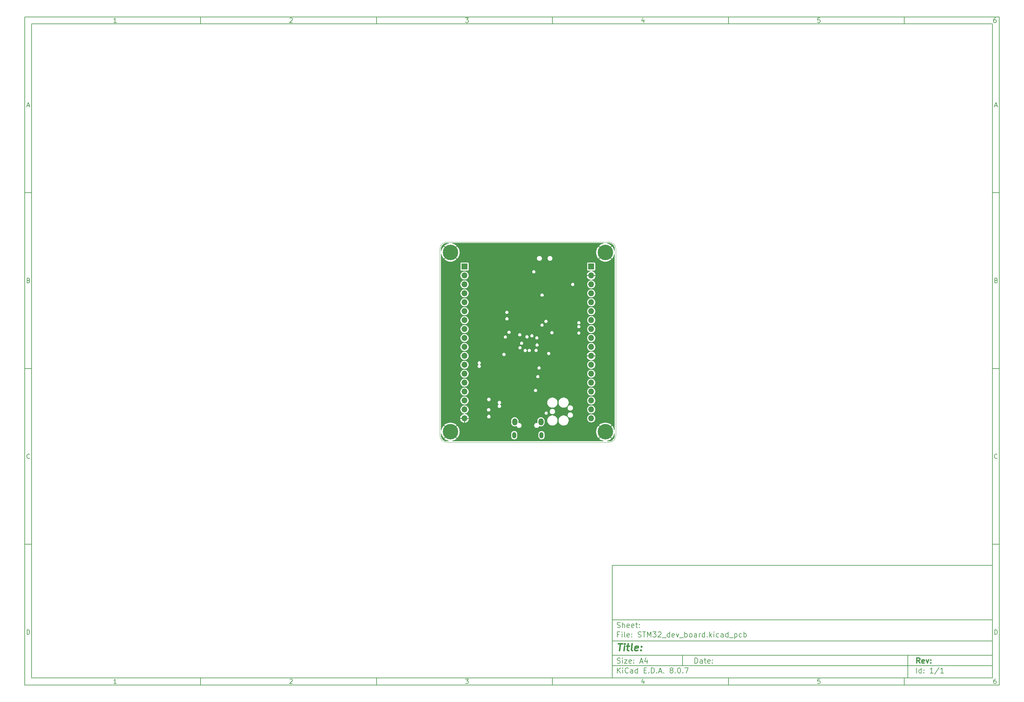
<source format=gbr>
%TF.GenerationSoftware,KiCad,Pcbnew,8.0.7*%
%TF.CreationDate,2025-02-16T19:40:28+01:00*%
%TF.ProjectId,STM32_dev_board,53544d33-325f-4646-9576-5f626f617264,rev?*%
%TF.SameCoordinates,Original*%
%TF.FileFunction,Copper,L2,Inr*%
%TF.FilePolarity,Positive*%
%FSLAX46Y46*%
G04 Gerber Fmt 4.6, Leading zero omitted, Abs format (unit mm)*
G04 Created by KiCad (PCBNEW 8.0.7) date 2025-02-16 19:40:28*
%MOMM*%
%LPD*%
G01*
G04 APERTURE LIST*
%ADD10C,0.100000*%
%ADD11C,0.150000*%
%ADD12C,0.300000*%
%ADD13C,0.400000*%
%TA.AperFunction,ComponentPad*%
%ADD14C,0.700000*%
%TD*%
%TA.AperFunction,ComponentPad*%
%ADD15C,4.400000*%
%TD*%
%TA.AperFunction,ComponentPad*%
%ADD16R,1.700000X1.700000*%
%TD*%
%TA.AperFunction,ComponentPad*%
%ADD17O,1.700000X1.700000*%
%TD*%
%TA.AperFunction,ComponentPad*%
%ADD18O,1.150000X1.800000*%
%TD*%
%TA.AperFunction,ComponentPad*%
%ADD19O,1.450000X2.000000*%
%TD*%
%TA.AperFunction,ViaPad*%
%ADD20C,0.700000*%
%TD*%
%TA.AperFunction,Profile*%
%ADD21C,0.050000*%
%TD*%
G04 APERTURE END LIST*
D10*
D11*
X177002200Y-166007200D02*
X285002200Y-166007200D01*
X285002200Y-198007200D01*
X177002200Y-198007200D01*
X177002200Y-166007200D01*
D10*
D11*
X10000000Y-10000000D02*
X287002200Y-10000000D01*
X287002200Y-200007200D01*
X10000000Y-200007200D01*
X10000000Y-10000000D01*
D10*
D11*
X12000000Y-12000000D02*
X285002200Y-12000000D01*
X285002200Y-198007200D01*
X12000000Y-198007200D01*
X12000000Y-12000000D01*
D10*
D11*
X60000000Y-12000000D02*
X60000000Y-10000000D01*
D10*
D11*
X110000000Y-12000000D02*
X110000000Y-10000000D01*
D10*
D11*
X160000000Y-12000000D02*
X160000000Y-10000000D01*
D10*
D11*
X210000000Y-12000000D02*
X210000000Y-10000000D01*
D10*
D11*
X260000000Y-12000000D02*
X260000000Y-10000000D01*
D10*
D11*
X36089160Y-11593604D02*
X35346303Y-11593604D01*
X35717731Y-11593604D02*
X35717731Y-10293604D01*
X35717731Y-10293604D02*
X35593922Y-10479319D01*
X35593922Y-10479319D02*
X35470112Y-10603128D01*
X35470112Y-10603128D02*
X35346303Y-10665033D01*
D10*
D11*
X85346303Y-10417414D02*
X85408207Y-10355509D01*
X85408207Y-10355509D02*
X85532017Y-10293604D01*
X85532017Y-10293604D02*
X85841541Y-10293604D01*
X85841541Y-10293604D02*
X85965350Y-10355509D01*
X85965350Y-10355509D02*
X86027255Y-10417414D01*
X86027255Y-10417414D02*
X86089160Y-10541223D01*
X86089160Y-10541223D02*
X86089160Y-10665033D01*
X86089160Y-10665033D02*
X86027255Y-10850747D01*
X86027255Y-10850747D02*
X85284398Y-11593604D01*
X85284398Y-11593604D02*
X86089160Y-11593604D01*
D10*
D11*
X135284398Y-10293604D02*
X136089160Y-10293604D01*
X136089160Y-10293604D02*
X135655826Y-10788842D01*
X135655826Y-10788842D02*
X135841541Y-10788842D01*
X135841541Y-10788842D02*
X135965350Y-10850747D01*
X135965350Y-10850747D02*
X136027255Y-10912652D01*
X136027255Y-10912652D02*
X136089160Y-11036461D01*
X136089160Y-11036461D02*
X136089160Y-11345985D01*
X136089160Y-11345985D02*
X136027255Y-11469795D01*
X136027255Y-11469795D02*
X135965350Y-11531700D01*
X135965350Y-11531700D02*
X135841541Y-11593604D01*
X135841541Y-11593604D02*
X135470112Y-11593604D01*
X135470112Y-11593604D02*
X135346303Y-11531700D01*
X135346303Y-11531700D02*
X135284398Y-11469795D01*
D10*
D11*
X185965350Y-10726938D02*
X185965350Y-11593604D01*
X185655826Y-10231700D02*
X185346303Y-11160271D01*
X185346303Y-11160271D02*
X186151064Y-11160271D01*
D10*
D11*
X236027255Y-10293604D02*
X235408207Y-10293604D01*
X235408207Y-10293604D02*
X235346303Y-10912652D01*
X235346303Y-10912652D02*
X235408207Y-10850747D01*
X235408207Y-10850747D02*
X235532017Y-10788842D01*
X235532017Y-10788842D02*
X235841541Y-10788842D01*
X235841541Y-10788842D02*
X235965350Y-10850747D01*
X235965350Y-10850747D02*
X236027255Y-10912652D01*
X236027255Y-10912652D02*
X236089160Y-11036461D01*
X236089160Y-11036461D02*
X236089160Y-11345985D01*
X236089160Y-11345985D02*
X236027255Y-11469795D01*
X236027255Y-11469795D02*
X235965350Y-11531700D01*
X235965350Y-11531700D02*
X235841541Y-11593604D01*
X235841541Y-11593604D02*
X235532017Y-11593604D01*
X235532017Y-11593604D02*
X235408207Y-11531700D01*
X235408207Y-11531700D02*
X235346303Y-11469795D01*
D10*
D11*
X285965350Y-10293604D02*
X285717731Y-10293604D01*
X285717731Y-10293604D02*
X285593922Y-10355509D01*
X285593922Y-10355509D02*
X285532017Y-10417414D01*
X285532017Y-10417414D02*
X285408207Y-10603128D01*
X285408207Y-10603128D02*
X285346303Y-10850747D01*
X285346303Y-10850747D02*
X285346303Y-11345985D01*
X285346303Y-11345985D02*
X285408207Y-11469795D01*
X285408207Y-11469795D02*
X285470112Y-11531700D01*
X285470112Y-11531700D02*
X285593922Y-11593604D01*
X285593922Y-11593604D02*
X285841541Y-11593604D01*
X285841541Y-11593604D02*
X285965350Y-11531700D01*
X285965350Y-11531700D02*
X286027255Y-11469795D01*
X286027255Y-11469795D02*
X286089160Y-11345985D01*
X286089160Y-11345985D02*
X286089160Y-11036461D01*
X286089160Y-11036461D02*
X286027255Y-10912652D01*
X286027255Y-10912652D02*
X285965350Y-10850747D01*
X285965350Y-10850747D02*
X285841541Y-10788842D01*
X285841541Y-10788842D02*
X285593922Y-10788842D01*
X285593922Y-10788842D02*
X285470112Y-10850747D01*
X285470112Y-10850747D02*
X285408207Y-10912652D01*
X285408207Y-10912652D02*
X285346303Y-11036461D01*
D10*
D11*
X60000000Y-198007200D02*
X60000000Y-200007200D01*
D10*
D11*
X110000000Y-198007200D02*
X110000000Y-200007200D01*
D10*
D11*
X160000000Y-198007200D02*
X160000000Y-200007200D01*
D10*
D11*
X210000000Y-198007200D02*
X210000000Y-200007200D01*
D10*
D11*
X260000000Y-198007200D02*
X260000000Y-200007200D01*
D10*
D11*
X36089160Y-199600804D02*
X35346303Y-199600804D01*
X35717731Y-199600804D02*
X35717731Y-198300804D01*
X35717731Y-198300804D02*
X35593922Y-198486519D01*
X35593922Y-198486519D02*
X35470112Y-198610328D01*
X35470112Y-198610328D02*
X35346303Y-198672233D01*
D10*
D11*
X85346303Y-198424614D02*
X85408207Y-198362709D01*
X85408207Y-198362709D02*
X85532017Y-198300804D01*
X85532017Y-198300804D02*
X85841541Y-198300804D01*
X85841541Y-198300804D02*
X85965350Y-198362709D01*
X85965350Y-198362709D02*
X86027255Y-198424614D01*
X86027255Y-198424614D02*
X86089160Y-198548423D01*
X86089160Y-198548423D02*
X86089160Y-198672233D01*
X86089160Y-198672233D02*
X86027255Y-198857947D01*
X86027255Y-198857947D02*
X85284398Y-199600804D01*
X85284398Y-199600804D02*
X86089160Y-199600804D01*
D10*
D11*
X135284398Y-198300804D02*
X136089160Y-198300804D01*
X136089160Y-198300804D02*
X135655826Y-198796042D01*
X135655826Y-198796042D02*
X135841541Y-198796042D01*
X135841541Y-198796042D02*
X135965350Y-198857947D01*
X135965350Y-198857947D02*
X136027255Y-198919852D01*
X136027255Y-198919852D02*
X136089160Y-199043661D01*
X136089160Y-199043661D02*
X136089160Y-199353185D01*
X136089160Y-199353185D02*
X136027255Y-199476995D01*
X136027255Y-199476995D02*
X135965350Y-199538900D01*
X135965350Y-199538900D02*
X135841541Y-199600804D01*
X135841541Y-199600804D02*
X135470112Y-199600804D01*
X135470112Y-199600804D02*
X135346303Y-199538900D01*
X135346303Y-199538900D02*
X135284398Y-199476995D01*
D10*
D11*
X185965350Y-198734138D02*
X185965350Y-199600804D01*
X185655826Y-198238900D02*
X185346303Y-199167471D01*
X185346303Y-199167471D02*
X186151064Y-199167471D01*
D10*
D11*
X236027255Y-198300804D02*
X235408207Y-198300804D01*
X235408207Y-198300804D02*
X235346303Y-198919852D01*
X235346303Y-198919852D02*
X235408207Y-198857947D01*
X235408207Y-198857947D02*
X235532017Y-198796042D01*
X235532017Y-198796042D02*
X235841541Y-198796042D01*
X235841541Y-198796042D02*
X235965350Y-198857947D01*
X235965350Y-198857947D02*
X236027255Y-198919852D01*
X236027255Y-198919852D02*
X236089160Y-199043661D01*
X236089160Y-199043661D02*
X236089160Y-199353185D01*
X236089160Y-199353185D02*
X236027255Y-199476995D01*
X236027255Y-199476995D02*
X235965350Y-199538900D01*
X235965350Y-199538900D02*
X235841541Y-199600804D01*
X235841541Y-199600804D02*
X235532017Y-199600804D01*
X235532017Y-199600804D02*
X235408207Y-199538900D01*
X235408207Y-199538900D02*
X235346303Y-199476995D01*
D10*
D11*
X285965350Y-198300804D02*
X285717731Y-198300804D01*
X285717731Y-198300804D02*
X285593922Y-198362709D01*
X285593922Y-198362709D02*
X285532017Y-198424614D01*
X285532017Y-198424614D02*
X285408207Y-198610328D01*
X285408207Y-198610328D02*
X285346303Y-198857947D01*
X285346303Y-198857947D02*
X285346303Y-199353185D01*
X285346303Y-199353185D02*
X285408207Y-199476995D01*
X285408207Y-199476995D02*
X285470112Y-199538900D01*
X285470112Y-199538900D02*
X285593922Y-199600804D01*
X285593922Y-199600804D02*
X285841541Y-199600804D01*
X285841541Y-199600804D02*
X285965350Y-199538900D01*
X285965350Y-199538900D02*
X286027255Y-199476995D01*
X286027255Y-199476995D02*
X286089160Y-199353185D01*
X286089160Y-199353185D02*
X286089160Y-199043661D01*
X286089160Y-199043661D02*
X286027255Y-198919852D01*
X286027255Y-198919852D02*
X285965350Y-198857947D01*
X285965350Y-198857947D02*
X285841541Y-198796042D01*
X285841541Y-198796042D02*
X285593922Y-198796042D01*
X285593922Y-198796042D02*
X285470112Y-198857947D01*
X285470112Y-198857947D02*
X285408207Y-198919852D01*
X285408207Y-198919852D02*
X285346303Y-199043661D01*
D10*
D11*
X10000000Y-60000000D02*
X12000000Y-60000000D01*
D10*
D11*
X10000000Y-110000000D02*
X12000000Y-110000000D01*
D10*
D11*
X10000000Y-160000000D02*
X12000000Y-160000000D01*
D10*
D11*
X10690476Y-35222176D02*
X11309523Y-35222176D01*
X10566666Y-35593604D02*
X10999999Y-34293604D01*
X10999999Y-34293604D02*
X11433333Y-35593604D01*
D10*
D11*
X11092857Y-84912652D02*
X11278571Y-84974557D01*
X11278571Y-84974557D02*
X11340476Y-85036461D01*
X11340476Y-85036461D02*
X11402380Y-85160271D01*
X11402380Y-85160271D02*
X11402380Y-85345985D01*
X11402380Y-85345985D02*
X11340476Y-85469795D01*
X11340476Y-85469795D02*
X11278571Y-85531700D01*
X11278571Y-85531700D02*
X11154761Y-85593604D01*
X11154761Y-85593604D02*
X10659523Y-85593604D01*
X10659523Y-85593604D02*
X10659523Y-84293604D01*
X10659523Y-84293604D02*
X11092857Y-84293604D01*
X11092857Y-84293604D02*
X11216666Y-84355509D01*
X11216666Y-84355509D02*
X11278571Y-84417414D01*
X11278571Y-84417414D02*
X11340476Y-84541223D01*
X11340476Y-84541223D02*
X11340476Y-84665033D01*
X11340476Y-84665033D02*
X11278571Y-84788842D01*
X11278571Y-84788842D02*
X11216666Y-84850747D01*
X11216666Y-84850747D02*
X11092857Y-84912652D01*
X11092857Y-84912652D02*
X10659523Y-84912652D01*
D10*
D11*
X11402380Y-135469795D02*
X11340476Y-135531700D01*
X11340476Y-135531700D02*
X11154761Y-135593604D01*
X11154761Y-135593604D02*
X11030952Y-135593604D01*
X11030952Y-135593604D02*
X10845238Y-135531700D01*
X10845238Y-135531700D02*
X10721428Y-135407890D01*
X10721428Y-135407890D02*
X10659523Y-135284080D01*
X10659523Y-135284080D02*
X10597619Y-135036461D01*
X10597619Y-135036461D02*
X10597619Y-134850747D01*
X10597619Y-134850747D02*
X10659523Y-134603128D01*
X10659523Y-134603128D02*
X10721428Y-134479319D01*
X10721428Y-134479319D02*
X10845238Y-134355509D01*
X10845238Y-134355509D02*
X11030952Y-134293604D01*
X11030952Y-134293604D02*
X11154761Y-134293604D01*
X11154761Y-134293604D02*
X11340476Y-134355509D01*
X11340476Y-134355509D02*
X11402380Y-134417414D01*
D10*
D11*
X10659523Y-185593604D02*
X10659523Y-184293604D01*
X10659523Y-184293604D02*
X10969047Y-184293604D01*
X10969047Y-184293604D02*
X11154761Y-184355509D01*
X11154761Y-184355509D02*
X11278571Y-184479319D01*
X11278571Y-184479319D02*
X11340476Y-184603128D01*
X11340476Y-184603128D02*
X11402380Y-184850747D01*
X11402380Y-184850747D02*
X11402380Y-185036461D01*
X11402380Y-185036461D02*
X11340476Y-185284080D01*
X11340476Y-185284080D02*
X11278571Y-185407890D01*
X11278571Y-185407890D02*
X11154761Y-185531700D01*
X11154761Y-185531700D02*
X10969047Y-185593604D01*
X10969047Y-185593604D02*
X10659523Y-185593604D01*
D10*
D11*
X287002200Y-60000000D02*
X285002200Y-60000000D01*
D10*
D11*
X287002200Y-110000000D02*
X285002200Y-110000000D01*
D10*
D11*
X287002200Y-160000000D02*
X285002200Y-160000000D01*
D10*
D11*
X285692676Y-35222176D02*
X286311723Y-35222176D01*
X285568866Y-35593604D02*
X286002199Y-34293604D01*
X286002199Y-34293604D02*
X286435533Y-35593604D01*
D10*
D11*
X286095057Y-84912652D02*
X286280771Y-84974557D01*
X286280771Y-84974557D02*
X286342676Y-85036461D01*
X286342676Y-85036461D02*
X286404580Y-85160271D01*
X286404580Y-85160271D02*
X286404580Y-85345985D01*
X286404580Y-85345985D02*
X286342676Y-85469795D01*
X286342676Y-85469795D02*
X286280771Y-85531700D01*
X286280771Y-85531700D02*
X286156961Y-85593604D01*
X286156961Y-85593604D02*
X285661723Y-85593604D01*
X285661723Y-85593604D02*
X285661723Y-84293604D01*
X285661723Y-84293604D02*
X286095057Y-84293604D01*
X286095057Y-84293604D02*
X286218866Y-84355509D01*
X286218866Y-84355509D02*
X286280771Y-84417414D01*
X286280771Y-84417414D02*
X286342676Y-84541223D01*
X286342676Y-84541223D02*
X286342676Y-84665033D01*
X286342676Y-84665033D02*
X286280771Y-84788842D01*
X286280771Y-84788842D02*
X286218866Y-84850747D01*
X286218866Y-84850747D02*
X286095057Y-84912652D01*
X286095057Y-84912652D02*
X285661723Y-84912652D01*
D10*
D11*
X286404580Y-135469795D02*
X286342676Y-135531700D01*
X286342676Y-135531700D02*
X286156961Y-135593604D01*
X286156961Y-135593604D02*
X286033152Y-135593604D01*
X286033152Y-135593604D02*
X285847438Y-135531700D01*
X285847438Y-135531700D02*
X285723628Y-135407890D01*
X285723628Y-135407890D02*
X285661723Y-135284080D01*
X285661723Y-135284080D02*
X285599819Y-135036461D01*
X285599819Y-135036461D02*
X285599819Y-134850747D01*
X285599819Y-134850747D02*
X285661723Y-134603128D01*
X285661723Y-134603128D02*
X285723628Y-134479319D01*
X285723628Y-134479319D02*
X285847438Y-134355509D01*
X285847438Y-134355509D02*
X286033152Y-134293604D01*
X286033152Y-134293604D02*
X286156961Y-134293604D01*
X286156961Y-134293604D02*
X286342676Y-134355509D01*
X286342676Y-134355509D02*
X286404580Y-134417414D01*
D10*
D11*
X285661723Y-185593604D02*
X285661723Y-184293604D01*
X285661723Y-184293604D02*
X285971247Y-184293604D01*
X285971247Y-184293604D02*
X286156961Y-184355509D01*
X286156961Y-184355509D02*
X286280771Y-184479319D01*
X286280771Y-184479319D02*
X286342676Y-184603128D01*
X286342676Y-184603128D02*
X286404580Y-184850747D01*
X286404580Y-184850747D02*
X286404580Y-185036461D01*
X286404580Y-185036461D02*
X286342676Y-185284080D01*
X286342676Y-185284080D02*
X286280771Y-185407890D01*
X286280771Y-185407890D02*
X286156961Y-185531700D01*
X286156961Y-185531700D02*
X285971247Y-185593604D01*
X285971247Y-185593604D02*
X285661723Y-185593604D01*
D10*
D11*
X200458026Y-193793328D02*
X200458026Y-192293328D01*
X200458026Y-192293328D02*
X200815169Y-192293328D01*
X200815169Y-192293328D02*
X201029455Y-192364757D01*
X201029455Y-192364757D02*
X201172312Y-192507614D01*
X201172312Y-192507614D02*
X201243741Y-192650471D01*
X201243741Y-192650471D02*
X201315169Y-192936185D01*
X201315169Y-192936185D02*
X201315169Y-193150471D01*
X201315169Y-193150471D02*
X201243741Y-193436185D01*
X201243741Y-193436185D02*
X201172312Y-193579042D01*
X201172312Y-193579042D02*
X201029455Y-193721900D01*
X201029455Y-193721900D02*
X200815169Y-193793328D01*
X200815169Y-193793328D02*
X200458026Y-193793328D01*
X202600884Y-193793328D02*
X202600884Y-193007614D01*
X202600884Y-193007614D02*
X202529455Y-192864757D01*
X202529455Y-192864757D02*
X202386598Y-192793328D01*
X202386598Y-192793328D02*
X202100884Y-192793328D01*
X202100884Y-192793328D02*
X201958026Y-192864757D01*
X202600884Y-193721900D02*
X202458026Y-193793328D01*
X202458026Y-193793328D02*
X202100884Y-193793328D01*
X202100884Y-193793328D02*
X201958026Y-193721900D01*
X201958026Y-193721900D02*
X201886598Y-193579042D01*
X201886598Y-193579042D02*
X201886598Y-193436185D01*
X201886598Y-193436185D02*
X201958026Y-193293328D01*
X201958026Y-193293328D02*
X202100884Y-193221900D01*
X202100884Y-193221900D02*
X202458026Y-193221900D01*
X202458026Y-193221900D02*
X202600884Y-193150471D01*
X203100884Y-192793328D02*
X203672312Y-192793328D01*
X203315169Y-192293328D02*
X203315169Y-193579042D01*
X203315169Y-193579042D02*
X203386598Y-193721900D01*
X203386598Y-193721900D02*
X203529455Y-193793328D01*
X203529455Y-193793328D02*
X203672312Y-193793328D01*
X204743741Y-193721900D02*
X204600884Y-193793328D01*
X204600884Y-193793328D02*
X204315170Y-193793328D01*
X204315170Y-193793328D02*
X204172312Y-193721900D01*
X204172312Y-193721900D02*
X204100884Y-193579042D01*
X204100884Y-193579042D02*
X204100884Y-193007614D01*
X204100884Y-193007614D02*
X204172312Y-192864757D01*
X204172312Y-192864757D02*
X204315170Y-192793328D01*
X204315170Y-192793328D02*
X204600884Y-192793328D01*
X204600884Y-192793328D02*
X204743741Y-192864757D01*
X204743741Y-192864757D02*
X204815170Y-193007614D01*
X204815170Y-193007614D02*
X204815170Y-193150471D01*
X204815170Y-193150471D02*
X204100884Y-193293328D01*
X205458026Y-193650471D02*
X205529455Y-193721900D01*
X205529455Y-193721900D02*
X205458026Y-193793328D01*
X205458026Y-193793328D02*
X205386598Y-193721900D01*
X205386598Y-193721900D02*
X205458026Y-193650471D01*
X205458026Y-193650471D02*
X205458026Y-193793328D01*
X205458026Y-192864757D02*
X205529455Y-192936185D01*
X205529455Y-192936185D02*
X205458026Y-193007614D01*
X205458026Y-193007614D02*
X205386598Y-192936185D01*
X205386598Y-192936185D02*
X205458026Y-192864757D01*
X205458026Y-192864757D02*
X205458026Y-193007614D01*
D10*
D11*
X177002200Y-194507200D02*
X285002200Y-194507200D01*
D10*
D11*
X178458026Y-196593328D02*
X178458026Y-195093328D01*
X179315169Y-196593328D02*
X178672312Y-195736185D01*
X179315169Y-195093328D02*
X178458026Y-195950471D01*
X179958026Y-196593328D02*
X179958026Y-195593328D01*
X179958026Y-195093328D02*
X179886598Y-195164757D01*
X179886598Y-195164757D02*
X179958026Y-195236185D01*
X179958026Y-195236185D02*
X180029455Y-195164757D01*
X180029455Y-195164757D02*
X179958026Y-195093328D01*
X179958026Y-195093328D02*
X179958026Y-195236185D01*
X181529455Y-196450471D02*
X181458027Y-196521900D01*
X181458027Y-196521900D02*
X181243741Y-196593328D01*
X181243741Y-196593328D02*
X181100884Y-196593328D01*
X181100884Y-196593328D02*
X180886598Y-196521900D01*
X180886598Y-196521900D02*
X180743741Y-196379042D01*
X180743741Y-196379042D02*
X180672312Y-196236185D01*
X180672312Y-196236185D02*
X180600884Y-195950471D01*
X180600884Y-195950471D02*
X180600884Y-195736185D01*
X180600884Y-195736185D02*
X180672312Y-195450471D01*
X180672312Y-195450471D02*
X180743741Y-195307614D01*
X180743741Y-195307614D02*
X180886598Y-195164757D01*
X180886598Y-195164757D02*
X181100884Y-195093328D01*
X181100884Y-195093328D02*
X181243741Y-195093328D01*
X181243741Y-195093328D02*
X181458027Y-195164757D01*
X181458027Y-195164757D02*
X181529455Y-195236185D01*
X182815170Y-196593328D02*
X182815170Y-195807614D01*
X182815170Y-195807614D02*
X182743741Y-195664757D01*
X182743741Y-195664757D02*
X182600884Y-195593328D01*
X182600884Y-195593328D02*
X182315170Y-195593328D01*
X182315170Y-195593328D02*
X182172312Y-195664757D01*
X182815170Y-196521900D02*
X182672312Y-196593328D01*
X182672312Y-196593328D02*
X182315170Y-196593328D01*
X182315170Y-196593328D02*
X182172312Y-196521900D01*
X182172312Y-196521900D02*
X182100884Y-196379042D01*
X182100884Y-196379042D02*
X182100884Y-196236185D01*
X182100884Y-196236185D02*
X182172312Y-196093328D01*
X182172312Y-196093328D02*
X182315170Y-196021900D01*
X182315170Y-196021900D02*
X182672312Y-196021900D01*
X182672312Y-196021900D02*
X182815170Y-195950471D01*
X184172313Y-196593328D02*
X184172313Y-195093328D01*
X184172313Y-196521900D02*
X184029455Y-196593328D01*
X184029455Y-196593328D02*
X183743741Y-196593328D01*
X183743741Y-196593328D02*
X183600884Y-196521900D01*
X183600884Y-196521900D02*
X183529455Y-196450471D01*
X183529455Y-196450471D02*
X183458027Y-196307614D01*
X183458027Y-196307614D02*
X183458027Y-195879042D01*
X183458027Y-195879042D02*
X183529455Y-195736185D01*
X183529455Y-195736185D02*
X183600884Y-195664757D01*
X183600884Y-195664757D02*
X183743741Y-195593328D01*
X183743741Y-195593328D02*
X184029455Y-195593328D01*
X184029455Y-195593328D02*
X184172313Y-195664757D01*
X186029455Y-195807614D02*
X186529455Y-195807614D01*
X186743741Y-196593328D02*
X186029455Y-196593328D01*
X186029455Y-196593328D02*
X186029455Y-195093328D01*
X186029455Y-195093328D02*
X186743741Y-195093328D01*
X187386598Y-196450471D02*
X187458027Y-196521900D01*
X187458027Y-196521900D02*
X187386598Y-196593328D01*
X187386598Y-196593328D02*
X187315170Y-196521900D01*
X187315170Y-196521900D02*
X187386598Y-196450471D01*
X187386598Y-196450471D02*
X187386598Y-196593328D01*
X188100884Y-196593328D02*
X188100884Y-195093328D01*
X188100884Y-195093328D02*
X188458027Y-195093328D01*
X188458027Y-195093328D02*
X188672313Y-195164757D01*
X188672313Y-195164757D02*
X188815170Y-195307614D01*
X188815170Y-195307614D02*
X188886599Y-195450471D01*
X188886599Y-195450471D02*
X188958027Y-195736185D01*
X188958027Y-195736185D02*
X188958027Y-195950471D01*
X188958027Y-195950471D02*
X188886599Y-196236185D01*
X188886599Y-196236185D02*
X188815170Y-196379042D01*
X188815170Y-196379042D02*
X188672313Y-196521900D01*
X188672313Y-196521900D02*
X188458027Y-196593328D01*
X188458027Y-196593328D02*
X188100884Y-196593328D01*
X189600884Y-196450471D02*
X189672313Y-196521900D01*
X189672313Y-196521900D02*
X189600884Y-196593328D01*
X189600884Y-196593328D02*
X189529456Y-196521900D01*
X189529456Y-196521900D02*
X189600884Y-196450471D01*
X189600884Y-196450471D02*
X189600884Y-196593328D01*
X190243742Y-196164757D02*
X190958028Y-196164757D01*
X190100885Y-196593328D02*
X190600885Y-195093328D01*
X190600885Y-195093328D02*
X191100885Y-196593328D01*
X191600884Y-196450471D02*
X191672313Y-196521900D01*
X191672313Y-196521900D02*
X191600884Y-196593328D01*
X191600884Y-196593328D02*
X191529456Y-196521900D01*
X191529456Y-196521900D02*
X191600884Y-196450471D01*
X191600884Y-196450471D02*
X191600884Y-196593328D01*
X193672313Y-195736185D02*
X193529456Y-195664757D01*
X193529456Y-195664757D02*
X193458027Y-195593328D01*
X193458027Y-195593328D02*
X193386599Y-195450471D01*
X193386599Y-195450471D02*
X193386599Y-195379042D01*
X193386599Y-195379042D02*
X193458027Y-195236185D01*
X193458027Y-195236185D02*
X193529456Y-195164757D01*
X193529456Y-195164757D02*
X193672313Y-195093328D01*
X193672313Y-195093328D02*
X193958027Y-195093328D01*
X193958027Y-195093328D02*
X194100885Y-195164757D01*
X194100885Y-195164757D02*
X194172313Y-195236185D01*
X194172313Y-195236185D02*
X194243742Y-195379042D01*
X194243742Y-195379042D02*
X194243742Y-195450471D01*
X194243742Y-195450471D02*
X194172313Y-195593328D01*
X194172313Y-195593328D02*
X194100885Y-195664757D01*
X194100885Y-195664757D02*
X193958027Y-195736185D01*
X193958027Y-195736185D02*
X193672313Y-195736185D01*
X193672313Y-195736185D02*
X193529456Y-195807614D01*
X193529456Y-195807614D02*
X193458027Y-195879042D01*
X193458027Y-195879042D02*
X193386599Y-196021900D01*
X193386599Y-196021900D02*
X193386599Y-196307614D01*
X193386599Y-196307614D02*
X193458027Y-196450471D01*
X193458027Y-196450471D02*
X193529456Y-196521900D01*
X193529456Y-196521900D02*
X193672313Y-196593328D01*
X193672313Y-196593328D02*
X193958027Y-196593328D01*
X193958027Y-196593328D02*
X194100885Y-196521900D01*
X194100885Y-196521900D02*
X194172313Y-196450471D01*
X194172313Y-196450471D02*
X194243742Y-196307614D01*
X194243742Y-196307614D02*
X194243742Y-196021900D01*
X194243742Y-196021900D02*
X194172313Y-195879042D01*
X194172313Y-195879042D02*
X194100885Y-195807614D01*
X194100885Y-195807614D02*
X193958027Y-195736185D01*
X194886598Y-196450471D02*
X194958027Y-196521900D01*
X194958027Y-196521900D02*
X194886598Y-196593328D01*
X194886598Y-196593328D02*
X194815170Y-196521900D01*
X194815170Y-196521900D02*
X194886598Y-196450471D01*
X194886598Y-196450471D02*
X194886598Y-196593328D01*
X195886599Y-195093328D02*
X196029456Y-195093328D01*
X196029456Y-195093328D02*
X196172313Y-195164757D01*
X196172313Y-195164757D02*
X196243742Y-195236185D01*
X196243742Y-195236185D02*
X196315170Y-195379042D01*
X196315170Y-195379042D02*
X196386599Y-195664757D01*
X196386599Y-195664757D02*
X196386599Y-196021900D01*
X196386599Y-196021900D02*
X196315170Y-196307614D01*
X196315170Y-196307614D02*
X196243742Y-196450471D01*
X196243742Y-196450471D02*
X196172313Y-196521900D01*
X196172313Y-196521900D02*
X196029456Y-196593328D01*
X196029456Y-196593328D02*
X195886599Y-196593328D01*
X195886599Y-196593328D02*
X195743742Y-196521900D01*
X195743742Y-196521900D02*
X195672313Y-196450471D01*
X195672313Y-196450471D02*
X195600884Y-196307614D01*
X195600884Y-196307614D02*
X195529456Y-196021900D01*
X195529456Y-196021900D02*
X195529456Y-195664757D01*
X195529456Y-195664757D02*
X195600884Y-195379042D01*
X195600884Y-195379042D02*
X195672313Y-195236185D01*
X195672313Y-195236185D02*
X195743742Y-195164757D01*
X195743742Y-195164757D02*
X195886599Y-195093328D01*
X197029455Y-196450471D02*
X197100884Y-196521900D01*
X197100884Y-196521900D02*
X197029455Y-196593328D01*
X197029455Y-196593328D02*
X196958027Y-196521900D01*
X196958027Y-196521900D02*
X197029455Y-196450471D01*
X197029455Y-196450471D02*
X197029455Y-196593328D01*
X197600884Y-195093328D02*
X198600884Y-195093328D01*
X198600884Y-195093328D02*
X197958027Y-196593328D01*
D10*
D11*
X177002200Y-191507200D02*
X285002200Y-191507200D01*
D10*
D12*
X264413853Y-193785528D02*
X263913853Y-193071242D01*
X263556710Y-193785528D02*
X263556710Y-192285528D01*
X263556710Y-192285528D02*
X264128139Y-192285528D01*
X264128139Y-192285528D02*
X264270996Y-192356957D01*
X264270996Y-192356957D02*
X264342425Y-192428385D01*
X264342425Y-192428385D02*
X264413853Y-192571242D01*
X264413853Y-192571242D02*
X264413853Y-192785528D01*
X264413853Y-192785528D02*
X264342425Y-192928385D01*
X264342425Y-192928385D02*
X264270996Y-192999814D01*
X264270996Y-192999814D02*
X264128139Y-193071242D01*
X264128139Y-193071242D02*
X263556710Y-193071242D01*
X265628139Y-193714100D02*
X265485282Y-193785528D01*
X265485282Y-193785528D02*
X265199568Y-193785528D01*
X265199568Y-193785528D02*
X265056710Y-193714100D01*
X265056710Y-193714100D02*
X264985282Y-193571242D01*
X264985282Y-193571242D02*
X264985282Y-192999814D01*
X264985282Y-192999814D02*
X265056710Y-192856957D01*
X265056710Y-192856957D02*
X265199568Y-192785528D01*
X265199568Y-192785528D02*
X265485282Y-192785528D01*
X265485282Y-192785528D02*
X265628139Y-192856957D01*
X265628139Y-192856957D02*
X265699568Y-192999814D01*
X265699568Y-192999814D02*
X265699568Y-193142671D01*
X265699568Y-193142671D02*
X264985282Y-193285528D01*
X266199567Y-192785528D02*
X266556710Y-193785528D01*
X266556710Y-193785528D02*
X266913853Y-192785528D01*
X267485281Y-193642671D02*
X267556710Y-193714100D01*
X267556710Y-193714100D02*
X267485281Y-193785528D01*
X267485281Y-193785528D02*
X267413853Y-193714100D01*
X267413853Y-193714100D02*
X267485281Y-193642671D01*
X267485281Y-193642671D02*
X267485281Y-193785528D01*
X267485281Y-192856957D02*
X267556710Y-192928385D01*
X267556710Y-192928385D02*
X267485281Y-192999814D01*
X267485281Y-192999814D02*
X267413853Y-192928385D01*
X267413853Y-192928385D02*
X267485281Y-192856957D01*
X267485281Y-192856957D02*
X267485281Y-192999814D01*
D10*
D11*
X178386598Y-193721900D02*
X178600884Y-193793328D01*
X178600884Y-193793328D02*
X178958026Y-193793328D01*
X178958026Y-193793328D02*
X179100884Y-193721900D01*
X179100884Y-193721900D02*
X179172312Y-193650471D01*
X179172312Y-193650471D02*
X179243741Y-193507614D01*
X179243741Y-193507614D02*
X179243741Y-193364757D01*
X179243741Y-193364757D02*
X179172312Y-193221900D01*
X179172312Y-193221900D02*
X179100884Y-193150471D01*
X179100884Y-193150471D02*
X178958026Y-193079042D01*
X178958026Y-193079042D02*
X178672312Y-193007614D01*
X178672312Y-193007614D02*
X178529455Y-192936185D01*
X178529455Y-192936185D02*
X178458026Y-192864757D01*
X178458026Y-192864757D02*
X178386598Y-192721900D01*
X178386598Y-192721900D02*
X178386598Y-192579042D01*
X178386598Y-192579042D02*
X178458026Y-192436185D01*
X178458026Y-192436185D02*
X178529455Y-192364757D01*
X178529455Y-192364757D02*
X178672312Y-192293328D01*
X178672312Y-192293328D02*
X179029455Y-192293328D01*
X179029455Y-192293328D02*
X179243741Y-192364757D01*
X179886597Y-193793328D02*
X179886597Y-192793328D01*
X179886597Y-192293328D02*
X179815169Y-192364757D01*
X179815169Y-192364757D02*
X179886597Y-192436185D01*
X179886597Y-192436185D02*
X179958026Y-192364757D01*
X179958026Y-192364757D02*
X179886597Y-192293328D01*
X179886597Y-192293328D02*
X179886597Y-192436185D01*
X180458026Y-192793328D02*
X181243741Y-192793328D01*
X181243741Y-192793328D02*
X180458026Y-193793328D01*
X180458026Y-193793328D02*
X181243741Y-193793328D01*
X182386598Y-193721900D02*
X182243741Y-193793328D01*
X182243741Y-193793328D02*
X181958027Y-193793328D01*
X181958027Y-193793328D02*
X181815169Y-193721900D01*
X181815169Y-193721900D02*
X181743741Y-193579042D01*
X181743741Y-193579042D02*
X181743741Y-193007614D01*
X181743741Y-193007614D02*
X181815169Y-192864757D01*
X181815169Y-192864757D02*
X181958027Y-192793328D01*
X181958027Y-192793328D02*
X182243741Y-192793328D01*
X182243741Y-192793328D02*
X182386598Y-192864757D01*
X182386598Y-192864757D02*
X182458027Y-193007614D01*
X182458027Y-193007614D02*
X182458027Y-193150471D01*
X182458027Y-193150471D02*
X181743741Y-193293328D01*
X183100883Y-193650471D02*
X183172312Y-193721900D01*
X183172312Y-193721900D02*
X183100883Y-193793328D01*
X183100883Y-193793328D02*
X183029455Y-193721900D01*
X183029455Y-193721900D02*
X183100883Y-193650471D01*
X183100883Y-193650471D02*
X183100883Y-193793328D01*
X183100883Y-192864757D02*
X183172312Y-192936185D01*
X183172312Y-192936185D02*
X183100883Y-193007614D01*
X183100883Y-193007614D02*
X183029455Y-192936185D01*
X183029455Y-192936185D02*
X183100883Y-192864757D01*
X183100883Y-192864757D02*
X183100883Y-193007614D01*
X184886598Y-193364757D02*
X185600884Y-193364757D01*
X184743741Y-193793328D02*
X185243741Y-192293328D01*
X185243741Y-192293328D02*
X185743741Y-193793328D01*
X186886598Y-192793328D02*
X186886598Y-193793328D01*
X186529455Y-192221900D02*
X186172312Y-193293328D01*
X186172312Y-193293328D02*
X187100883Y-193293328D01*
D10*
D11*
X263458026Y-196593328D02*
X263458026Y-195093328D01*
X264815170Y-196593328D02*
X264815170Y-195093328D01*
X264815170Y-196521900D02*
X264672312Y-196593328D01*
X264672312Y-196593328D02*
X264386598Y-196593328D01*
X264386598Y-196593328D02*
X264243741Y-196521900D01*
X264243741Y-196521900D02*
X264172312Y-196450471D01*
X264172312Y-196450471D02*
X264100884Y-196307614D01*
X264100884Y-196307614D02*
X264100884Y-195879042D01*
X264100884Y-195879042D02*
X264172312Y-195736185D01*
X264172312Y-195736185D02*
X264243741Y-195664757D01*
X264243741Y-195664757D02*
X264386598Y-195593328D01*
X264386598Y-195593328D02*
X264672312Y-195593328D01*
X264672312Y-195593328D02*
X264815170Y-195664757D01*
X265529455Y-196450471D02*
X265600884Y-196521900D01*
X265600884Y-196521900D02*
X265529455Y-196593328D01*
X265529455Y-196593328D02*
X265458027Y-196521900D01*
X265458027Y-196521900D02*
X265529455Y-196450471D01*
X265529455Y-196450471D02*
X265529455Y-196593328D01*
X265529455Y-195664757D02*
X265600884Y-195736185D01*
X265600884Y-195736185D02*
X265529455Y-195807614D01*
X265529455Y-195807614D02*
X265458027Y-195736185D01*
X265458027Y-195736185D02*
X265529455Y-195664757D01*
X265529455Y-195664757D02*
X265529455Y-195807614D01*
X268172313Y-196593328D02*
X267315170Y-196593328D01*
X267743741Y-196593328D02*
X267743741Y-195093328D01*
X267743741Y-195093328D02*
X267600884Y-195307614D01*
X267600884Y-195307614D02*
X267458027Y-195450471D01*
X267458027Y-195450471D02*
X267315170Y-195521900D01*
X269886598Y-195021900D02*
X268600884Y-196950471D01*
X271172313Y-196593328D02*
X270315170Y-196593328D01*
X270743741Y-196593328D02*
X270743741Y-195093328D01*
X270743741Y-195093328D02*
X270600884Y-195307614D01*
X270600884Y-195307614D02*
X270458027Y-195450471D01*
X270458027Y-195450471D02*
X270315170Y-195521900D01*
D10*
D11*
X177002200Y-187507200D02*
X285002200Y-187507200D01*
D10*
D13*
X178693928Y-188211638D02*
X179836785Y-188211638D01*
X179015357Y-190211638D02*
X179265357Y-188211638D01*
X180253452Y-190211638D02*
X180420119Y-188878304D01*
X180503452Y-188211638D02*
X180396309Y-188306876D01*
X180396309Y-188306876D02*
X180479643Y-188402114D01*
X180479643Y-188402114D02*
X180586786Y-188306876D01*
X180586786Y-188306876D02*
X180503452Y-188211638D01*
X180503452Y-188211638D02*
X180479643Y-188402114D01*
X181086786Y-188878304D02*
X181848690Y-188878304D01*
X181455833Y-188211638D02*
X181241548Y-189925923D01*
X181241548Y-189925923D02*
X181312976Y-190116400D01*
X181312976Y-190116400D02*
X181491548Y-190211638D01*
X181491548Y-190211638D02*
X181682024Y-190211638D01*
X182634405Y-190211638D02*
X182455833Y-190116400D01*
X182455833Y-190116400D02*
X182384405Y-189925923D01*
X182384405Y-189925923D02*
X182598690Y-188211638D01*
X184170119Y-190116400D02*
X183967738Y-190211638D01*
X183967738Y-190211638D02*
X183586785Y-190211638D01*
X183586785Y-190211638D02*
X183408214Y-190116400D01*
X183408214Y-190116400D02*
X183336785Y-189925923D01*
X183336785Y-189925923D02*
X183432024Y-189164019D01*
X183432024Y-189164019D02*
X183551071Y-188973542D01*
X183551071Y-188973542D02*
X183753452Y-188878304D01*
X183753452Y-188878304D02*
X184134404Y-188878304D01*
X184134404Y-188878304D02*
X184312976Y-188973542D01*
X184312976Y-188973542D02*
X184384404Y-189164019D01*
X184384404Y-189164019D02*
X184360595Y-189354495D01*
X184360595Y-189354495D02*
X183384404Y-189544971D01*
X185134405Y-190021161D02*
X185217738Y-190116400D01*
X185217738Y-190116400D02*
X185110595Y-190211638D01*
X185110595Y-190211638D02*
X185027262Y-190116400D01*
X185027262Y-190116400D02*
X185134405Y-190021161D01*
X185134405Y-190021161D02*
X185110595Y-190211638D01*
X185265357Y-188973542D02*
X185348690Y-189068780D01*
X185348690Y-189068780D02*
X185241548Y-189164019D01*
X185241548Y-189164019D02*
X185158214Y-189068780D01*
X185158214Y-189068780D02*
X185265357Y-188973542D01*
X185265357Y-188973542D02*
X185241548Y-189164019D01*
D10*
D11*
X178958026Y-185607614D02*
X178458026Y-185607614D01*
X178458026Y-186393328D02*
X178458026Y-184893328D01*
X178458026Y-184893328D02*
X179172312Y-184893328D01*
X179743740Y-186393328D02*
X179743740Y-185393328D01*
X179743740Y-184893328D02*
X179672312Y-184964757D01*
X179672312Y-184964757D02*
X179743740Y-185036185D01*
X179743740Y-185036185D02*
X179815169Y-184964757D01*
X179815169Y-184964757D02*
X179743740Y-184893328D01*
X179743740Y-184893328D02*
X179743740Y-185036185D01*
X180672312Y-186393328D02*
X180529455Y-186321900D01*
X180529455Y-186321900D02*
X180458026Y-186179042D01*
X180458026Y-186179042D02*
X180458026Y-184893328D01*
X181815169Y-186321900D02*
X181672312Y-186393328D01*
X181672312Y-186393328D02*
X181386598Y-186393328D01*
X181386598Y-186393328D02*
X181243740Y-186321900D01*
X181243740Y-186321900D02*
X181172312Y-186179042D01*
X181172312Y-186179042D02*
X181172312Y-185607614D01*
X181172312Y-185607614D02*
X181243740Y-185464757D01*
X181243740Y-185464757D02*
X181386598Y-185393328D01*
X181386598Y-185393328D02*
X181672312Y-185393328D01*
X181672312Y-185393328D02*
X181815169Y-185464757D01*
X181815169Y-185464757D02*
X181886598Y-185607614D01*
X181886598Y-185607614D02*
X181886598Y-185750471D01*
X181886598Y-185750471D02*
X181172312Y-185893328D01*
X182529454Y-186250471D02*
X182600883Y-186321900D01*
X182600883Y-186321900D02*
X182529454Y-186393328D01*
X182529454Y-186393328D02*
X182458026Y-186321900D01*
X182458026Y-186321900D02*
X182529454Y-186250471D01*
X182529454Y-186250471D02*
X182529454Y-186393328D01*
X182529454Y-185464757D02*
X182600883Y-185536185D01*
X182600883Y-185536185D02*
X182529454Y-185607614D01*
X182529454Y-185607614D02*
X182458026Y-185536185D01*
X182458026Y-185536185D02*
X182529454Y-185464757D01*
X182529454Y-185464757D02*
X182529454Y-185607614D01*
X184315169Y-186321900D02*
X184529455Y-186393328D01*
X184529455Y-186393328D02*
X184886597Y-186393328D01*
X184886597Y-186393328D02*
X185029455Y-186321900D01*
X185029455Y-186321900D02*
X185100883Y-186250471D01*
X185100883Y-186250471D02*
X185172312Y-186107614D01*
X185172312Y-186107614D02*
X185172312Y-185964757D01*
X185172312Y-185964757D02*
X185100883Y-185821900D01*
X185100883Y-185821900D02*
X185029455Y-185750471D01*
X185029455Y-185750471D02*
X184886597Y-185679042D01*
X184886597Y-185679042D02*
X184600883Y-185607614D01*
X184600883Y-185607614D02*
X184458026Y-185536185D01*
X184458026Y-185536185D02*
X184386597Y-185464757D01*
X184386597Y-185464757D02*
X184315169Y-185321900D01*
X184315169Y-185321900D02*
X184315169Y-185179042D01*
X184315169Y-185179042D02*
X184386597Y-185036185D01*
X184386597Y-185036185D02*
X184458026Y-184964757D01*
X184458026Y-184964757D02*
X184600883Y-184893328D01*
X184600883Y-184893328D02*
X184958026Y-184893328D01*
X184958026Y-184893328D02*
X185172312Y-184964757D01*
X185600883Y-184893328D02*
X186458026Y-184893328D01*
X186029454Y-186393328D02*
X186029454Y-184893328D01*
X186958025Y-186393328D02*
X186958025Y-184893328D01*
X186958025Y-184893328D02*
X187458025Y-185964757D01*
X187458025Y-185964757D02*
X187958025Y-184893328D01*
X187958025Y-184893328D02*
X187958025Y-186393328D01*
X188529454Y-184893328D02*
X189458026Y-184893328D01*
X189458026Y-184893328D02*
X188958026Y-185464757D01*
X188958026Y-185464757D02*
X189172311Y-185464757D01*
X189172311Y-185464757D02*
X189315169Y-185536185D01*
X189315169Y-185536185D02*
X189386597Y-185607614D01*
X189386597Y-185607614D02*
X189458026Y-185750471D01*
X189458026Y-185750471D02*
X189458026Y-186107614D01*
X189458026Y-186107614D02*
X189386597Y-186250471D01*
X189386597Y-186250471D02*
X189315169Y-186321900D01*
X189315169Y-186321900D02*
X189172311Y-186393328D01*
X189172311Y-186393328D02*
X188743740Y-186393328D01*
X188743740Y-186393328D02*
X188600883Y-186321900D01*
X188600883Y-186321900D02*
X188529454Y-186250471D01*
X190029454Y-185036185D02*
X190100882Y-184964757D01*
X190100882Y-184964757D02*
X190243740Y-184893328D01*
X190243740Y-184893328D02*
X190600882Y-184893328D01*
X190600882Y-184893328D02*
X190743740Y-184964757D01*
X190743740Y-184964757D02*
X190815168Y-185036185D01*
X190815168Y-185036185D02*
X190886597Y-185179042D01*
X190886597Y-185179042D02*
X190886597Y-185321900D01*
X190886597Y-185321900D02*
X190815168Y-185536185D01*
X190815168Y-185536185D02*
X189958025Y-186393328D01*
X189958025Y-186393328D02*
X190886597Y-186393328D01*
X191172311Y-186536185D02*
X192315168Y-186536185D01*
X193315168Y-186393328D02*
X193315168Y-184893328D01*
X193315168Y-186321900D02*
X193172310Y-186393328D01*
X193172310Y-186393328D02*
X192886596Y-186393328D01*
X192886596Y-186393328D02*
X192743739Y-186321900D01*
X192743739Y-186321900D02*
X192672310Y-186250471D01*
X192672310Y-186250471D02*
X192600882Y-186107614D01*
X192600882Y-186107614D02*
X192600882Y-185679042D01*
X192600882Y-185679042D02*
X192672310Y-185536185D01*
X192672310Y-185536185D02*
X192743739Y-185464757D01*
X192743739Y-185464757D02*
X192886596Y-185393328D01*
X192886596Y-185393328D02*
X193172310Y-185393328D01*
X193172310Y-185393328D02*
X193315168Y-185464757D01*
X194600882Y-186321900D02*
X194458025Y-186393328D01*
X194458025Y-186393328D02*
X194172311Y-186393328D01*
X194172311Y-186393328D02*
X194029453Y-186321900D01*
X194029453Y-186321900D02*
X193958025Y-186179042D01*
X193958025Y-186179042D02*
X193958025Y-185607614D01*
X193958025Y-185607614D02*
X194029453Y-185464757D01*
X194029453Y-185464757D02*
X194172311Y-185393328D01*
X194172311Y-185393328D02*
X194458025Y-185393328D01*
X194458025Y-185393328D02*
X194600882Y-185464757D01*
X194600882Y-185464757D02*
X194672311Y-185607614D01*
X194672311Y-185607614D02*
X194672311Y-185750471D01*
X194672311Y-185750471D02*
X193958025Y-185893328D01*
X195172310Y-185393328D02*
X195529453Y-186393328D01*
X195529453Y-186393328D02*
X195886596Y-185393328D01*
X196100882Y-186536185D02*
X197243739Y-186536185D01*
X197600881Y-186393328D02*
X197600881Y-184893328D01*
X197600881Y-185464757D02*
X197743739Y-185393328D01*
X197743739Y-185393328D02*
X198029453Y-185393328D01*
X198029453Y-185393328D02*
X198172310Y-185464757D01*
X198172310Y-185464757D02*
X198243739Y-185536185D01*
X198243739Y-185536185D02*
X198315167Y-185679042D01*
X198315167Y-185679042D02*
X198315167Y-186107614D01*
X198315167Y-186107614D02*
X198243739Y-186250471D01*
X198243739Y-186250471D02*
X198172310Y-186321900D01*
X198172310Y-186321900D02*
X198029453Y-186393328D01*
X198029453Y-186393328D02*
X197743739Y-186393328D01*
X197743739Y-186393328D02*
X197600881Y-186321900D01*
X199172310Y-186393328D02*
X199029453Y-186321900D01*
X199029453Y-186321900D02*
X198958024Y-186250471D01*
X198958024Y-186250471D02*
X198886596Y-186107614D01*
X198886596Y-186107614D02*
X198886596Y-185679042D01*
X198886596Y-185679042D02*
X198958024Y-185536185D01*
X198958024Y-185536185D02*
X199029453Y-185464757D01*
X199029453Y-185464757D02*
X199172310Y-185393328D01*
X199172310Y-185393328D02*
X199386596Y-185393328D01*
X199386596Y-185393328D02*
X199529453Y-185464757D01*
X199529453Y-185464757D02*
X199600882Y-185536185D01*
X199600882Y-185536185D02*
X199672310Y-185679042D01*
X199672310Y-185679042D02*
X199672310Y-186107614D01*
X199672310Y-186107614D02*
X199600882Y-186250471D01*
X199600882Y-186250471D02*
X199529453Y-186321900D01*
X199529453Y-186321900D02*
X199386596Y-186393328D01*
X199386596Y-186393328D02*
X199172310Y-186393328D01*
X200958025Y-186393328D02*
X200958025Y-185607614D01*
X200958025Y-185607614D02*
X200886596Y-185464757D01*
X200886596Y-185464757D02*
X200743739Y-185393328D01*
X200743739Y-185393328D02*
X200458025Y-185393328D01*
X200458025Y-185393328D02*
X200315167Y-185464757D01*
X200958025Y-186321900D02*
X200815167Y-186393328D01*
X200815167Y-186393328D02*
X200458025Y-186393328D01*
X200458025Y-186393328D02*
X200315167Y-186321900D01*
X200315167Y-186321900D02*
X200243739Y-186179042D01*
X200243739Y-186179042D02*
X200243739Y-186036185D01*
X200243739Y-186036185D02*
X200315167Y-185893328D01*
X200315167Y-185893328D02*
X200458025Y-185821900D01*
X200458025Y-185821900D02*
X200815167Y-185821900D01*
X200815167Y-185821900D02*
X200958025Y-185750471D01*
X201672310Y-186393328D02*
X201672310Y-185393328D01*
X201672310Y-185679042D02*
X201743739Y-185536185D01*
X201743739Y-185536185D02*
X201815168Y-185464757D01*
X201815168Y-185464757D02*
X201958025Y-185393328D01*
X201958025Y-185393328D02*
X202100882Y-185393328D01*
X203243739Y-186393328D02*
X203243739Y-184893328D01*
X203243739Y-186321900D02*
X203100881Y-186393328D01*
X203100881Y-186393328D02*
X202815167Y-186393328D01*
X202815167Y-186393328D02*
X202672310Y-186321900D01*
X202672310Y-186321900D02*
X202600881Y-186250471D01*
X202600881Y-186250471D02*
X202529453Y-186107614D01*
X202529453Y-186107614D02*
X202529453Y-185679042D01*
X202529453Y-185679042D02*
X202600881Y-185536185D01*
X202600881Y-185536185D02*
X202672310Y-185464757D01*
X202672310Y-185464757D02*
X202815167Y-185393328D01*
X202815167Y-185393328D02*
X203100881Y-185393328D01*
X203100881Y-185393328D02*
X203243739Y-185464757D01*
X203958024Y-186250471D02*
X204029453Y-186321900D01*
X204029453Y-186321900D02*
X203958024Y-186393328D01*
X203958024Y-186393328D02*
X203886596Y-186321900D01*
X203886596Y-186321900D02*
X203958024Y-186250471D01*
X203958024Y-186250471D02*
X203958024Y-186393328D01*
X204672310Y-186393328D02*
X204672310Y-184893328D01*
X204815168Y-185821900D02*
X205243739Y-186393328D01*
X205243739Y-185393328D02*
X204672310Y-185964757D01*
X205886596Y-186393328D02*
X205886596Y-185393328D01*
X205886596Y-184893328D02*
X205815168Y-184964757D01*
X205815168Y-184964757D02*
X205886596Y-185036185D01*
X205886596Y-185036185D02*
X205958025Y-184964757D01*
X205958025Y-184964757D02*
X205886596Y-184893328D01*
X205886596Y-184893328D02*
X205886596Y-185036185D01*
X207243740Y-186321900D02*
X207100882Y-186393328D01*
X207100882Y-186393328D02*
X206815168Y-186393328D01*
X206815168Y-186393328D02*
X206672311Y-186321900D01*
X206672311Y-186321900D02*
X206600882Y-186250471D01*
X206600882Y-186250471D02*
X206529454Y-186107614D01*
X206529454Y-186107614D02*
X206529454Y-185679042D01*
X206529454Y-185679042D02*
X206600882Y-185536185D01*
X206600882Y-185536185D02*
X206672311Y-185464757D01*
X206672311Y-185464757D02*
X206815168Y-185393328D01*
X206815168Y-185393328D02*
X207100882Y-185393328D01*
X207100882Y-185393328D02*
X207243740Y-185464757D01*
X208529454Y-186393328D02*
X208529454Y-185607614D01*
X208529454Y-185607614D02*
X208458025Y-185464757D01*
X208458025Y-185464757D02*
X208315168Y-185393328D01*
X208315168Y-185393328D02*
X208029454Y-185393328D01*
X208029454Y-185393328D02*
X207886596Y-185464757D01*
X208529454Y-186321900D02*
X208386596Y-186393328D01*
X208386596Y-186393328D02*
X208029454Y-186393328D01*
X208029454Y-186393328D02*
X207886596Y-186321900D01*
X207886596Y-186321900D02*
X207815168Y-186179042D01*
X207815168Y-186179042D02*
X207815168Y-186036185D01*
X207815168Y-186036185D02*
X207886596Y-185893328D01*
X207886596Y-185893328D02*
X208029454Y-185821900D01*
X208029454Y-185821900D02*
X208386596Y-185821900D01*
X208386596Y-185821900D02*
X208529454Y-185750471D01*
X209886597Y-186393328D02*
X209886597Y-184893328D01*
X209886597Y-186321900D02*
X209743739Y-186393328D01*
X209743739Y-186393328D02*
X209458025Y-186393328D01*
X209458025Y-186393328D02*
X209315168Y-186321900D01*
X209315168Y-186321900D02*
X209243739Y-186250471D01*
X209243739Y-186250471D02*
X209172311Y-186107614D01*
X209172311Y-186107614D02*
X209172311Y-185679042D01*
X209172311Y-185679042D02*
X209243739Y-185536185D01*
X209243739Y-185536185D02*
X209315168Y-185464757D01*
X209315168Y-185464757D02*
X209458025Y-185393328D01*
X209458025Y-185393328D02*
X209743739Y-185393328D01*
X209743739Y-185393328D02*
X209886597Y-185464757D01*
X210243740Y-186536185D02*
X211386597Y-186536185D01*
X211743739Y-185393328D02*
X211743739Y-186893328D01*
X211743739Y-185464757D02*
X211886597Y-185393328D01*
X211886597Y-185393328D02*
X212172311Y-185393328D01*
X212172311Y-185393328D02*
X212315168Y-185464757D01*
X212315168Y-185464757D02*
X212386597Y-185536185D01*
X212386597Y-185536185D02*
X212458025Y-185679042D01*
X212458025Y-185679042D02*
X212458025Y-186107614D01*
X212458025Y-186107614D02*
X212386597Y-186250471D01*
X212386597Y-186250471D02*
X212315168Y-186321900D01*
X212315168Y-186321900D02*
X212172311Y-186393328D01*
X212172311Y-186393328D02*
X211886597Y-186393328D01*
X211886597Y-186393328D02*
X211743739Y-186321900D01*
X213743740Y-186321900D02*
X213600882Y-186393328D01*
X213600882Y-186393328D02*
X213315168Y-186393328D01*
X213315168Y-186393328D02*
X213172311Y-186321900D01*
X213172311Y-186321900D02*
X213100882Y-186250471D01*
X213100882Y-186250471D02*
X213029454Y-186107614D01*
X213029454Y-186107614D02*
X213029454Y-185679042D01*
X213029454Y-185679042D02*
X213100882Y-185536185D01*
X213100882Y-185536185D02*
X213172311Y-185464757D01*
X213172311Y-185464757D02*
X213315168Y-185393328D01*
X213315168Y-185393328D02*
X213600882Y-185393328D01*
X213600882Y-185393328D02*
X213743740Y-185464757D01*
X214386596Y-186393328D02*
X214386596Y-184893328D01*
X214386596Y-185464757D02*
X214529454Y-185393328D01*
X214529454Y-185393328D02*
X214815168Y-185393328D01*
X214815168Y-185393328D02*
X214958025Y-185464757D01*
X214958025Y-185464757D02*
X215029454Y-185536185D01*
X215029454Y-185536185D02*
X215100882Y-185679042D01*
X215100882Y-185679042D02*
X215100882Y-186107614D01*
X215100882Y-186107614D02*
X215029454Y-186250471D01*
X215029454Y-186250471D02*
X214958025Y-186321900D01*
X214958025Y-186321900D02*
X214815168Y-186393328D01*
X214815168Y-186393328D02*
X214529454Y-186393328D01*
X214529454Y-186393328D02*
X214386596Y-186321900D01*
D10*
D11*
X177002200Y-181507200D02*
X285002200Y-181507200D01*
D10*
D11*
X178386598Y-183621900D02*
X178600884Y-183693328D01*
X178600884Y-183693328D02*
X178958026Y-183693328D01*
X178958026Y-183693328D02*
X179100884Y-183621900D01*
X179100884Y-183621900D02*
X179172312Y-183550471D01*
X179172312Y-183550471D02*
X179243741Y-183407614D01*
X179243741Y-183407614D02*
X179243741Y-183264757D01*
X179243741Y-183264757D02*
X179172312Y-183121900D01*
X179172312Y-183121900D02*
X179100884Y-183050471D01*
X179100884Y-183050471D02*
X178958026Y-182979042D01*
X178958026Y-182979042D02*
X178672312Y-182907614D01*
X178672312Y-182907614D02*
X178529455Y-182836185D01*
X178529455Y-182836185D02*
X178458026Y-182764757D01*
X178458026Y-182764757D02*
X178386598Y-182621900D01*
X178386598Y-182621900D02*
X178386598Y-182479042D01*
X178386598Y-182479042D02*
X178458026Y-182336185D01*
X178458026Y-182336185D02*
X178529455Y-182264757D01*
X178529455Y-182264757D02*
X178672312Y-182193328D01*
X178672312Y-182193328D02*
X179029455Y-182193328D01*
X179029455Y-182193328D02*
X179243741Y-182264757D01*
X179886597Y-183693328D02*
X179886597Y-182193328D01*
X180529455Y-183693328D02*
X180529455Y-182907614D01*
X180529455Y-182907614D02*
X180458026Y-182764757D01*
X180458026Y-182764757D02*
X180315169Y-182693328D01*
X180315169Y-182693328D02*
X180100883Y-182693328D01*
X180100883Y-182693328D02*
X179958026Y-182764757D01*
X179958026Y-182764757D02*
X179886597Y-182836185D01*
X181815169Y-183621900D02*
X181672312Y-183693328D01*
X181672312Y-183693328D02*
X181386598Y-183693328D01*
X181386598Y-183693328D02*
X181243740Y-183621900D01*
X181243740Y-183621900D02*
X181172312Y-183479042D01*
X181172312Y-183479042D02*
X181172312Y-182907614D01*
X181172312Y-182907614D02*
X181243740Y-182764757D01*
X181243740Y-182764757D02*
X181386598Y-182693328D01*
X181386598Y-182693328D02*
X181672312Y-182693328D01*
X181672312Y-182693328D02*
X181815169Y-182764757D01*
X181815169Y-182764757D02*
X181886598Y-182907614D01*
X181886598Y-182907614D02*
X181886598Y-183050471D01*
X181886598Y-183050471D02*
X181172312Y-183193328D01*
X183100883Y-183621900D02*
X182958026Y-183693328D01*
X182958026Y-183693328D02*
X182672312Y-183693328D01*
X182672312Y-183693328D02*
X182529454Y-183621900D01*
X182529454Y-183621900D02*
X182458026Y-183479042D01*
X182458026Y-183479042D02*
X182458026Y-182907614D01*
X182458026Y-182907614D02*
X182529454Y-182764757D01*
X182529454Y-182764757D02*
X182672312Y-182693328D01*
X182672312Y-182693328D02*
X182958026Y-182693328D01*
X182958026Y-182693328D02*
X183100883Y-182764757D01*
X183100883Y-182764757D02*
X183172312Y-182907614D01*
X183172312Y-182907614D02*
X183172312Y-183050471D01*
X183172312Y-183050471D02*
X182458026Y-183193328D01*
X183600883Y-182693328D02*
X184172311Y-182693328D01*
X183815168Y-182193328D02*
X183815168Y-183479042D01*
X183815168Y-183479042D02*
X183886597Y-183621900D01*
X183886597Y-183621900D02*
X184029454Y-183693328D01*
X184029454Y-183693328D02*
X184172311Y-183693328D01*
X184672311Y-183550471D02*
X184743740Y-183621900D01*
X184743740Y-183621900D02*
X184672311Y-183693328D01*
X184672311Y-183693328D02*
X184600883Y-183621900D01*
X184600883Y-183621900D02*
X184672311Y-183550471D01*
X184672311Y-183550471D02*
X184672311Y-183693328D01*
X184672311Y-182764757D02*
X184743740Y-182836185D01*
X184743740Y-182836185D02*
X184672311Y-182907614D01*
X184672311Y-182907614D02*
X184600883Y-182836185D01*
X184600883Y-182836185D02*
X184672311Y-182764757D01*
X184672311Y-182764757D02*
X184672311Y-182907614D01*
D10*
D11*
X197002200Y-191507200D02*
X197002200Y-194507200D01*
D10*
D11*
X261002200Y-191507200D02*
X261002200Y-198007200D01*
D14*
%TO.N,GND*%
%TO.C,H1*%
X132650000Y-77000000D03*
X132166726Y-78166726D03*
X132166726Y-75833274D03*
X131000000Y-78650000D03*
D15*
X131000000Y-77000000D03*
D14*
X131000000Y-75350000D03*
X129833274Y-78166726D03*
X129833274Y-75833274D03*
X129350000Y-77000000D03*
%TD*%
%TO.N,GND*%
%TO.C,H4*%
X173350000Y-128000000D03*
X173833274Y-126833274D03*
X173833274Y-129166726D03*
X175000000Y-126350000D03*
D15*
X175000000Y-128000000D03*
D14*
X175000000Y-129650000D03*
X176166726Y-126833274D03*
X176166726Y-129166726D03*
X176650000Y-128000000D03*
%TD*%
D16*
%TO.N,+3.3V*%
%TO.C,J3*%
X135000000Y-81000000D03*
D17*
%TO.N,/GPIO1*%
X135000000Y-83540000D03*
%TO.N,/GPIO2*%
X135000000Y-86080000D03*
%TO.N,/GPIO3*%
X135000000Y-88620000D03*
%TO.N,/GPIO4*%
X135000000Y-91160000D03*
%TO.N,/GPIO5*%
X135000000Y-93700000D03*
%TO.N,/GPIO6*%
X135000000Y-96240000D03*
%TO.N,/GPIO7*%
X135000000Y-98780000D03*
%TO.N,/GPIO8*%
X135000000Y-101320000D03*
%TO.N,/GPIO9*%
X135000000Y-103860000D03*
%TO.N,/GPIO10*%
X135000000Y-106400000D03*
%TO.N,/I2C2_SCL*%
X135000000Y-108940000D03*
%TO.N,/I2C2_SDA*%
X135000000Y-111480000D03*
%TO.N,/GPIO11*%
X135000000Y-114020000D03*
%TO.N,/SPI2_SCK*%
X135000000Y-116560000D03*
%TO.N,/SPI2_MISO*%
X135000000Y-119100000D03*
%TO.N,/SPI2_MOSI*%
X135000000Y-121640000D03*
%TO.N,GND*%
X135000000Y-124180000D03*
%TD*%
D18*
%TO.N,unconnected-(J1-Shield-Pad6)_2*%
%TO.C,J1*%
X149125000Y-128950000D03*
D19*
X149275000Y-125150000D03*
X156725000Y-125150000D03*
D18*
X156875000Y-128950000D03*
%TD*%
D14*
%TO.N,GND*%
%TO.C,H3*%
X173350000Y-77000000D03*
X173833274Y-75833274D03*
X173833274Y-78166726D03*
X175000000Y-75350000D03*
D15*
X175000000Y-77000000D03*
D14*
X175000000Y-78650000D03*
X176166726Y-75833274D03*
X176166726Y-78166726D03*
X176650000Y-77000000D03*
%TD*%
%TO.N,GND*%
%TO.C,H2*%
X129350000Y-128000000D03*
X129833274Y-126833274D03*
X129833274Y-129166726D03*
X131000000Y-126350000D03*
D15*
X131000000Y-128000000D03*
D14*
X131000000Y-129650000D03*
X132166726Y-126833274D03*
X132166726Y-129166726D03*
X132650000Y-128000000D03*
%TD*%
D16*
%TO.N,+3.3V*%
%TO.C,J4*%
X171000000Y-81000000D03*
D17*
%TO.N,GND*%
X171000000Y-83540000D03*
%TO.N,/GPIO21*%
X171000000Y-86080000D03*
%TO.N,/GPIO20*%
X171000000Y-88620000D03*
%TO.N,/GPIO19*%
X171000000Y-91160000D03*
%TO.N,/GPIO18*%
X171000000Y-93700000D03*
%TO.N,/I2C1_SDA*%
X171000000Y-96240000D03*
%TO.N,/I2C1_SCL*%
X171000000Y-98780000D03*
%TO.N,/USART1_RX*%
X171000000Y-101320000D03*
%TO.N,/USART1_TX*%
X171000000Y-103860000D03*
%TO.N,GND*%
X171000000Y-106400000D03*
%TO.N,/GPIO17*%
X171000000Y-108940000D03*
%TO.N,/GPIO16*%
X171000000Y-111480000D03*
%TO.N,/GPIO15*%
X171000000Y-114020000D03*
%TO.N,/GPIO14*%
X171000000Y-116560000D03*
%TO.N,/GPIO13*%
X171000000Y-119100000D03*
%TO.N,/GPIO12*%
X171000000Y-121640000D03*
%TO.N,VBUS*%
X171000000Y-124180000D03*
%TD*%
D20*
%TO.N,GND*%
X162000000Y-109250000D03*
X160650000Y-116950000D03*
X156340000Y-93110000D03*
X148000000Y-87000000D03*
X129000000Y-111000000D03*
X129000000Y-84500000D03*
X154750000Y-112150000D03*
X148000000Y-83000000D03*
X145850000Y-124525000D03*
X144025000Y-95050000D03*
X152000000Y-87000000D03*
X168000000Y-102500000D03*
X140000000Y-111250000D03*
X154000000Y-89000000D03*
X153270000Y-95349999D03*
X162350000Y-89750000D03*
X140000000Y-101000000D03*
X138000000Y-120750000D03*
X146500000Y-110500000D03*
X140525000Y-94975000D03*
X162500000Y-106750000D03*
X164550000Y-122220000D03*
X177000000Y-87500000D03*
X152809820Y-104164337D03*
X138000000Y-89000000D03*
X152000000Y-89000000D03*
X151699047Y-102014855D03*
X163550000Y-112700000D03*
X164000000Y-97000000D03*
X137750000Y-85500000D03*
X152000000Y-79000000D03*
X157000000Y-91000000D03*
X166900000Y-117550000D03*
X155200000Y-109790000D03*
X166750000Y-125500000D03*
X144250000Y-112750000D03*
X155029560Y-103974871D03*
X149140000Y-97240000D03*
X159000000Y-98550000D03*
X155500000Y-119750000D03*
X151380000Y-91410000D03*
X177000000Y-110500000D03*
X150955000Y-104944732D03*
X163000001Y-75000000D03*
X129000000Y-103000000D03*
X148000000Y-75000000D03*
X159407333Y-106484841D03*
X156000000Y-130000000D03*
X166000000Y-95000000D03*
X163000001Y-130000000D03*
X144500000Y-85500000D03*
X129000000Y-115000000D03*
X158999999Y-75000000D03*
X163000000Y-79000000D03*
X151000000Y-117250000D03*
X166000000Y-90000000D03*
X166500000Y-114100000D03*
X167000001Y-75000000D03*
X140250000Y-82750000D03*
X171000000Y-75000000D03*
X159800000Y-91850000D03*
X129000000Y-80000000D03*
X138000000Y-95350000D03*
X177000000Y-80000000D03*
X177000000Y-115000000D03*
X177000000Y-84000000D03*
X129000000Y-123000000D03*
X160000000Y-87000000D03*
X152000000Y-130000000D03*
X151000000Y-110250000D03*
X149490000Y-122340000D03*
X129000000Y-87750000D03*
X160000000Y-94000000D03*
X143000000Y-92000000D03*
X142750000Y-97425000D03*
X129000000Y-100000000D03*
X177000000Y-107000000D03*
X152930000Y-122570000D03*
X155500000Y-121750000D03*
X138500000Y-104250000D03*
X171000000Y-130000000D03*
X154310000Y-123780000D03*
X129000000Y-95250000D03*
X144000000Y-79000000D03*
X144000000Y-75000000D03*
X162020000Y-96280000D03*
X139250000Y-127025000D03*
X144000000Y-83000000D03*
X137750000Y-123500000D03*
X147000000Y-90000000D03*
X166237207Y-86836726D03*
X153910001Y-114630000D03*
X163000000Y-100500000D03*
X177000000Y-118250000D03*
X140025000Y-97425000D03*
X134475000Y-127025000D03*
X137975000Y-92475000D03*
X144250000Y-117500000D03*
X129000000Y-107250000D03*
X144900000Y-121970000D03*
X150000000Y-91000000D03*
X153560282Y-101366724D03*
X159760000Y-100780000D03*
X168250000Y-112750000D03*
X139425000Y-106575000D03*
X152750000Y-110750000D03*
X151650000Y-115400000D03*
X168250000Y-123500000D03*
X159900000Y-110150000D03*
X140000001Y-75000000D03*
X166900000Y-110150000D03*
X161250000Y-104250000D03*
X145800000Y-93900000D03*
X163000000Y-94000000D03*
X166000000Y-92000000D03*
X137500000Y-102500000D03*
X148410000Y-122350000D03*
X177000000Y-100000000D03*
X142250000Y-106500000D03*
X158999999Y-130000000D03*
X151136526Y-101181421D03*
X177000000Y-92000000D03*
X171000000Y-79000000D03*
X160700000Y-112350000D03*
X164950000Y-108250000D03*
X177000000Y-102750000D03*
X138750000Y-113250000D03*
X167250000Y-121250000D03*
X167000001Y-130000000D03*
X156000000Y-87000000D03*
X148000000Y-79000000D03*
X146250001Y-105020000D03*
X140000000Y-91000000D03*
X168150000Y-115900000D03*
X148000000Y-130000000D03*
X163000000Y-86000000D03*
X146229999Y-128700000D03*
X151750000Y-112200000D03*
X155024084Y-100566955D03*
X147300000Y-126350000D03*
X152000000Y-75000000D03*
X140750000Y-88500000D03*
X144000000Y-130000000D03*
X164750000Y-102500000D03*
X167000000Y-83000000D03*
X137955596Y-98944719D03*
X164400000Y-92250000D03*
X135999999Y-130000000D03*
X152000000Y-83000000D03*
X160040000Y-81900000D03*
X144250000Y-98725000D03*
X146064487Y-100301654D03*
X151990000Y-96090000D03*
X156000000Y-75000000D03*
X129000000Y-92000000D03*
X148500000Y-111500000D03*
X162750000Y-115500000D03*
X140250000Y-84500000D03*
X135999999Y-75000000D03*
X162020000Y-97470000D03*
X164100000Y-116750000D03*
X137500000Y-116250000D03*
X151650000Y-113800000D03*
X146750000Y-113750000D03*
X167000000Y-79000000D03*
X162250000Y-92000000D03*
X166000000Y-100000000D03*
X163000000Y-83000000D03*
X177000000Y-123000000D03*
X153950000Y-113300000D03*
X148505337Y-99395000D03*
X156150533Y-89068984D03*
X140000001Y-79000000D03*
X129000000Y-119000000D03*
X177000000Y-96000000D03*
X147549792Y-97220208D03*
X150000000Y-93000000D03*
X144910000Y-123030000D03*
X156229999Y-94530000D03*
X155500000Y-118150000D03*
X144300000Y-126410000D03*
X165750000Y-105500000D03*
X168250000Y-107500000D03*
X140000001Y-130000000D03*
X142500000Y-86750000D03*
X149275000Y-115400000D03*
X147900000Y-92075000D03*
X168113278Y-100558706D03*
%TD*%
%TA.AperFunction,Conductor*%
%TO.N,GND*%
G36*
X128426826Y-128455320D02*
G01*
X128447288Y-128494307D01*
X128470938Y-128623363D01*
X128564514Y-128923656D01*
X128693604Y-129210483D01*
X128693609Y-129210492D01*
X128856331Y-129479668D01*
X129050315Y-129727270D01*
X129073134Y-129750089D01*
X130138097Y-128685125D01*
X130160967Y-128716602D01*
X130283398Y-128839033D01*
X130314874Y-128861901D01*
X129249910Y-129926865D01*
X129272729Y-129949684D01*
X129520331Y-130143668D01*
X129789507Y-130306390D01*
X129789516Y-130306395D01*
X130076343Y-130435485D01*
X130376636Y-130529061D01*
X130505693Y-130552712D01*
X130553255Y-130583463D01*
X130565142Y-130638839D01*
X130534391Y-130686401D01*
X130492354Y-130699500D01*
X130002636Y-130699500D01*
X129997357Y-130699311D01*
X129763419Y-130682579D01*
X129752968Y-130681077D01*
X129526363Y-130631782D01*
X129516233Y-130628807D01*
X129298963Y-130547770D01*
X129289358Y-130543384D01*
X129085826Y-130432246D01*
X129076945Y-130426538D01*
X128891301Y-130287567D01*
X128883321Y-130280653D01*
X128719346Y-130116678D01*
X128712432Y-130108698D01*
X128573461Y-129923054D01*
X128567753Y-129914173D01*
X128523481Y-129833095D01*
X128456613Y-129710637D01*
X128452229Y-129701036D01*
X128446493Y-129685657D01*
X128371189Y-129483757D01*
X128368219Y-129473645D01*
X128318921Y-129247030D01*
X128317420Y-129236580D01*
X128300689Y-129002642D01*
X128300500Y-128997363D01*
X128300500Y-128507646D01*
X128322174Y-128455320D01*
X128374500Y-128433646D01*
X128426826Y-128455320D01*
G37*
%TD.AperFunction*%
%TA.AperFunction,Conductor*%
G36*
X174544680Y-74322174D02*
G01*
X174566354Y-74374500D01*
X174544680Y-74426826D01*
X174505693Y-74447288D01*
X174376636Y-74470938D01*
X174076343Y-74564514D01*
X173789516Y-74693604D01*
X173789507Y-74693609D01*
X173520331Y-74856331D01*
X173272729Y-75050315D01*
X173249910Y-75073133D01*
X174314874Y-76138097D01*
X174283398Y-76160967D01*
X174160967Y-76283398D01*
X174138097Y-76314874D01*
X173073133Y-75249910D01*
X173050315Y-75272729D01*
X172856331Y-75520331D01*
X172693609Y-75789507D01*
X172693604Y-75789516D01*
X172564514Y-76076343D01*
X172470938Y-76376636D01*
X172414239Y-76686033D01*
X172395248Y-77000000D01*
X172414239Y-77313966D01*
X172470938Y-77623363D01*
X172564514Y-77923656D01*
X172693604Y-78210483D01*
X172693609Y-78210492D01*
X172856331Y-78479668D01*
X173050315Y-78727270D01*
X173073134Y-78750089D01*
X174138097Y-77685125D01*
X174160967Y-77716602D01*
X174283398Y-77839033D01*
X174314874Y-77861901D01*
X173249910Y-78926865D01*
X173272729Y-78949684D01*
X173520331Y-79143668D01*
X173789507Y-79306390D01*
X173789516Y-79306395D01*
X174076343Y-79435485D01*
X174376636Y-79529061D01*
X174686033Y-79585760D01*
X175000000Y-79604751D01*
X175313966Y-79585760D01*
X175623363Y-79529061D01*
X175923656Y-79435485D01*
X176210483Y-79306395D01*
X176210492Y-79306390D01*
X176479671Y-79143666D01*
X176479675Y-79143663D01*
X176727266Y-78949688D01*
X176750088Y-78926864D01*
X175685125Y-77861901D01*
X175716602Y-77839033D01*
X175839033Y-77716602D01*
X175861901Y-77685125D01*
X176926864Y-78750088D01*
X176949688Y-78727266D01*
X177143663Y-78479675D01*
X177143666Y-78479671D01*
X177306390Y-78210492D01*
X177306395Y-78210483D01*
X177435485Y-77923656D01*
X177529061Y-77623363D01*
X177552712Y-77494307D01*
X177583463Y-77446745D01*
X177638839Y-77434858D01*
X177686401Y-77465609D01*
X177699500Y-77507646D01*
X177699500Y-127492353D01*
X177677826Y-127544679D01*
X177625500Y-127566353D01*
X177573174Y-127544679D01*
X177552712Y-127505692D01*
X177529061Y-127376636D01*
X177435485Y-127076343D01*
X177306395Y-126789516D01*
X177306390Y-126789507D01*
X177143668Y-126520331D01*
X176949684Y-126272729D01*
X176926865Y-126249910D01*
X175861901Y-127314873D01*
X175839033Y-127283398D01*
X175716602Y-127160967D01*
X175685125Y-127138097D01*
X176750089Y-126073134D01*
X176727270Y-126050315D01*
X176479668Y-125856331D01*
X176210492Y-125693609D01*
X176210483Y-125693604D01*
X175923656Y-125564514D01*
X175623363Y-125470938D01*
X175313966Y-125414239D01*
X175000000Y-125395248D01*
X174686033Y-125414239D01*
X174376636Y-125470938D01*
X174076343Y-125564514D01*
X173789516Y-125693604D01*
X173789507Y-125693609D01*
X173520331Y-125856331D01*
X173272729Y-126050315D01*
X173249910Y-126073133D01*
X174314874Y-127138097D01*
X174283398Y-127160967D01*
X174160967Y-127283398D01*
X174138097Y-127314874D01*
X173073133Y-126249910D01*
X173050315Y-126272729D01*
X172856331Y-126520331D01*
X172693609Y-126789507D01*
X172693604Y-126789516D01*
X172564514Y-127076343D01*
X172470938Y-127376636D01*
X172414239Y-127686033D01*
X172395248Y-128000000D01*
X172414239Y-128313966D01*
X172470938Y-128623363D01*
X172564514Y-128923656D01*
X172693604Y-129210483D01*
X172693609Y-129210492D01*
X172856331Y-129479668D01*
X173050315Y-129727270D01*
X173073134Y-129750089D01*
X174138097Y-128685125D01*
X174160967Y-128716602D01*
X174283398Y-128839033D01*
X174314874Y-128861901D01*
X173249910Y-129926865D01*
X173272729Y-129949684D01*
X173520331Y-130143668D01*
X173789507Y-130306390D01*
X173789516Y-130306395D01*
X174076343Y-130435485D01*
X174376636Y-130529061D01*
X174505693Y-130552712D01*
X174553255Y-130583463D01*
X174565142Y-130638839D01*
X174534391Y-130686401D01*
X174492354Y-130699500D01*
X131507646Y-130699500D01*
X131455320Y-130677826D01*
X131433646Y-130625500D01*
X131455320Y-130573174D01*
X131494307Y-130552712D01*
X131623363Y-130529061D01*
X131923656Y-130435485D01*
X132210483Y-130306395D01*
X132210492Y-130306390D01*
X132479671Y-130143666D01*
X132479675Y-130143663D01*
X132727266Y-129949688D01*
X132750088Y-129926864D01*
X131685125Y-128861901D01*
X131716602Y-128839033D01*
X131839033Y-128716602D01*
X131861901Y-128685125D01*
X132926864Y-129750088D01*
X132949688Y-129727266D01*
X133143663Y-129479675D01*
X133143666Y-129479671D01*
X133306390Y-129210492D01*
X133306395Y-129210483D01*
X133435485Y-128923656D01*
X133529061Y-128623363D01*
X133544563Y-128538771D01*
X148249500Y-128538771D01*
X148249500Y-129361228D01*
X148283143Y-129530367D01*
X148283146Y-129530378D01*
X148349140Y-129689702D01*
X148374239Y-129727266D01*
X148444955Y-129833099D01*
X148566901Y-129955045D01*
X148710295Y-130050858D01*
X148869626Y-130116855D01*
X149038771Y-130150500D01*
X149038772Y-130150500D01*
X149211228Y-130150500D01*
X149211229Y-130150500D01*
X149380374Y-130116855D01*
X149539705Y-130050858D01*
X149683099Y-129955045D01*
X149805045Y-129833099D01*
X149900858Y-129689705D01*
X149966855Y-129530374D01*
X150000500Y-129361229D01*
X150000500Y-128538771D01*
X155999500Y-128538771D01*
X155999500Y-129361228D01*
X156033143Y-129530367D01*
X156033146Y-129530378D01*
X156099140Y-129689702D01*
X156124239Y-129727266D01*
X156194955Y-129833099D01*
X156316901Y-129955045D01*
X156460295Y-130050858D01*
X156619626Y-130116855D01*
X156788771Y-130150500D01*
X156788772Y-130150500D01*
X156961228Y-130150500D01*
X156961229Y-130150500D01*
X157130374Y-130116855D01*
X157289705Y-130050858D01*
X157433099Y-129955045D01*
X157555045Y-129833099D01*
X157650858Y-129689705D01*
X157716855Y-129530374D01*
X157750500Y-129361229D01*
X157750500Y-128538771D01*
X157716855Y-128369626D01*
X157650858Y-128210295D01*
X157555045Y-128066901D01*
X157433099Y-127944955D01*
X157289705Y-127849142D01*
X157289704Y-127849141D01*
X157289702Y-127849140D01*
X157130378Y-127783146D01*
X157130367Y-127783143D01*
X157002942Y-127757797D01*
X156961229Y-127749500D01*
X156788771Y-127749500D01*
X156755309Y-127756155D01*
X156619632Y-127783143D01*
X156619621Y-127783146D01*
X156460297Y-127849140D01*
X156316904Y-127944952D01*
X156194952Y-128066904D01*
X156099140Y-128210297D01*
X156033146Y-128369621D01*
X156033143Y-128369632D01*
X155999500Y-128538771D01*
X150000500Y-128538771D01*
X149966855Y-128369626D01*
X149900858Y-128210295D01*
X149805045Y-128066901D01*
X149683099Y-127944955D01*
X149539705Y-127849142D01*
X149539704Y-127849141D01*
X149539702Y-127849140D01*
X149380378Y-127783146D01*
X149380367Y-127783143D01*
X149252942Y-127757797D01*
X149211229Y-127749500D01*
X149038771Y-127749500D01*
X149005309Y-127756155D01*
X148869632Y-127783143D01*
X148869621Y-127783146D01*
X148710297Y-127849140D01*
X148566904Y-127944952D01*
X148444952Y-128066904D01*
X148349140Y-128210297D01*
X148283146Y-128369621D01*
X148283143Y-128369632D01*
X148249500Y-128538771D01*
X133544563Y-128538771D01*
X133585760Y-128313966D01*
X133604751Y-128000000D01*
X133585760Y-127686033D01*
X133529061Y-127376636D01*
X133435485Y-127076343D01*
X133306395Y-126789516D01*
X133306390Y-126789507D01*
X133143668Y-126520331D01*
X132949684Y-126272729D01*
X132926865Y-126249910D01*
X131861901Y-127314873D01*
X131839033Y-127283398D01*
X131716602Y-127160967D01*
X131685125Y-127138097D01*
X132750089Y-126073134D01*
X132727270Y-126050315D01*
X132479668Y-125856331D01*
X132210492Y-125693609D01*
X132210483Y-125693604D01*
X131923656Y-125564514D01*
X131623363Y-125470938D01*
X131313966Y-125414239D01*
X131000000Y-125395248D01*
X130686033Y-125414239D01*
X130376636Y-125470938D01*
X130076343Y-125564514D01*
X129789516Y-125693604D01*
X129789507Y-125693609D01*
X129520331Y-125856331D01*
X129272729Y-126050315D01*
X129249910Y-126073133D01*
X130314874Y-127138097D01*
X130283398Y-127160967D01*
X130160967Y-127283398D01*
X130138097Y-127314874D01*
X129073133Y-126249910D01*
X129050315Y-126272729D01*
X128856331Y-126520331D01*
X128693609Y-126789507D01*
X128693604Y-126789516D01*
X128564514Y-127076343D01*
X128470938Y-127376636D01*
X128447288Y-127505692D01*
X128416537Y-127553254D01*
X128361161Y-127565141D01*
X128313599Y-127534390D01*
X128300500Y-127492353D01*
X128300500Y-124054999D01*
X133756160Y-124054999D01*
X133756161Y-124055000D01*
X134515856Y-124055000D01*
X134500000Y-124114174D01*
X134500000Y-124245826D01*
X134515856Y-124305000D01*
X133756161Y-124305000D01*
X133764287Y-124397885D01*
X133764288Y-124397893D01*
X133820895Y-124609153D01*
X133913334Y-124807388D01*
X134038785Y-124986551D01*
X134193448Y-125141214D01*
X134372611Y-125266665D01*
X134570846Y-125359104D01*
X134782106Y-125415711D01*
X134782113Y-125415712D01*
X134875000Y-125423838D01*
X134875000Y-124664144D01*
X134934174Y-124680000D01*
X135065826Y-124680000D01*
X135125000Y-124664144D01*
X135125000Y-125423837D01*
X135217886Y-125415712D01*
X135217893Y-125415711D01*
X135429153Y-125359104D01*
X135627388Y-125266665D01*
X135806551Y-125141214D01*
X135961214Y-124986551D01*
X136086665Y-124807388D01*
X136102236Y-124773997D01*
X148249500Y-124773997D01*
X148249500Y-125526003D01*
X148252326Y-125540209D01*
X148288907Y-125724120D01*
X148288909Y-125724127D01*
X148366214Y-125910756D01*
X148446643Y-126031128D01*
X148478442Y-126078718D01*
X148621282Y-126221558D01*
X148789244Y-126333786D01*
X148975873Y-126411091D01*
X149173997Y-126450500D01*
X149173998Y-126450500D01*
X149376002Y-126450500D01*
X149376003Y-126450500D01*
X149574127Y-126411091D01*
X149725550Y-126348369D01*
X149782187Y-126348369D01*
X149822236Y-126388417D01*
X149823060Y-126390495D01*
X149875181Y-126527929D01*
X149875182Y-126527930D01*
X149971817Y-126667929D01*
X150099148Y-126780734D01*
X150249775Y-126859790D01*
X150414944Y-126900500D01*
X150414948Y-126900500D01*
X150585052Y-126900500D01*
X150585056Y-126900500D01*
X150750225Y-126859790D01*
X150900852Y-126780734D01*
X151028183Y-126667929D01*
X151124818Y-126527930D01*
X151185140Y-126368872D01*
X151199585Y-126249910D01*
X151205645Y-126200003D01*
X151205645Y-126199996D01*
X154794355Y-126199996D01*
X154794355Y-126200003D01*
X154814859Y-126368871D01*
X154875181Y-126527929D01*
X154875182Y-126527930D01*
X154971817Y-126667929D01*
X155099148Y-126780734D01*
X155249775Y-126859790D01*
X155414944Y-126900500D01*
X155414948Y-126900500D01*
X155585052Y-126900500D01*
X155585056Y-126900500D01*
X155750225Y-126859790D01*
X155900852Y-126780734D01*
X156028183Y-126667929D01*
X156124818Y-126527930D01*
X156154183Y-126450500D01*
X156176940Y-126390495D01*
X156215760Y-126349255D01*
X156272371Y-126347544D01*
X156274397Y-126348347D01*
X156425873Y-126411091D01*
X156623997Y-126450500D01*
X156623998Y-126450500D01*
X156826002Y-126450500D01*
X156826003Y-126450500D01*
X157024127Y-126411091D01*
X157210756Y-126333786D01*
X157378718Y-126221558D01*
X157521558Y-126078718D01*
X157633786Y-125910756D01*
X157711091Y-125724127D01*
X157750500Y-125526003D01*
X157750500Y-124773997D01*
X157728032Y-124661042D01*
X158532050Y-124661042D01*
X158532050Y-124888957D01*
X158567703Y-125114059D01*
X158567706Y-125114072D01*
X158638130Y-125330815D01*
X158638132Y-125330821D01*
X158741600Y-125533887D01*
X158741603Y-125533893D01*
X158857644Y-125693609D01*
X158875566Y-125718276D01*
X159036724Y-125879434D01*
X159221109Y-126013398D01*
X159417113Y-126113267D01*
X159424178Y-126116867D01*
X159424182Y-126116869D01*
X159640927Y-126187293D01*
X159640933Y-126187294D01*
X159640938Y-126187296D01*
X159753491Y-126205123D01*
X159866042Y-126222950D01*
X159866044Y-126222950D01*
X160093958Y-126222950D01*
X160183998Y-126208688D01*
X160319062Y-126187296D01*
X160319069Y-126187293D01*
X160319072Y-126187293D01*
X160535817Y-126116869D01*
X160535817Y-126116868D01*
X160535820Y-126116868D01*
X160738891Y-126013398D01*
X160923276Y-125879434D01*
X161084434Y-125718276D01*
X161218398Y-125533891D01*
X161321868Y-125330820D01*
X161321973Y-125330499D01*
X161392293Y-125114072D01*
X161392293Y-125114069D01*
X161392296Y-125114062D01*
X161427950Y-124888956D01*
X161427950Y-124661044D01*
X161427950Y-124661042D01*
X161707050Y-124661042D01*
X161707050Y-124888957D01*
X161742703Y-125114059D01*
X161742706Y-125114072D01*
X161813130Y-125330815D01*
X161813132Y-125330821D01*
X161916600Y-125533887D01*
X161916603Y-125533893D01*
X162032644Y-125693609D01*
X162050566Y-125718276D01*
X162211724Y-125879434D01*
X162396109Y-126013398D01*
X162592113Y-126113267D01*
X162599178Y-126116867D01*
X162599182Y-126116869D01*
X162815927Y-126187293D01*
X162815933Y-126187294D01*
X162815938Y-126187296D01*
X162928491Y-126205123D01*
X163041042Y-126222950D01*
X163041044Y-126222950D01*
X163268958Y-126222950D01*
X163358998Y-126208688D01*
X163494062Y-126187296D01*
X163494069Y-126187293D01*
X163494072Y-126187293D01*
X163710817Y-126116869D01*
X163710817Y-126116868D01*
X163710820Y-126116868D01*
X163913891Y-126013398D01*
X164098276Y-125879434D01*
X164259434Y-125718276D01*
X164393398Y-125533891D01*
X164496868Y-125330820D01*
X164496973Y-125330499D01*
X164567293Y-125114072D01*
X164567293Y-125114069D01*
X164567296Y-125114062D01*
X164602950Y-124888956D01*
X164602950Y-124661044D01*
X164600555Y-124645925D01*
X164567296Y-124435940D01*
X164567293Y-124435927D01*
X164496869Y-124219182D01*
X164496867Y-124219178D01*
X164476903Y-124179996D01*
X169844571Y-124179996D01*
X169844571Y-124180003D01*
X169864242Y-124392303D01*
X169864243Y-124392309D01*
X169922593Y-124597383D01*
X169922596Y-124597393D01*
X170017632Y-124788252D01*
X170017634Y-124788255D01*
X170146128Y-124958407D01*
X170303698Y-125102052D01*
X170484981Y-125214298D01*
X170683802Y-125291321D01*
X170893390Y-125330500D01*
X171106610Y-125330500D01*
X171316198Y-125291321D01*
X171515019Y-125214298D01*
X171696302Y-125102052D01*
X171853872Y-124958407D01*
X171982366Y-124788255D01*
X172077405Y-124597389D01*
X172135756Y-124392310D01*
X172136041Y-124389243D01*
X172155429Y-124180003D01*
X172155429Y-124179996D01*
X172135757Y-123967696D01*
X172135756Y-123967690D01*
X172098875Y-123838070D01*
X172077405Y-123762611D01*
X172071548Y-123750849D01*
X171982367Y-123571747D01*
X171982363Y-123571741D01*
X171948986Y-123527543D01*
X171853872Y-123401593D01*
X171848423Y-123396626D01*
X171811212Y-123362703D01*
X171696302Y-123257948D01*
X171515019Y-123145702D01*
X171316198Y-123068679D01*
X171224150Y-123051472D01*
X171106613Y-123029500D01*
X171106610Y-123029500D01*
X170893390Y-123029500D01*
X170893386Y-123029500D01*
X170736670Y-123058796D01*
X170683802Y-123068679D01*
X170683800Y-123068679D01*
X170683798Y-123068680D01*
X170550035Y-123120500D01*
X170484981Y-123145702D01*
X170484976Y-123145704D01*
X170484976Y-123145705D01*
X170303700Y-123257946D01*
X170146130Y-123401590D01*
X170017636Y-123571741D01*
X170017632Y-123571747D01*
X169922596Y-123762606D01*
X169922593Y-123762616D01*
X169864243Y-123967690D01*
X169864242Y-123967696D01*
X169844571Y-124179996D01*
X164476903Y-124179996D01*
X164472064Y-124170499D01*
X164393398Y-124016109D01*
X164365531Y-123977754D01*
X164259437Y-123831728D01*
X164259436Y-123831727D01*
X164259434Y-123831724D01*
X164098276Y-123670566D01*
X164098273Y-123670563D01*
X164098271Y-123670562D01*
X163913893Y-123536603D01*
X163913887Y-123536600D01*
X163710821Y-123433132D01*
X163710817Y-123433130D01*
X163494072Y-123362706D01*
X163494059Y-123362703D01*
X163268958Y-123327050D01*
X163268956Y-123327050D01*
X163041044Y-123327050D01*
X163041042Y-123327050D01*
X162815940Y-123362703D01*
X162815927Y-123362706D01*
X162599182Y-123433130D01*
X162599178Y-123433132D01*
X162396112Y-123536600D01*
X162396106Y-123536603D01*
X162211728Y-123670562D01*
X162050562Y-123831728D01*
X161916603Y-124016106D01*
X161916600Y-124016112D01*
X161813132Y-124219178D01*
X161813130Y-124219182D01*
X161742706Y-124435927D01*
X161742703Y-124435940D01*
X161707050Y-124661042D01*
X161427950Y-124661042D01*
X161425555Y-124645925D01*
X161392296Y-124435940D01*
X161392293Y-124435927D01*
X161321869Y-124219182D01*
X161321867Y-124219178D01*
X161297064Y-124170499D01*
X161218398Y-124016109D01*
X161190531Y-123977754D01*
X161084437Y-123831728D01*
X161084436Y-123831727D01*
X161084434Y-123831724D01*
X160923276Y-123670566D01*
X160923273Y-123670563D01*
X160923271Y-123670562D01*
X160738893Y-123536603D01*
X160738887Y-123536600D01*
X160535821Y-123433132D01*
X160535817Y-123433130D01*
X160319072Y-123362706D01*
X160319059Y-123362703D01*
X160093958Y-123327050D01*
X160093956Y-123327050D01*
X159866044Y-123327050D01*
X159866042Y-123327050D01*
X159640940Y-123362703D01*
X159640927Y-123362706D01*
X159424182Y-123433130D01*
X159424178Y-123433132D01*
X159221112Y-123536600D01*
X159221106Y-123536603D01*
X159036728Y-123670562D01*
X158875562Y-123831728D01*
X158741603Y-124016106D01*
X158741600Y-124016112D01*
X158638132Y-124219178D01*
X158638130Y-124219182D01*
X158567706Y-124435927D01*
X158567703Y-124435940D01*
X158532050Y-124661042D01*
X157728032Y-124661042D01*
X157711091Y-124575873D01*
X157633786Y-124389244D01*
X157521558Y-124221282D01*
X157378718Y-124078442D01*
X157343634Y-124055000D01*
X157210756Y-123966214D01*
X157024127Y-123888909D01*
X157024120Y-123888907D01*
X156874862Y-123859218D01*
X156826003Y-123849500D01*
X156623997Y-123849500D01*
X156584803Y-123857296D01*
X156425879Y-123888907D01*
X156425872Y-123888909D01*
X156239243Y-123966214D01*
X156071282Y-124078441D01*
X156071281Y-124078443D01*
X155928443Y-124221281D01*
X155928441Y-124221282D01*
X155816214Y-124389243D01*
X155738909Y-124575872D01*
X155738907Y-124575879D01*
X155699500Y-124773997D01*
X155699500Y-125433253D01*
X155677826Y-125485579D01*
X155625500Y-125507253D01*
X155607793Y-125505103D01*
X155585063Y-125499501D01*
X155585058Y-125499500D01*
X155585056Y-125499500D01*
X155414944Y-125499500D01*
X155414941Y-125499500D01*
X155249777Y-125540209D01*
X155099146Y-125619267D01*
X155099143Y-125619269D01*
X154971816Y-125732071D01*
X154875181Y-125872070D01*
X154814859Y-126031128D01*
X154794355Y-126199996D01*
X151205645Y-126199996D01*
X151185140Y-126031128D01*
X151124818Y-125872070D01*
X151028183Y-125732071D01*
X150900856Y-125619269D01*
X150900853Y-125619267D01*
X150900852Y-125619266D01*
X150750225Y-125540210D01*
X150750222Y-125540209D01*
X150585058Y-125499500D01*
X150585056Y-125499500D01*
X150414944Y-125499500D01*
X150414941Y-125499500D01*
X150414936Y-125499501D01*
X150392207Y-125505103D01*
X150336215Y-125496580D01*
X150302650Y-125450960D01*
X150300500Y-125433253D01*
X150300500Y-124773997D01*
X150267711Y-124609153D01*
X150261091Y-124575873D01*
X150183786Y-124389244D01*
X150071558Y-124221282D01*
X149928718Y-124078442D01*
X149893634Y-124055000D01*
X149760756Y-123966214D01*
X149574127Y-123888909D01*
X149574120Y-123888907D01*
X149424862Y-123859218D01*
X149376003Y-123849500D01*
X149173997Y-123849500D01*
X149134803Y-123857296D01*
X148975879Y-123888907D01*
X148975872Y-123888909D01*
X148789243Y-123966214D01*
X148621282Y-124078441D01*
X148621281Y-124078443D01*
X148478443Y-124221281D01*
X148478441Y-124221282D01*
X148366214Y-124389243D01*
X148288909Y-124575872D01*
X148288907Y-124575879D01*
X148268197Y-124680000D01*
X148249500Y-124773997D01*
X136102236Y-124773997D01*
X136179104Y-124609153D01*
X136235711Y-124397893D01*
X136235712Y-124397885D01*
X136243839Y-124305000D01*
X135484144Y-124305000D01*
X135500000Y-124245826D01*
X135500000Y-124114174D01*
X135484144Y-124055000D01*
X136243839Y-124055000D01*
X136243839Y-124054999D01*
X136235712Y-123962114D01*
X136235711Y-123962106D01*
X136179105Y-123750849D01*
X136179100Y-123750838D01*
X136141404Y-123670000D01*
X141404353Y-123670000D01*
X141424834Y-123812454D01*
X141424834Y-123812455D01*
X141424835Y-123812457D01*
X141484623Y-123943373D01*
X141578868Y-124052139D01*
X141578869Y-124052140D01*
X141578872Y-124052143D01*
X141699947Y-124129953D01*
X141806403Y-124161211D01*
X141838035Y-124170499D01*
X141838037Y-124170500D01*
X141838039Y-124170500D01*
X141981963Y-124170500D01*
X141981964Y-124170499D01*
X142120053Y-124129953D01*
X142241128Y-124052143D01*
X142335377Y-123943373D01*
X142395165Y-123812457D01*
X142415647Y-123670000D01*
X142395165Y-123527543D01*
X142335377Y-123396627D01*
X142241128Y-123287857D01*
X142184182Y-123251260D01*
X142120054Y-123210047D01*
X142120050Y-123210046D01*
X142006008Y-123176560D01*
X164304200Y-123176560D01*
X164304200Y-123325439D01*
X164333243Y-123471452D01*
X164333245Y-123471459D01*
X164390218Y-123609005D01*
X164437656Y-123680000D01*
X164472932Y-123732794D01*
X164578206Y-123838068D01*
X164701994Y-123920781D01*
X164839541Y-123977755D01*
X164985560Y-124006800D01*
X164985561Y-124006800D01*
X165134439Y-124006800D01*
X165134440Y-124006800D01*
X165280459Y-123977755D01*
X165418006Y-123920781D01*
X165541794Y-123838068D01*
X165647068Y-123732794D01*
X165729781Y-123609006D01*
X165786755Y-123471459D01*
X165815800Y-123325440D01*
X165815800Y-123176560D01*
X165786755Y-123030541D01*
X165729781Y-122892994D01*
X165647068Y-122769206D01*
X165541794Y-122663932D01*
X165541790Y-122663929D01*
X165418005Y-122581218D01*
X165280459Y-122524245D01*
X165280452Y-122524243D01*
X165170450Y-122502362D01*
X165134440Y-122495200D01*
X164985560Y-122495200D01*
X164956674Y-122500945D01*
X164839547Y-122524243D01*
X164839540Y-122524245D01*
X164701994Y-122581218D01*
X164578209Y-122663929D01*
X164472929Y-122769209D01*
X164390218Y-122892994D01*
X164333245Y-123030540D01*
X164333243Y-123030547D01*
X164304200Y-123176560D01*
X142006008Y-123176560D01*
X141981964Y-123169500D01*
X141981961Y-123169500D01*
X141838039Y-123169500D01*
X141838036Y-123169500D01*
X141699949Y-123210046D01*
X141699945Y-123210047D01*
X141578875Y-123287855D01*
X141578868Y-123287860D01*
X141484623Y-123396626D01*
X141424834Y-123527545D01*
X141404353Y-123670000D01*
X136141404Y-123670000D01*
X136086665Y-123552612D01*
X135961212Y-123373445D01*
X135806551Y-123218785D01*
X135806552Y-123218785D01*
X135627388Y-123093334D01*
X135429153Y-123000895D01*
X135217893Y-122944288D01*
X135217886Y-122944287D01*
X135120248Y-122935745D01*
X135070011Y-122909593D01*
X135052980Y-122855577D01*
X135079132Y-122805340D01*
X135113100Y-122789287D01*
X135137645Y-122784698D01*
X135316198Y-122751321D01*
X135515019Y-122674298D01*
X135521960Y-122670000D01*
X157744867Y-122670000D01*
X157763302Y-122798223D01*
X157763302Y-122798224D01*
X157763303Y-122798226D01*
X157817118Y-122916063D01*
X157901951Y-123013967D01*
X158010931Y-123084004D01*
X158135228Y-123120500D01*
X158264772Y-123120500D01*
X158389069Y-123084004D01*
X158498049Y-123013967D01*
X158582882Y-122916063D01*
X158636697Y-122798226D01*
X158655133Y-122670000D01*
X158636697Y-122541774D01*
X158582882Y-122423937D01*
X158498049Y-122326033D01*
X158431032Y-122282964D01*
X158389068Y-122255995D01*
X158264772Y-122219500D01*
X158135228Y-122219500D01*
X158010931Y-122255995D01*
X157901954Y-122326031D01*
X157901950Y-122326034D01*
X157817119Y-122423935D01*
X157763302Y-122541776D01*
X157744867Y-122670000D01*
X135521960Y-122670000D01*
X135696302Y-122562052D01*
X135853872Y-122418407D01*
X135982366Y-122248255D01*
X136077405Y-122057389D01*
X136135756Y-121852310D01*
X136146163Y-121740000D01*
X141374353Y-121740000D01*
X141394834Y-121882454D01*
X141454623Y-122013373D01*
X141548868Y-122122139D01*
X141548869Y-122122140D01*
X141548872Y-122122143D01*
X141669947Y-122199953D01*
X141736519Y-122219500D01*
X141808035Y-122240499D01*
X141808037Y-122240500D01*
X141808039Y-122240500D01*
X141951963Y-122240500D01*
X141951964Y-122240499D01*
X142090053Y-122199953D01*
X142151350Y-122160560D01*
X159224200Y-122160560D01*
X159224200Y-122309439D01*
X159253243Y-122455452D01*
X159253245Y-122455459D01*
X159310218Y-122593005D01*
X159392929Y-122716790D01*
X159392932Y-122716794D01*
X159498206Y-122822068D01*
X159621994Y-122904781D01*
X159759541Y-122961755D01*
X159905560Y-122990800D01*
X159905561Y-122990800D01*
X160054439Y-122990800D01*
X160054440Y-122990800D01*
X160200459Y-122961755D01*
X160338006Y-122904781D01*
X160461794Y-122822068D01*
X160567068Y-122716794D01*
X160649781Y-122593006D01*
X160706755Y-122455459D01*
X160735800Y-122309440D01*
X160735800Y-122160560D01*
X160706755Y-122014541D01*
X160649781Y-121876994D01*
X160567068Y-121753206D01*
X160461794Y-121647932D01*
X160461790Y-121647929D01*
X160338005Y-121565218D01*
X160200459Y-121508245D01*
X160200452Y-121508243D01*
X160090450Y-121486362D01*
X160054440Y-121479200D01*
X159905560Y-121479200D01*
X159876674Y-121484945D01*
X159759547Y-121508243D01*
X159759540Y-121508245D01*
X159621994Y-121565218D01*
X159498209Y-121647929D01*
X159392929Y-121753209D01*
X159310218Y-121876994D01*
X159253245Y-122014540D01*
X159253243Y-122014547D01*
X159224200Y-122160560D01*
X142151350Y-122160560D01*
X142211128Y-122122143D01*
X142305377Y-122013373D01*
X142365165Y-121882457D01*
X142385647Y-121740000D01*
X142365165Y-121597543D01*
X142305377Y-121466627D01*
X142211128Y-121357857D01*
X142154182Y-121321260D01*
X142090054Y-121280047D01*
X142090050Y-121280046D01*
X141951964Y-121239500D01*
X141951961Y-121239500D01*
X141808039Y-121239500D01*
X141808036Y-121239500D01*
X141669949Y-121280046D01*
X141669945Y-121280047D01*
X141548875Y-121357855D01*
X141548868Y-121357860D01*
X141454623Y-121466626D01*
X141394834Y-121597545D01*
X141374353Y-121740000D01*
X136146163Y-121740000D01*
X136154695Y-121647929D01*
X136155429Y-121640003D01*
X136155429Y-121639996D01*
X136135757Y-121427696D01*
X136135756Y-121427690D01*
X136097558Y-121293440D01*
X136077405Y-121222611D01*
X136061415Y-121190499D01*
X135982367Y-121031747D01*
X135982363Y-121031741D01*
X135957291Y-120998541D01*
X135853872Y-120861593D01*
X135696302Y-120717948D01*
X135515019Y-120605702D01*
X135316198Y-120528679D01*
X135224150Y-120511472D01*
X135106613Y-120489500D01*
X135106610Y-120489500D01*
X134893390Y-120489500D01*
X134893386Y-120489500D01*
X134736670Y-120518796D01*
X134683802Y-120528679D01*
X134683800Y-120528679D01*
X134683798Y-120528680D01*
X134484986Y-120605700D01*
X134484981Y-120605702D01*
X134484976Y-120605704D01*
X134484976Y-120605705D01*
X134303700Y-120717946D01*
X134146130Y-120861590D01*
X134017636Y-121031741D01*
X134017632Y-121031747D01*
X133922596Y-121222606D01*
X133922593Y-121222616D01*
X133864243Y-121427690D01*
X133864242Y-121427696D01*
X133844571Y-121639996D01*
X133844571Y-121640003D01*
X133864242Y-121852303D01*
X133864243Y-121852309D01*
X133922593Y-122057383D01*
X133922596Y-122057393D01*
X134017632Y-122248252D01*
X134017634Y-122248255D01*
X134146128Y-122418407D01*
X134303698Y-122562052D01*
X134484981Y-122674298D01*
X134683802Y-122751321D01*
X134839161Y-122780362D01*
X134886899Y-122789287D01*
X134934351Y-122820207D01*
X134946041Y-122875625D01*
X134915121Y-122923077D01*
X134879751Y-122935745D01*
X134782113Y-122944287D01*
X134782106Y-122944288D01*
X134570849Y-123000894D01*
X134570838Y-123000899D01*
X134372612Y-123093334D01*
X134193445Y-123218787D01*
X134038787Y-123373445D01*
X133913334Y-123552612D01*
X133820899Y-123750838D01*
X133820894Y-123750849D01*
X133764288Y-123962106D01*
X133764287Y-123962114D01*
X133756160Y-124054999D01*
X128300500Y-124054999D01*
X128300500Y-119099996D01*
X133844571Y-119099996D01*
X133844571Y-119100003D01*
X133864242Y-119312303D01*
X133864243Y-119312309D01*
X133922593Y-119517383D01*
X133922596Y-119517393D01*
X134017632Y-119708252D01*
X134017634Y-119708255D01*
X134146128Y-119878407D01*
X134303698Y-120022052D01*
X134484981Y-120134298D01*
X134683802Y-120211321D01*
X134893390Y-120250500D01*
X135106610Y-120250500D01*
X135316198Y-120211321D01*
X135515019Y-120134298D01*
X135696302Y-120022052D01*
X135853872Y-119878407D01*
X135982366Y-119708255D01*
X135996435Y-119680000D01*
X144414353Y-119680000D01*
X144434834Y-119822454D01*
X144494623Y-119953373D01*
X144588868Y-120062139D01*
X144588869Y-120062140D01*
X144588872Y-120062143D01*
X144683174Y-120122747D01*
X144715476Y-120169270D01*
X144705420Y-120225007D01*
X144683174Y-120247252D01*
X144677631Y-120250815D01*
X144588875Y-120307855D01*
X144588868Y-120307860D01*
X144494623Y-120416626D01*
X144434834Y-120547545D01*
X144414353Y-120690000D01*
X144434834Y-120832454D01*
X144494623Y-120963373D01*
X144588868Y-121072139D01*
X144588869Y-121072140D01*
X144588872Y-121072143D01*
X144709947Y-121149953D01*
X144816403Y-121181211D01*
X144848035Y-121190499D01*
X144848037Y-121190500D01*
X144848039Y-121190500D01*
X144991963Y-121190500D01*
X144991964Y-121190499D01*
X145130053Y-121149953D01*
X145138445Y-121144560D01*
X164304200Y-121144560D01*
X164304200Y-121293439D01*
X164333243Y-121439452D01*
X164333245Y-121439459D01*
X164390218Y-121577005D01*
X164472929Y-121700790D01*
X164472932Y-121700794D01*
X164578206Y-121806068D01*
X164701994Y-121888781D01*
X164839541Y-121945755D01*
X164985560Y-121974800D01*
X164985561Y-121974800D01*
X165134439Y-121974800D01*
X165134440Y-121974800D01*
X165280459Y-121945755D01*
X165418006Y-121888781D01*
X165541794Y-121806068D01*
X165647068Y-121700794D01*
X165687692Y-121639996D01*
X169844571Y-121639996D01*
X169844571Y-121640003D01*
X169864242Y-121852303D01*
X169864243Y-121852309D01*
X169922593Y-122057383D01*
X169922596Y-122057393D01*
X170017632Y-122248252D01*
X170017634Y-122248255D01*
X170146128Y-122418407D01*
X170303698Y-122562052D01*
X170484981Y-122674298D01*
X170683802Y-122751321D01*
X170893390Y-122790500D01*
X171106610Y-122790500D01*
X171316198Y-122751321D01*
X171515019Y-122674298D01*
X171696302Y-122562052D01*
X171853872Y-122418407D01*
X171982366Y-122248255D01*
X172077405Y-122057389D01*
X172135756Y-121852310D01*
X172154695Y-121647929D01*
X172155429Y-121640003D01*
X172155429Y-121639996D01*
X172135757Y-121427696D01*
X172135756Y-121427690D01*
X172097558Y-121293440D01*
X172077405Y-121222611D01*
X172061415Y-121190499D01*
X171982367Y-121031747D01*
X171982363Y-121031741D01*
X171957291Y-120998541D01*
X171853872Y-120861593D01*
X171696302Y-120717948D01*
X171515019Y-120605702D01*
X171316198Y-120528679D01*
X171224150Y-120511472D01*
X171106613Y-120489500D01*
X171106610Y-120489500D01*
X170893390Y-120489500D01*
X170893386Y-120489500D01*
X170736670Y-120518796D01*
X170683802Y-120528679D01*
X170683800Y-120528679D01*
X170683798Y-120528680D01*
X170484986Y-120605700D01*
X170484981Y-120605702D01*
X170484976Y-120605704D01*
X170484976Y-120605705D01*
X170303700Y-120717946D01*
X170146130Y-120861590D01*
X170017636Y-121031741D01*
X170017632Y-121031747D01*
X169922596Y-121222606D01*
X169922593Y-121222616D01*
X169864243Y-121427690D01*
X169864242Y-121427696D01*
X169844571Y-121639996D01*
X165687692Y-121639996D01*
X165729781Y-121577006D01*
X165786755Y-121439459D01*
X165815800Y-121293440D01*
X165815800Y-121144560D01*
X165786755Y-120998541D01*
X165729781Y-120860994D01*
X165647068Y-120737206D01*
X165541794Y-120631932D01*
X165502543Y-120605705D01*
X165418005Y-120549218D01*
X165280459Y-120492245D01*
X165280452Y-120492243D01*
X165170450Y-120470362D01*
X165134440Y-120463200D01*
X164985560Y-120463200D01*
X164956674Y-120468945D01*
X164839547Y-120492243D01*
X164839540Y-120492245D01*
X164701994Y-120549218D01*
X164578209Y-120631929D01*
X164472929Y-120737209D01*
X164390218Y-120860994D01*
X164333245Y-120998540D01*
X164333243Y-120998547D01*
X164304200Y-121144560D01*
X145138445Y-121144560D01*
X145251128Y-121072143D01*
X145345377Y-120963373D01*
X145405165Y-120832457D01*
X145425647Y-120690000D01*
X145405165Y-120547543D01*
X145345377Y-120416627D01*
X145251128Y-120307857D01*
X145156824Y-120247251D01*
X145124523Y-120200730D01*
X145134579Y-120144993D01*
X145156822Y-120122749D01*
X145251128Y-120062143D01*
X145345377Y-119953373D01*
X145405165Y-119822457D01*
X145425647Y-119680000D01*
X145411419Y-119581042D01*
X158532050Y-119581042D01*
X158532050Y-119808957D01*
X158567703Y-120034059D01*
X158567706Y-120034072D01*
X158638130Y-120250815D01*
X158638132Y-120250821D01*
X158741600Y-120453887D01*
X158741603Y-120453893D01*
X158875562Y-120638271D01*
X158875566Y-120638276D01*
X159036724Y-120799434D01*
X159221109Y-120933398D01*
X159417113Y-121033267D01*
X159424178Y-121036867D01*
X159424182Y-121036869D01*
X159640927Y-121107293D01*
X159640933Y-121107294D01*
X159640938Y-121107296D01*
X159753491Y-121125123D01*
X159866042Y-121142950D01*
X159866044Y-121142950D01*
X160093958Y-121142950D01*
X160183998Y-121128688D01*
X160319062Y-121107296D01*
X160319069Y-121107293D01*
X160319072Y-121107293D01*
X160535817Y-121036869D01*
X160535817Y-121036868D01*
X160535820Y-121036868D01*
X160738891Y-120933398D01*
X160923276Y-120799434D01*
X161084434Y-120638276D01*
X161218398Y-120453891D01*
X161321868Y-120250820D01*
X161321973Y-120250499D01*
X161392293Y-120034072D01*
X161392293Y-120034069D01*
X161392296Y-120034062D01*
X161427950Y-119808956D01*
X161427950Y-119581044D01*
X161427950Y-119581042D01*
X161707050Y-119581042D01*
X161707050Y-119808957D01*
X161742703Y-120034059D01*
X161742706Y-120034072D01*
X161813130Y-120250815D01*
X161813132Y-120250821D01*
X161916600Y-120453887D01*
X161916603Y-120453893D01*
X162050562Y-120638271D01*
X162050566Y-120638276D01*
X162211724Y-120799434D01*
X162396109Y-120933398D01*
X162592113Y-121033267D01*
X162599178Y-121036867D01*
X162599182Y-121036869D01*
X162815927Y-121107293D01*
X162815933Y-121107294D01*
X162815938Y-121107296D01*
X162928491Y-121125123D01*
X163041042Y-121142950D01*
X163041044Y-121142950D01*
X163268958Y-121142950D01*
X163358998Y-121128688D01*
X163494062Y-121107296D01*
X163494069Y-121107293D01*
X163494072Y-121107293D01*
X163710817Y-121036869D01*
X163710817Y-121036868D01*
X163710820Y-121036868D01*
X163913891Y-120933398D01*
X164098276Y-120799434D01*
X164259434Y-120638276D01*
X164393398Y-120453891D01*
X164496868Y-120250820D01*
X164496973Y-120250499D01*
X164567293Y-120034072D01*
X164567293Y-120034069D01*
X164567296Y-120034062D01*
X164602950Y-119808956D01*
X164602950Y-119581044D01*
X164592868Y-119517393D01*
X164585123Y-119468491D01*
X164567296Y-119355938D01*
X164567294Y-119355933D01*
X164567293Y-119355927D01*
X164496869Y-119139182D01*
X164496867Y-119139178D01*
X164476903Y-119099996D01*
X169844571Y-119099996D01*
X169844571Y-119100003D01*
X169864242Y-119312303D01*
X169864243Y-119312309D01*
X169922593Y-119517383D01*
X169922596Y-119517393D01*
X170017632Y-119708252D01*
X170017634Y-119708255D01*
X170146128Y-119878407D01*
X170303698Y-120022052D01*
X170484981Y-120134298D01*
X170683802Y-120211321D01*
X170893390Y-120250500D01*
X171106610Y-120250500D01*
X171316198Y-120211321D01*
X171515019Y-120134298D01*
X171696302Y-120022052D01*
X171853872Y-119878407D01*
X171982366Y-119708255D01*
X172077405Y-119517389D01*
X172135756Y-119312310D01*
X172137096Y-119297857D01*
X172155429Y-119100003D01*
X172155429Y-119099996D01*
X172135757Y-118887696D01*
X172135756Y-118887690D01*
X172097071Y-118751728D01*
X172077405Y-118682611D01*
X172059944Y-118647545D01*
X171982367Y-118491747D01*
X171982363Y-118491741D01*
X171919016Y-118407857D01*
X171853872Y-118321593D01*
X171696302Y-118177948D01*
X171515019Y-118065702D01*
X171316198Y-117988679D01*
X171224150Y-117971472D01*
X171106613Y-117949500D01*
X171106610Y-117949500D01*
X170893390Y-117949500D01*
X170893386Y-117949500D01*
X170736670Y-117978796D01*
X170683802Y-117988679D01*
X170683800Y-117988679D01*
X170683798Y-117988680D01*
X170484986Y-118065700D01*
X170484981Y-118065702D01*
X170484976Y-118065704D01*
X170484976Y-118065705D01*
X170303700Y-118177946D01*
X170146130Y-118321590D01*
X170017636Y-118491741D01*
X170017632Y-118491747D01*
X169922596Y-118682606D01*
X169922593Y-118682616D01*
X169864243Y-118887690D01*
X169864242Y-118887696D01*
X169844571Y-119099996D01*
X164476903Y-119099996D01*
X164458242Y-119063373D01*
X164393398Y-118936109D01*
X164390742Y-118932454D01*
X164259437Y-118751728D01*
X164259436Y-118751727D01*
X164259434Y-118751724D01*
X164098276Y-118590566D01*
X164098273Y-118590563D01*
X164098271Y-118590562D01*
X163913893Y-118456603D01*
X163913887Y-118456600D01*
X163710821Y-118353132D01*
X163710817Y-118353130D01*
X163494072Y-118282706D01*
X163494059Y-118282703D01*
X163268958Y-118247050D01*
X163268956Y-118247050D01*
X163041044Y-118247050D01*
X163041042Y-118247050D01*
X162815940Y-118282703D01*
X162815927Y-118282706D01*
X162599182Y-118353130D01*
X162599178Y-118353132D01*
X162396112Y-118456600D01*
X162396106Y-118456603D01*
X162211728Y-118590562D01*
X162050562Y-118751728D01*
X161916603Y-118936106D01*
X161916600Y-118936112D01*
X161813132Y-119139178D01*
X161813130Y-119139182D01*
X161742706Y-119355927D01*
X161742703Y-119355940D01*
X161707050Y-119581042D01*
X161427950Y-119581042D01*
X161417868Y-119517393D01*
X161410123Y-119468491D01*
X161392296Y-119355938D01*
X161392294Y-119355933D01*
X161392293Y-119355927D01*
X161321869Y-119139182D01*
X161321867Y-119139178D01*
X161283242Y-119063373D01*
X161218398Y-118936109D01*
X161215742Y-118932454D01*
X161084437Y-118751728D01*
X161084436Y-118751727D01*
X161084434Y-118751724D01*
X160923276Y-118590566D01*
X160923273Y-118590563D01*
X160923271Y-118590562D01*
X160738893Y-118456603D01*
X160738887Y-118456600D01*
X160535821Y-118353132D01*
X160535817Y-118353130D01*
X160319072Y-118282706D01*
X160319059Y-118282703D01*
X160093958Y-118247050D01*
X160093956Y-118247050D01*
X159866044Y-118247050D01*
X159866042Y-118247050D01*
X159640940Y-118282703D01*
X159640927Y-118282706D01*
X159424182Y-118353130D01*
X159424178Y-118353132D01*
X159221112Y-118456600D01*
X159221106Y-118456603D01*
X159036728Y-118590562D01*
X158875562Y-118751728D01*
X158741603Y-118936106D01*
X158741600Y-118936112D01*
X158638132Y-119139178D01*
X158638130Y-119139182D01*
X158567706Y-119355927D01*
X158567703Y-119355940D01*
X158532050Y-119581042D01*
X145411419Y-119581042D01*
X145405165Y-119537543D01*
X145345377Y-119406627D01*
X145301446Y-119355927D01*
X145251131Y-119297860D01*
X145251129Y-119297859D01*
X145251128Y-119297857D01*
X145176586Y-119249952D01*
X145130054Y-119220047D01*
X145130050Y-119220046D01*
X144991964Y-119179500D01*
X144991961Y-119179500D01*
X144848039Y-119179500D01*
X144848036Y-119179500D01*
X144709949Y-119220046D01*
X144709945Y-119220047D01*
X144588875Y-119297855D01*
X144588868Y-119297860D01*
X144494623Y-119406626D01*
X144434834Y-119537545D01*
X144414353Y-119680000D01*
X135996435Y-119680000D01*
X136077405Y-119517389D01*
X136135756Y-119312310D01*
X136137096Y-119297857D01*
X136155429Y-119100003D01*
X136155429Y-119099996D01*
X136135757Y-118887696D01*
X136135756Y-118887690D01*
X136107960Y-118790000D01*
X141394353Y-118790000D01*
X141414834Y-118932454D01*
X141414834Y-118932455D01*
X141414835Y-118932457D01*
X141474623Y-119063373D01*
X141568868Y-119172139D01*
X141568869Y-119172140D01*
X141568872Y-119172143D01*
X141689947Y-119249953D01*
X141796403Y-119281211D01*
X141828035Y-119290499D01*
X141828037Y-119290500D01*
X141828039Y-119290500D01*
X141971963Y-119290500D01*
X141971964Y-119290499D01*
X142110053Y-119249953D01*
X142231128Y-119172143D01*
X142325377Y-119063373D01*
X142385165Y-118932457D01*
X142405647Y-118790000D01*
X142385165Y-118647543D01*
X142325377Y-118516627D01*
X142273366Y-118456603D01*
X142231131Y-118407860D01*
X142231129Y-118407859D01*
X142231128Y-118407857D01*
X142145971Y-118353130D01*
X142110054Y-118330047D01*
X142110050Y-118330046D01*
X141971964Y-118289500D01*
X141971961Y-118289500D01*
X141828039Y-118289500D01*
X141828036Y-118289500D01*
X141689949Y-118330046D01*
X141689945Y-118330047D01*
X141568875Y-118407855D01*
X141568868Y-118407860D01*
X141474623Y-118516626D01*
X141414834Y-118647545D01*
X141394353Y-118790000D01*
X136107960Y-118790000D01*
X136097071Y-118751728D01*
X136077405Y-118682611D01*
X136059944Y-118647545D01*
X135982367Y-118491747D01*
X135982363Y-118491741D01*
X135919016Y-118407857D01*
X135853872Y-118321593D01*
X135696302Y-118177948D01*
X135515019Y-118065702D01*
X135316198Y-117988679D01*
X135224150Y-117971472D01*
X135106613Y-117949500D01*
X135106610Y-117949500D01*
X134893390Y-117949500D01*
X134893386Y-117949500D01*
X134736670Y-117978796D01*
X134683802Y-117988679D01*
X134683800Y-117988679D01*
X134683798Y-117988680D01*
X134484986Y-118065700D01*
X134484981Y-118065702D01*
X134484976Y-118065704D01*
X134484976Y-118065705D01*
X134303700Y-118177946D01*
X134146130Y-118321590D01*
X134017636Y-118491741D01*
X134017632Y-118491747D01*
X133922596Y-118682606D01*
X133922593Y-118682616D01*
X133864243Y-118887690D01*
X133864242Y-118887696D01*
X133844571Y-119099996D01*
X128300500Y-119099996D01*
X128300500Y-116559996D01*
X133844571Y-116559996D01*
X133844571Y-116560003D01*
X133864242Y-116772303D01*
X133864243Y-116772309D01*
X133922593Y-116977383D01*
X133922596Y-116977393D01*
X134017632Y-117168252D01*
X134017634Y-117168255D01*
X134146128Y-117338407D01*
X134303698Y-117482052D01*
X134484981Y-117594298D01*
X134683802Y-117671321D01*
X134893390Y-117710500D01*
X135106610Y-117710500D01*
X135316198Y-117671321D01*
X135515019Y-117594298D01*
X135696302Y-117482052D01*
X135853872Y-117338407D01*
X135982366Y-117168255D01*
X136077405Y-116977389D01*
X136135756Y-116772310D01*
X136144264Y-116680500D01*
X136155429Y-116560003D01*
X136155429Y-116559996D01*
X136135757Y-116347696D01*
X136135756Y-116347690D01*
X136102270Y-116230000D01*
X154724865Y-116230000D01*
X154743300Y-116358223D01*
X154743300Y-116358224D01*
X154743301Y-116358226D01*
X154797116Y-116476063D01*
X154881949Y-116573967D01*
X154990929Y-116644004D01*
X155115226Y-116680500D01*
X155244770Y-116680500D01*
X155369067Y-116644004D01*
X155478047Y-116573967D01*
X155490153Y-116559996D01*
X169844571Y-116559996D01*
X169844571Y-116560003D01*
X169864242Y-116772303D01*
X169864243Y-116772309D01*
X169922593Y-116977383D01*
X169922596Y-116977393D01*
X170017632Y-117168252D01*
X170017634Y-117168255D01*
X170146128Y-117338407D01*
X170303698Y-117482052D01*
X170484981Y-117594298D01*
X170683802Y-117671321D01*
X170893390Y-117710500D01*
X171106610Y-117710500D01*
X171316198Y-117671321D01*
X171515019Y-117594298D01*
X171696302Y-117482052D01*
X171853872Y-117338407D01*
X171982366Y-117168255D01*
X172077405Y-116977389D01*
X172135756Y-116772310D01*
X172144264Y-116680500D01*
X172155429Y-116560003D01*
X172155429Y-116559996D01*
X172135757Y-116347696D01*
X172135756Y-116347690D01*
X172077405Y-116142611D01*
X171982366Y-115951745D01*
X171853872Y-115781593D01*
X171696302Y-115637948D01*
X171515019Y-115525702D01*
X171316198Y-115448679D01*
X171224150Y-115431472D01*
X171106613Y-115409500D01*
X171106610Y-115409500D01*
X170893390Y-115409500D01*
X170893386Y-115409500D01*
X170736670Y-115438796D01*
X170683802Y-115448679D01*
X170683800Y-115448679D01*
X170683798Y-115448680D01*
X170484986Y-115525700D01*
X170484981Y-115525702D01*
X170484976Y-115525704D01*
X170484976Y-115525705D01*
X170303700Y-115637946D01*
X170146130Y-115781590D01*
X170017636Y-115951741D01*
X170017632Y-115951747D01*
X169922596Y-116142606D01*
X169922593Y-116142616D01*
X169864243Y-116347690D01*
X169864242Y-116347696D01*
X169844571Y-116559996D01*
X155490153Y-116559996D01*
X155562880Y-116476063D01*
X155616695Y-116358226D01*
X155635131Y-116230000D01*
X155616695Y-116101774D01*
X155562880Y-115983937D01*
X155478047Y-115886033D01*
X155411030Y-115842964D01*
X155369066Y-115815995D01*
X155244770Y-115779500D01*
X155115226Y-115779500D01*
X154990929Y-115815995D01*
X154881952Y-115886031D01*
X154881948Y-115886034D01*
X154797117Y-115983935D01*
X154743300Y-116101776D01*
X154724865Y-116230000D01*
X136102270Y-116230000D01*
X136077405Y-116142611D01*
X135982366Y-115951745D01*
X135853872Y-115781593D01*
X135696302Y-115637948D01*
X135515019Y-115525702D01*
X135316198Y-115448679D01*
X135224150Y-115431472D01*
X135106613Y-115409500D01*
X135106610Y-115409500D01*
X134893390Y-115409500D01*
X134893386Y-115409500D01*
X134736670Y-115438796D01*
X134683802Y-115448679D01*
X134683800Y-115448679D01*
X134683798Y-115448680D01*
X134484986Y-115525700D01*
X134484981Y-115525702D01*
X134484976Y-115525704D01*
X134484976Y-115525705D01*
X134303700Y-115637946D01*
X134146130Y-115781590D01*
X134017636Y-115951741D01*
X134017632Y-115951747D01*
X133922596Y-116142606D01*
X133922593Y-116142616D01*
X133864243Y-116347690D01*
X133864242Y-116347696D01*
X133844571Y-116559996D01*
X128300500Y-116559996D01*
X128300500Y-114019996D01*
X133844571Y-114019996D01*
X133844571Y-114020003D01*
X133864242Y-114232303D01*
X133864243Y-114232309D01*
X133922593Y-114437383D01*
X133922596Y-114437393D01*
X134017632Y-114628252D01*
X134017634Y-114628255D01*
X134146128Y-114798407D01*
X134303698Y-114942052D01*
X134484981Y-115054298D01*
X134683802Y-115131321D01*
X134893390Y-115170500D01*
X135106610Y-115170500D01*
X135316198Y-115131321D01*
X135515019Y-115054298D01*
X135696302Y-114942052D01*
X135853872Y-114798407D01*
X135982366Y-114628255D01*
X136077405Y-114437389D01*
X136135756Y-114232310D01*
X136155429Y-114020000D01*
X136155429Y-114019996D01*
X169844571Y-114019996D01*
X169844571Y-114020003D01*
X169864242Y-114232303D01*
X169864243Y-114232309D01*
X169922593Y-114437383D01*
X169922596Y-114437393D01*
X170017632Y-114628252D01*
X170017634Y-114628255D01*
X170146128Y-114798407D01*
X170303698Y-114942052D01*
X170484981Y-115054298D01*
X170683802Y-115131321D01*
X170893390Y-115170500D01*
X171106610Y-115170500D01*
X171316198Y-115131321D01*
X171515019Y-115054298D01*
X171696302Y-114942052D01*
X171853872Y-114798407D01*
X171982366Y-114628255D01*
X172077405Y-114437389D01*
X172135756Y-114232310D01*
X172155429Y-114020000D01*
X172135756Y-113807690D01*
X172077405Y-113602611D01*
X171982366Y-113411745D01*
X171853872Y-113241593D01*
X171696302Y-113097948D01*
X171515019Y-112985702D01*
X171316198Y-112908679D01*
X171224150Y-112891472D01*
X171106613Y-112869500D01*
X171106610Y-112869500D01*
X170893390Y-112869500D01*
X170893386Y-112869500D01*
X170736670Y-112898796D01*
X170683802Y-112908679D01*
X170683800Y-112908679D01*
X170683798Y-112908680D01*
X170484986Y-112985700D01*
X170484981Y-112985702D01*
X170484976Y-112985704D01*
X170484976Y-112985705D01*
X170303700Y-113097946D01*
X170146130Y-113241590D01*
X170017636Y-113411741D01*
X170017632Y-113411747D01*
X169922596Y-113602606D01*
X169922593Y-113602616D01*
X169864243Y-113807690D01*
X169864242Y-113807696D01*
X169844571Y-114019996D01*
X136155429Y-114019996D01*
X136135756Y-113807690D01*
X136077405Y-113602611D01*
X135982366Y-113411745D01*
X135853872Y-113241593D01*
X135696302Y-113097948D01*
X135515019Y-112985702D01*
X135316198Y-112908679D01*
X135224150Y-112891472D01*
X135106613Y-112869500D01*
X135106610Y-112869500D01*
X134893390Y-112869500D01*
X134893386Y-112869500D01*
X134736670Y-112898796D01*
X134683802Y-112908679D01*
X134683800Y-112908679D01*
X134683798Y-112908680D01*
X134484986Y-112985700D01*
X134484981Y-112985702D01*
X134484976Y-112985704D01*
X134484976Y-112985705D01*
X134303700Y-113097946D01*
X134146130Y-113241590D01*
X134017636Y-113411741D01*
X134017632Y-113411747D01*
X133922596Y-113602606D01*
X133922593Y-113602616D01*
X133864243Y-113807690D01*
X133864242Y-113807696D01*
X133844571Y-114019996D01*
X128300500Y-114019996D01*
X128300500Y-111479996D01*
X133844571Y-111479996D01*
X133844571Y-111480003D01*
X133864242Y-111692303D01*
X133864243Y-111692309D01*
X133922593Y-111897383D01*
X133922596Y-111897393D01*
X134017632Y-112088252D01*
X134017634Y-112088255D01*
X134146128Y-112258407D01*
X134303698Y-112402052D01*
X134484981Y-112514298D01*
X134683802Y-112591321D01*
X134893390Y-112630500D01*
X135106610Y-112630500D01*
X135316198Y-112591321D01*
X135515019Y-112514298D01*
X135696302Y-112402052D01*
X135808247Y-112300000D01*
X155369865Y-112300000D01*
X155388300Y-112428223D01*
X155388300Y-112428224D01*
X155388301Y-112428226D01*
X155442116Y-112546063D01*
X155526949Y-112643967D01*
X155635929Y-112714004D01*
X155760226Y-112750500D01*
X155889770Y-112750500D01*
X156014067Y-112714004D01*
X156123047Y-112643967D01*
X156207880Y-112546063D01*
X156261695Y-112428226D01*
X156280131Y-112300000D01*
X156261695Y-112171774D01*
X156207880Y-112053937D01*
X156123047Y-111956033D01*
X156031786Y-111897383D01*
X156014066Y-111885995D01*
X155889770Y-111849500D01*
X155760226Y-111849500D01*
X155635929Y-111885995D01*
X155526952Y-111956031D01*
X155526948Y-111956034D01*
X155442117Y-112053935D01*
X155388300Y-112171776D01*
X155369865Y-112300000D01*
X135808247Y-112300000D01*
X135853872Y-112258407D01*
X135982366Y-112088255D01*
X136077405Y-111897389D01*
X136135756Y-111692310D01*
X136155429Y-111480000D01*
X136155429Y-111479996D01*
X169844571Y-111479996D01*
X169844571Y-111480003D01*
X169864242Y-111692303D01*
X169864243Y-111692309D01*
X169922593Y-111897383D01*
X169922596Y-111897393D01*
X170017632Y-112088252D01*
X170017634Y-112088255D01*
X170146128Y-112258407D01*
X170303698Y-112402052D01*
X170484981Y-112514298D01*
X170683802Y-112591321D01*
X170893390Y-112630500D01*
X171106610Y-112630500D01*
X171316198Y-112591321D01*
X171515019Y-112514298D01*
X171696302Y-112402052D01*
X171853872Y-112258407D01*
X171982366Y-112088255D01*
X172077405Y-111897389D01*
X172135756Y-111692310D01*
X172155429Y-111480000D01*
X172135756Y-111267690D01*
X172077405Y-111062611D01*
X171982366Y-110871745D01*
X171853872Y-110701593D01*
X171696302Y-110557948D01*
X171515019Y-110445702D01*
X171316198Y-110368679D01*
X171224150Y-110351472D01*
X171106613Y-110329500D01*
X171106610Y-110329500D01*
X170893390Y-110329500D01*
X170893386Y-110329500D01*
X170736670Y-110358796D01*
X170683802Y-110368679D01*
X170683800Y-110368679D01*
X170683798Y-110368680D01*
X170484986Y-110445700D01*
X170484981Y-110445702D01*
X170484976Y-110445704D01*
X170484976Y-110445705D01*
X170303700Y-110557946D01*
X170146130Y-110701590D01*
X170017636Y-110871741D01*
X170017632Y-110871747D01*
X169922596Y-111062606D01*
X169922593Y-111062616D01*
X169864243Y-111267690D01*
X169864242Y-111267696D01*
X169844571Y-111479996D01*
X136155429Y-111479996D01*
X136135756Y-111267690D01*
X136077405Y-111062611D01*
X135982366Y-110871745D01*
X135853872Y-110701593D01*
X135696302Y-110557948D01*
X135515019Y-110445702D01*
X135316198Y-110368679D01*
X135224150Y-110351472D01*
X135106613Y-110329500D01*
X135106610Y-110329500D01*
X134893390Y-110329500D01*
X134893386Y-110329500D01*
X134736670Y-110358796D01*
X134683802Y-110368679D01*
X134683800Y-110368679D01*
X134683798Y-110368680D01*
X134484986Y-110445700D01*
X134484981Y-110445702D01*
X134484976Y-110445704D01*
X134484976Y-110445705D01*
X134303700Y-110557946D01*
X134146130Y-110701590D01*
X134017636Y-110871741D01*
X134017632Y-110871747D01*
X133922596Y-111062606D01*
X133922593Y-111062616D01*
X133864243Y-111267690D01*
X133864242Y-111267696D01*
X133844571Y-111479996D01*
X128300500Y-111479996D01*
X128300500Y-108939996D01*
X133844571Y-108939996D01*
X133844571Y-108940003D01*
X133864242Y-109152303D01*
X133864243Y-109152309D01*
X133922593Y-109357383D01*
X133922596Y-109357393D01*
X134017632Y-109548252D01*
X134017636Y-109548258D01*
X134053737Y-109596063D01*
X134146128Y-109718407D01*
X134303698Y-109862052D01*
X134484981Y-109974298D01*
X134683802Y-110051321D01*
X134893390Y-110090500D01*
X135106610Y-110090500D01*
X135316198Y-110051321D01*
X135515019Y-109974298D01*
X135696302Y-109862052D01*
X135753400Y-109810000D01*
X155714867Y-109810000D01*
X155733302Y-109938223D01*
X155733302Y-109938224D01*
X155733303Y-109938226D01*
X155787118Y-110056063D01*
X155871951Y-110153967D01*
X155980931Y-110224004D01*
X156105228Y-110260500D01*
X156234772Y-110260500D01*
X156359069Y-110224004D01*
X156468049Y-110153967D01*
X156552882Y-110056063D01*
X156606697Y-109938226D01*
X156625133Y-109810000D01*
X156606697Y-109681774D01*
X156552882Y-109563937D01*
X156468049Y-109466033D01*
X156401032Y-109422964D01*
X156359068Y-109395995D01*
X156234772Y-109359500D01*
X156105228Y-109359500D01*
X155980931Y-109395995D01*
X155871954Y-109466031D01*
X155871950Y-109466034D01*
X155787119Y-109563935D01*
X155733302Y-109681776D01*
X155714867Y-109810000D01*
X135753400Y-109810000D01*
X135853872Y-109718407D01*
X135982366Y-109548255D01*
X136077405Y-109357389D01*
X136079507Y-109350000D01*
X138734867Y-109350000D01*
X138753302Y-109478223D01*
X138753302Y-109478224D01*
X138753303Y-109478226D01*
X138807118Y-109596063D01*
X138891951Y-109693967D01*
X139000931Y-109764004D01*
X139125228Y-109800500D01*
X139254772Y-109800500D01*
X139379069Y-109764004D01*
X139488049Y-109693967D01*
X139572882Y-109596063D01*
X139626697Y-109478226D01*
X139645133Y-109350000D01*
X139626697Y-109221774D01*
X139572882Y-109103937D01*
X139488049Y-109006033D01*
X139379069Y-108935996D01*
X139379068Y-108935995D01*
X139379067Y-108935995D01*
X139367064Y-108932471D01*
X139322963Y-108896934D01*
X139316908Y-108840621D01*
X139352445Y-108796520D01*
X139367064Y-108790465D01*
X139377070Y-108787527D01*
X139389069Y-108784004D01*
X139498049Y-108713967D01*
X139582882Y-108616063D01*
X139636697Y-108498226D01*
X139655133Y-108370000D01*
X139636697Y-108241774D01*
X139582882Y-108123937D01*
X139498049Y-108026033D01*
X139431032Y-107982964D01*
X139389068Y-107955995D01*
X139264772Y-107919500D01*
X139135228Y-107919500D01*
X139010931Y-107955995D01*
X138901954Y-108026031D01*
X138901950Y-108026034D01*
X138817119Y-108123935D01*
X138763302Y-108241776D01*
X138744867Y-108370000D01*
X138763302Y-108498223D01*
X138763302Y-108498224D01*
X138763303Y-108498226D01*
X138817118Y-108616063D01*
X138901951Y-108713967D01*
X139010931Y-108784004D01*
X139022933Y-108787528D01*
X139067034Y-108823063D01*
X139073092Y-108879375D01*
X139037556Y-108923477D01*
X139022938Y-108929533D01*
X139000933Y-108935994D01*
X138891954Y-109006031D01*
X138891950Y-109006034D01*
X138807119Y-109103935D01*
X138753302Y-109221776D01*
X138734867Y-109350000D01*
X136079507Y-109350000D01*
X136135756Y-109152310D01*
X136140239Y-109103937D01*
X136155429Y-108940003D01*
X136155429Y-108939996D01*
X136135757Y-108727696D01*
X136135756Y-108727690D01*
X136077406Y-108522616D01*
X136077405Y-108522611D01*
X136065261Y-108498223D01*
X135982367Y-108331747D01*
X135982363Y-108331741D01*
X135914422Y-108241774D01*
X135853872Y-108161593D01*
X135696302Y-108017948D01*
X135515019Y-107905702D01*
X135316198Y-107828679D01*
X135224150Y-107811472D01*
X135106613Y-107789500D01*
X135106610Y-107789500D01*
X134893390Y-107789500D01*
X134893386Y-107789500D01*
X134736670Y-107818796D01*
X134683802Y-107828679D01*
X134683800Y-107828679D01*
X134683798Y-107828680D01*
X134484986Y-107905700D01*
X134484981Y-107905702D01*
X134484976Y-107905704D01*
X134484976Y-107905705D01*
X134303700Y-108017946D01*
X134146130Y-108161590D01*
X134017636Y-108331741D01*
X134017632Y-108331747D01*
X133922596Y-108522606D01*
X133922593Y-108522616D01*
X133864243Y-108727690D01*
X133864242Y-108727696D01*
X133844571Y-108939996D01*
X128300500Y-108939996D01*
X128300500Y-106399996D01*
X133844571Y-106399996D01*
X133844571Y-106400003D01*
X133864242Y-106612303D01*
X133864243Y-106612309D01*
X133922593Y-106817383D01*
X133922596Y-106817393D01*
X134017632Y-107008252D01*
X134017634Y-107008255D01*
X134146128Y-107178407D01*
X134303698Y-107322052D01*
X134484981Y-107434298D01*
X134683802Y-107511321D01*
X134893390Y-107550500D01*
X135106610Y-107550500D01*
X135316198Y-107511321D01*
X135515019Y-107434298D01*
X135696302Y-107322052D01*
X135853872Y-107178407D01*
X135982366Y-107008255D01*
X136077405Y-106817389D01*
X136135756Y-106612310D01*
X136143847Y-106525000D01*
X136155429Y-106400003D01*
X136155429Y-106399996D01*
X136135757Y-106187696D01*
X136135756Y-106187690D01*
X136115991Y-106118226D01*
X136079507Y-105990000D01*
X145764867Y-105990000D01*
X145783302Y-106118223D01*
X145783302Y-106118224D01*
X145783303Y-106118226D01*
X145837118Y-106236063D01*
X145921951Y-106333967D01*
X146030931Y-106404004D01*
X146155228Y-106440500D01*
X146284772Y-106440500D01*
X146409069Y-106404004D01*
X146518049Y-106333967D01*
X146569144Y-106274999D01*
X169756160Y-106274999D01*
X169756161Y-106275000D01*
X170515856Y-106275000D01*
X170500000Y-106334174D01*
X170500000Y-106465826D01*
X170515856Y-106525000D01*
X169756161Y-106525000D01*
X169764287Y-106617885D01*
X169764288Y-106617893D01*
X169820895Y-106829153D01*
X169913334Y-107027388D01*
X170038785Y-107206551D01*
X170193448Y-107361214D01*
X170372611Y-107486665D01*
X170570846Y-107579104D01*
X170782106Y-107635711D01*
X170782113Y-107635712D01*
X170879750Y-107644254D01*
X170929988Y-107670405D01*
X170947019Y-107724421D01*
X170920868Y-107774659D01*
X170886899Y-107790712D01*
X170715095Y-107822829D01*
X170683802Y-107828679D01*
X170683800Y-107828679D01*
X170683798Y-107828680D01*
X170484986Y-107905700D01*
X170484981Y-107905702D01*
X170484976Y-107905704D01*
X170484976Y-107905705D01*
X170303700Y-108017946D01*
X170146130Y-108161590D01*
X170017636Y-108331741D01*
X170017632Y-108331747D01*
X169922596Y-108522606D01*
X169922593Y-108522616D01*
X169864243Y-108727690D01*
X169864242Y-108727696D01*
X169844571Y-108939996D01*
X169844571Y-108940003D01*
X169864242Y-109152303D01*
X169864243Y-109152309D01*
X169922593Y-109357383D01*
X169922596Y-109357393D01*
X170017632Y-109548252D01*
X170017636Y-109548258D01*
X170053737Y-109596063D01*
X170146128Y-109718407D01*
X170303698Y-109862052D01*
X170484981Y-109974298D01*
X170683802Y-110051321D01*
X170893390Y-110090500D01*
X171106610Y-110090500D01*
X171316198Y-110051321D01*
X171515019Y-109974298D01*
X171696302Y-109862052D01*
X171853872Y-109718407D01*
X171982366Y-109548255D01*
X172077405Y-109357389D01*
X172135756Y-109152310D01*
X172140239Y-109103937D01*
X172155429Y-108940003D01*
X172155429Y-108939996D01*
X172135757Y-108727696D01*
X172135756Y-108727690D01*
X172077406Y-108522616D01*
X172077405Y-108522611D01*
X172065261Y-108498223D01*
X171982367Y-108331747D01*
X171982363Y-108331741D01*
X171914422Y-108241774D01*
X171853872Y-108161593D01*
X171696302Y-108017948D01*
X171515019Y-107905702D01*
X171316198Y-107828679D01*
X171261711Y-107818493D01*
X171113100Y-107790712D01*
X171065648Y-107759792D01*
X171053958Y-107704374D01*
X171084878Y-107656922D01*
X171120249Y-107644254D01*
X171217886Y-107635712D01*
X171217893Y-107635711D01*
X171429153Y-107579104D01*
X171627388Y-107486665D01*
X171806551Y-107361214D01*
X171961214Y-107206551D01*
X172086665Y-107027388D01*
X172179104Y-106829153D01*
X172235711Y-106617893D01*
X172235712Y-106617885D01*
X172243839Y-106525000D01*
X171484144Y-106525000D01*
X171500000Y-106465826D01*
X171500000Y-106334174D01*
X171484144Y-106275000D01*
X172243839Y-106275000D01*
X172243839Y-106274999D01*
X172235712Y-106182114D01*
X172235711Y-106182106D01*
X172179105Y-105970849D01*
X172179100Y-105970838D01*
X172086665Y-105772612D01*
X171961212Y-105593445D01*
X171806551Y-105438785D01*
X171806552Y-105438785D01*
X171627388Y-105313334D01*
X171429153Y-105220895D01*
X171217893Y-105164288D01*
X171217886Y-105164287D01*
X171120248Y-105155745D01*
X171070011Y-105129593D01*
X171052980Y-105075577D01*
X171079132Y-105025340D01*
X171113100Y-105009287D01*
X171145538Y-105003223D01*
X171316198Y-104971321D01*
X171515019Y-104894298D01*
X171696302Y-104782052D01*
X171853872Y-104638407D01*
X171982366Y-104468255D01*
X172077405Y-104277389D01*
X172135756Y-104072310D01*
X172155429Y-103860000D01*
X172155429Y-103859996D01*
X172135757Y-103647696D01*
X172135756Y-103647690D01*
X172134696Y-103643965D01*
X172077405Y-103442611D01*
X172070242Y-103428226D01*
X171982367Y-103251747D01*
X171982363Y-103251741D01*
X171944425Y-103201504D01*
X171853872Y-103081593D01*
X171696302Y-102937948D01*
X171660407Y-102915723D01*
X171612395Y-102885995D01*
X171515019Y-102825702D01*
X171316198Y-102748679D01*
X171224150Y-102731472D01*
X171106613Y-102709500D01*
X171106610Y-102709500D01*
X170893390Y-102709500D01*
X170893386Y-102709500D01*
X170736670Y-102738796D01*
X170683802Y-102748679D01*
X170683800Y-102748679D01*
X170683798Y-102748680D01*
X170484986Y-102825700D01*
X170484981Y-102825702D01*
X170484976Y-102825704D01*
X170484976Y-102825705D01*
X170303700Y-102937946D01*
X170146130Y-103081590D01*
X170017636Y-103251741D01*
X170017632Y-103251747D01*
X169922596Y-103442606D01*
X169922593Y-103442616D01*
X169864243Y-103647690D01*
X169864242Y-103647696D01*
X169844571Y-103859996D01*
X169844571Y-103860003D01*
X169864242Y-104072303D01*
X169864243Y-104072309D01*
X169922593Y-104277383D01*
X169922596Y-104277393D01*
X170017632Y-104468252D01*
X170017636Y-104468258D01*
X170062814Y-104528082D01*
X170146128Y-104638407D01*
X170303698Y-104782052D01*
X170484981Y-104894298D01*
X170683802Y-104971321D01*
X170839161Y-105000362D01*
X170886899Y-105009287D01*
X170934351Y-105040207D01*
X170946041Y-105095625D01*
X170915121Y-105143077D01*
X170879751Y-105155745D01*
X170782113Y-105164287D01*
X170782106Y-105164288D01*
X170570849Y-105220894D01*
X170570838Y-105220899D01*
X170372612Y-105313334D01*
X170193445Y-105438787D01*
X170038787Y-105593445D01*
X169913334Y-105772612D01*
X169820899Y-105970838D01*
X169820894Y-105970849D01*
X169764288Y-106182106D01*
X169764287Y-106182114D01*
X169756160Y-106274999D01*
X146569144Y-106274999D01*
X146602882Y-106236063D01*
X146656697Y-106118226D01*
X146675133Y-105990000D01*
X146656697Y-105861774D01*
X146602882Y-105743937D01*
X146586473Y-105725000D01*
X158469867Y-105725000D01*
X158488302Y-105853223D01*
X158488302Y-105853224D01*
X158488303Y-105853226D01*
X158542118Y-105971063D01*
X158626951Y-106068967D01*
X158735931Y-106139004D01*
X158860228Y-106175500D01*
X158989772Y-106175500D01*
X159114069Y-106139004D01*
X159223049Y-106068967D01*
X159307882Y-105971063D01*
X159361697Y-105853226D01*
X159380133Y-105725000D01*
X159361697Y-105596774D01*
X159307882Y-105478937D01*
X159223049Y-105381033D01*
X159136638Y-105325500D01*
X159114068Y-105310995D01*
X158989772Y-105274500D01*
X158860228Y-105274500D01*
X158735931Y-105310995D01*
X158626954Y-105381031D01*
X158626950Y-105381034D01*
X158542119Y-105478935D01*
X158488302Y-105596776D01*
X158469867Y-105725000D01*
X146586473Y-105725000D01*
X146518049Y-105646033D01*
X146451032Y-105602964D01*
X146409068Y-105575995D01*
X146284772Y-105539500D01*
X146155228Y-105539500D01*
X146030931Y-105575995D01*
X145921954Y-105646031D01*
X145921950Y-105646034D01*
X145837119Y-105743935D01*
X145783302Y-105861776D01*
X145764867Y-105990000D01*
X136079507Y-105990000D01*
X136077405Y-105982611D01*
X136071655Y-105971064D01*
X135982367Y-105791747D01*
X135982363Y-105791741D01*
X135872328Y-105646033D01*
X135853872Y-105621593D01*
X135696302Y-105477948D01*
X135515019Y-105365702D01*
X135316198Y-105288679D01*
X135224150Y-105271472D01*
X135106613Y-105249500D01*
X135106610Y-105249500D01*
X134893390Y-105249500D01*
X134893386Y-105249500D01*
X134754303Y-105275500D01*
X134683802Y-105288679D01*
X134683800Y-105288679D01*
X134683798Y-105288680D01*
X134484986Y-105365700D01*
X134484981Y-105365702D01*
X134484976Y-105365704D01*
X134484976Y-105365705D01*
X134303700Y-105477946D01*
X134146130Y-105621590D01*
X134017636Y-105791741D01*
X134017632Y-105791747D01*
X133922596Y-105982606D01*
X133922593Y-105982616D01*
X133864243Y-106187690D01*
X133864242Y-106187696D01*
X133844571Y-106399996D01*
X128300500Y-106399996D01*
X128300500Y-103859996D01*
X133844571Y-103859996D01*
X133844571Y-103860003D01*
X133864242Y-104072303D01*
X133864243Y-104072309D01*
X133922593Y-104277383D01*
X133922596Y-104277393D01*
X134017632Y-104468252D01*
X134017636Y-104468258D01*
X134062814Y-104528082D01*
X134146128Y-104638407D01*
X134303698Y-104782052D01*
X134484981Y-104894298D01*
X134683802Y-104971321D01*
X134893390Y-105010500D01*
X135106610Y-105010500D01*
X135316198Y-104971321D01*
X135515019Y-104894298D01*
X135546186Y-104875000D01*
X151794867Y-104875000D01*
X151813302Y-105003223D01*
X151813302Y-105003224D01*
X151813303Y-105003226D01*
X151867118Y-105121063D01*
X151951951Y-105218967D01*
X152060931Y-105289004D01*
X152185228Y-105325500D01*
X152314772Y-105325500D01*
X152439069Y-105289004D01*
X152548049Y-105218967D01*
X152632882Y-105121063D01*
X152686697Y-105003226D01*
X152705133Y-104875000D01*
X152699382Y-104835000D01*
X152954867Y-104835000D01*
X152973302Y-104963223D01*
X152973302Y-104963224D01*
X152973303Y-104963226D01*
X153027118Y-105081063D01*
X153111951Y-105178967D01*
X153220931Y-105249004D01*
X153345228Y-105285500D01*
X153474772Y-105285500D01*
X153599069Y-105249004D01*
X153708049Y-105178967D01*
X153792882Y-105081063D01*
X153846697Y-104963226D01*
X153865133Y-104835000D01*
X153863695Y-104825000D01*
X154869867Y-104825000D01*
X154888302Y-104953223D01*
X154888302Y-104953224D01*
X154888303Y-104953226D01*
X154942118Y-105071063D01*
X155026951Y-105168967D01*
X155135931Y-105239004D01*
X155260228Y-105275500D01*
X155389772Y-105275500D01*
X155514069Y-105239004D01*
X155623049Y-105168967D01*
X155707882Y-105071063D01*
X155761697Y-104953226D01*
X155780133Y-104825000D01*
X155761697Y-104696774D01*
X155707882Y-104578937D01*
X155623049Y-104481033D01*
X155535082Y-104424500D01*
X155514068Y-104410995D01*
X155389772Y-104374500D01*
X155260228Y-104374500D01*
X155135931Y-104410995D01*
X155026954Y-104481031D01*
X155026950Y-104481034D01*
X154942119Y-104578935D01*
X154942118Y-104578936D01*
X154942118Y-104578937D01*
X154915210Y-104637855D01*
X154888302Y-104696776D01*
X154869867Y-104825000D01*
X153863695Y-104825000D01*
X153846697Y-104706774D01*
X153792882Y-104588937D01*
X153708049Y-104491033D01*
X153641032Y-104447964D01*
X153599068Y-104420995D01*
X153474772Y-104384500D01*
X153345228Y-104384500D01*
X153220931Y-104420995D01*
X153111954Y-104491031D01*
X153111950Y-104491034D01*
X153027119Y-104588935D01*
X152973302Y-104706776D01*
X152954867Y-104835000D01*
X152699382Y-104835000D01*
X152686697Y-104746774D01*
X152632882Y-104628937D01*
X152548049Y-104531033D01*
X152450369Y-104468258D01*
X152439068Y-104460995D01*
X152314772Y-104424500D01*
X152185228Y-104424500D01*
X152060931Y-104460995D01*
X151951954Y-104531031D01*
X151951950Y-104531034D01*
X151867119Y-104628935D01*
X151813302Y-104746776D01*
X151794867Y-104875000D01*
X135546186Y-104875000D01*
X135696302Y-104782052D01*
X135853872Y-104638407D01*
X135982366Y-104468255D01*
X136077405Y-104277389D01*
X136135756Y-104072310D01*
X136136103Y-104068564D01*
X150294124Y-104068564D01*
X150312559Y-104196787D01*
X150312559Y-104196788D01*
X150312560Y-104196790D01*
X150366375Y-104314627D01*
X150451208Y-104412531D01*
X150560188Y-104482568D01*
X150684485Y-104519064D01*
X150814029Y-104519064D01*
X150938326Y-104482568D01*
X151047306Y-104412531D01*
X151132139Y-104314627D01*
X151185954Y-104196790D01*
X151204390Y-104068564D01*
X151185954Y-103940338D01*
X151132139Y-103822501D01*
X151047306Y-103724597D01*
X150980289Y-103681528D01*
X150938325Y-103654559D01*
X150814029Y-103618064D01*
X150684485Y-103618064D01*
X150560188Y-103654559D01*
X150451211Y-103724595D01*
X150451207Y-103724598D01*
X150366376Y-103822499D01*
X150312559Y-103940340D01*
X150294124Y-104068564D01*
X136136103Y-104068564D01*
X136155429Y-103860000D01*
X136155429Y-103859996D01*
X136135757Y-103647696D01*
X136135756Y-103647690D01*
X136134696Y-103643965D01*
X136077405Y-103442611D01*
X136070242Y-103428226D01*
X136006394Y-103300000D01*
X155169867Y-103300000D01*
X155188302Y-103428223D01*
X155188302Y-103428224D01*
X155188303Y-103428226D01*
X155242118Y-103546063D01*
X155326951Y-103643967D01*
X155435931Y-103714004D01*
X155560228Y-103750500D01*
X155689772Y-103750500D01*
X155814069Y-103714004D01*
X155923049Y-103643967D01*
X156007882Y-103546063D01*
X156061697Y-103428226D01*
X156080133Y-103300000D01*
X156061697Y-103171774D01*
X156007882Y-103053937D01*
X155923049Y-102956033D01*
X155856032Y-102912964D01*
X155814068Y-102885995D01*
X155689772Y-102849500D01*
X155560228Y-102849500D01*
X155435931Y-102885995D01*
X155326954Y-102956031D01*
X155326950Y-102956034D01*
X155242119Y-103053935D01*
X155188302Y-103171776D01*
X155169867Y-103300000D01*
X136006394Y-103300000D01*
X135982367Y-103251747D01*
X135982363Y-103251741D01*
X135944425Y-103201504D01*
X135853872Y-103081593D01*
X135696302Y-102937948D01*
X135660407Y-102915723D01*
X135612395Y-102885995D01*
X135515019Y-102825702D01*
X135416407Y-102787500D01*
X150782367Y-102787500D01*
X150800802Y-102915723D01*
X150800802Y-102915724D01*
X150800803Y-102915726D01*
X150854618Y-103033563D01*
X150939451Y-103131467D01*
X151048431Y-103201504D01*
X151172728Y-103238000D01*
X151302272Y-103238000D01*
X151426569Y-103201504D01*
X151535549Y-103131467D01*
X151620382Y-103033563D01*
X151674197Y-102915726D01*
X151692633Y-102787500D01*
X151674197Y-102659274D01*
X151620382Y-102541437D01*
X151535549Y-102443533D01*
X151468532Y-102400464D01*
X151426568Y-102373495D01*
X151302272Y-102337000D01*
X151172728Y-102337000D01*
X151048431Y-102373495D01*
X150939454Y-102443531D01*
X150939450Y-102443534D01*
X150854619Y-102541435D01*
X150800802Y-102659276D01*
X150782367Y-102787500D01*
X135416407Y-102787500D01*
X135316198Y-102748679D01*
X135224150Y-102731472D01*
X135106613Y-102709500D01*
X135106610Y-102709500D01*
X134893390Y-102709500D01*
X134893386Y-102709500D01*
X134736670Y-102738796D01*
X134683802Y-102748679D01*
X134683800Y-102748679D01*
X134683798Y-102748680D01*
X134484986Y-102825700D01*
X134484981Y-102825702D01*
X134484976Y-102825704D01*
X134484976Y-102825705D01*
X134303700Y-102937946D01*
X134146130Y-103081590D01*
X134017636Y-103251741D01*
X134017632Y-103251747D01*
X133922596Y-103442606D01*
X133922593Y-103442616D01*
X133864243Y-103647690D01*
X133864242Y-103647696D01*
X133844571Y-103859996D01*
X128300500Y-103859996D01*
X128300500Y-101319996D01*
X133844571Y-101319996D01*
X133844571Y-101320003D01*
X133864242Y-101532303D01*
X133864243Y-101532309D01*
X133922593Y-101737383D01*
X133922596Y-101737393D01*
X134017632Y-101928252D01*
X134017634Y-101928255D01*
X134146128Y-102098407D01*
X134303698Y-102242052D01*
X134484981Y-102354298D01*
X134683802Y-102431321D01*
X134893390Y-102470500D01*
X135106610Y-102470500D01*
X135316198Y-102431321D01*
X135515019Y-102354298D01*
X135696302Y-102242052D01*
X135853872Y-102098407D01*
X135982366Y-101928255D01*
X136077405Y-101737389D01*
X136135756Y-101532310D01*
X136145654Y-101425500D01*
X136155429Y-101320003D01*
X136155429Y-101319996D01*
X136135757Y-101107696D01*
X136135756Y-101107690D01*
X136112228Y-101025000D01*
X146144867Y-101025000D01*
X146163302Y-101153223D01*
X146163302Y-101153224D01*
X146163303Y-101153226D01*
X146217118Y-101271063D01*
X146301951Y-101368967D01*
X146410931Y-101439004D01*
X146535228Y-101475500D01*
X146664772Y-101475500D01*
X146789069Y-101439004D01*
X146898049Y-101368967D01*
X146982882Y-101271063D01*
X147036697Y-101153226D01*
X147055133Y-101025000D01*
X147047944Y-100975000D01*
X152294867Y-100975000D01*
X152313302Y-101103223D01*
X152313302Y-101103224D01*
X152313303Y-101103226D01*
X152367118Y-101221063D01*
X152451951Y-101318967D01*
X152560931Y-101389004D01*
X152685228Y-101425500D01*
X152814772Y-101425500D01*
X152939069Y-101389004D01*
X153048049Y-101318967D01*
X153073149Y-101290000D01*
X155104867Y-101290000D01*
X155123302Y-101418223D01*
X155123302Y-101418224D01*
X155123303Y-101418226D01*
X155177118Y-101536063D01*
X155261951Y-101633967D01*
X155370931Y-101704004D01*
X155495228Y-101740500D01*
X155624772Y-101740500D01*
X155749069Y-101704004D01*
X155858049Y-101633967D01*
X155942882Y-101536063D01*
X155996697Y-101418226D01*
X156010820Y-101319996D01*
X169844571Y-101319996D01*
X169844571Y-101320003D01*
X169864242Y-101532303D01*
X169864243Y-101532309D01*
X169922593Y-101737383D01*
X169922596Y-101737393D01*
X170017632Y-101928252D01*
X170017634Y-101928255D01*
X170146128Y-102098407D01*
X170303698Y-102242052D01*
X170484981Y-102354298D01*
X170683802Y-102431321D01*
X170893390Y-102470500D01*
X171106610Y-102470500D01*
X171316198Y-102431321D01*
X171515019Y-102354298D01*
X171696302Y-102242052D01*
X171853872Y-102098407D01*
X171982366Y-101928255D01*
X172077405Y-101737389D01*
X172135756Y-101532310D01*
X172145654Y-101425500D01*
X172155429Y-101320003D01*
X172155429Y-101319996D01*
X172135757Y-101107696D01*
X172135756Y-101107690D01*
X172089759Y-100946031D01*
X172077405Y-100902611D01*
X172064152Y-100875996D01*
X171982367Y-100711747D01*
X171982363Y-100711741D01*
X171950841Y-100670000D01*
X171853872Y-100541593D01*
X171696302Y-100397948D01*
X171515019Y-100285702D01*
X171382471Y-100234353D01*
X171316201Y-100208680D01*
X171316200Y-100208679D01*
X171316198Y-100208679D01*
X171224150Y-100191472D01*
X171106613Y-100169500D01*
X171106610Y-100169500D01*
X170893390Y-100169500D01*
X170893386Y-100169500D01*
X170736670Y-100198796D01*
X170683802Y-100208679D01*
X170683800Y-100208679D01*
X170683798Y-100208680D01*
X170520928Y-100271776D01*
X170484981Y-100285702D01*
X170484976Y-100285704D01*
X170484976Y-100285705D01*
X170303700Y-100397946D01*
X170146130Y-100541590D01*
X170017636Y-100711741D01*
X170017632Y-100711747D01*
X169922596Y-100902606D01*
X169922593Y-100902616D01*
X169864243Y-101107690D01*
X169864242Y-101107696D01*
X169844571Y-101319996D01*
X156010820Y-101319996D01*
X156015133Y-101290000D01*
X155996697Y-101161774D01*
X155942882Y-101043937D01*
X155858049Y-100946033D01*
X155790475Y-100902606D01*
X155749068Y-100875995D01*
X155624772Y-100839500D01*
X155495228Y-100839500D01*
X155370931Y-100875995D01*
X155261954Y-100946031D01*
X155261950Y-100946034D01*
X155177119Y-101043935D01*
X155123302Y-101161776D01*
X155104867Y-101290000D01*
X153073149Y-101290000D01*
X153132882Y-101221063D01*
X153186697Y-101103226D01*
X153205133Y-100975000D01*
X153186697Y-100846774D01*
X153132882Y-100728937D01*
X153081814Y-100670000D01*
X153674867Y-100670000D01*
X153693302Y-100798223D01*
X153693302Y-100798224D01*
X153693303Y-100798226D01*
X153747118Y-100916063D01*
X153831951Y-101013967D01*
X153940931Y-101084004D01*
X154065228Y-101120500D01*
X154194772Y-101120500D01*
X154319069Y-101084004D01*
X154428049Y-101013967D01*
X154512882Y-100916063D01*
X154566697Y-100798226D01*
X154585133Y-100670000D01*
X154566697Y-100541774D01*
X154512882Y-100423937D01*
X154428049Y-100326033D01*
X154343620Y-100271774D01*
X154319068Y-100255995D01*
X154194772Y-100219500D01*
X154065228Y-100219500D01*
X153940931Y-100255995D01*
X153831954Y-100326031D01*
X153831950Y-100326034D01*
X153747119Y-100423935D01*
X153693302Y-100541776D01*
X153674867Y-100670000D01*
X153081814Y-100670000D01*
X153048049Y-100631033D01*
X152960082Y-100574500D01*
X152939068Y-100560995D01*
X152814772Y-100524500D01*
X152685228Y-100524500D01*
X152560931Y-100560995D01*
X152451954Y-100631031D01*
X152451950Y-100631034D01*
X152367119Y-100728935D01*
X152367118Y-100728936D01*
X152367118Y-100728937D01*
X152340210Y-100787855D01*
X152313302Y-100846776D01*
X152294867Y-100975000D01*
X147047944Y-100975000D01*
X147036697Y-100896774D01*
X146982882Y-100778937D01*
X146898049Y-100681033D01*
X146820244Y-100631031D01*
X146789068Y-100610995D01*
X146664772Y-100574500D01*
X146535228Y-100574500D01*
X146410931Y-100610995D01*
X146301954Y-100681031D01*
X146301950Y-100681034D01*
X146217119Y-100778935D01*
X146163302Y-100896776D01*
X146144867Y-101025000D01*
X136112228Y-101025000D01*
X136089759Y-100946031D01*
X136077405Y-100902611D01*
X136064152Y-100875996D01*
X135982367Y-100711747D01*
X135982363Y-100711741D01*
X135950841Y-100670000D01*
X135853872Y-100541593D01*
X135698553Y-100400000D01*
X150234867Y-100400000D01*
X150253302Y-100528223D01*
X150253302Y-100528224D01*
X150253303Y-100528226D01*
X150307118Y-100646063D01*
X150391951Y-100743967D01*
X150500931Y-100814004D01*
X150625228Y-100850500D01*
X150754772Y-100850500D01*
X150879069Y-100814004D01*
X150988049Y-100743967D01*
X151072882Y-100646063D01*
X151126697Y-100528226D01*
X151145133Y-100400000D01*
X151126697Y-100271774D01*
X151072882Y-100153937D01*
X150988049Y-100056033D01*
X150921032Y-100012964D01*
X150879068Y-99985995D01*
X150754772Y-99949500D01*
X150625228Y-99949500D01*
X150500931Y-99985995D01*
X150391954Y-100056031D01*
X150391950Y-100056034D01*
X150307119Y-100153935D01*
X150253302Y-100271776D01*
X150234867Y-100400000D01*
X135698553Y-100400000D01*
X135696302Y-100397948D01*
X135515019Y-100285702D01*
X135382471Y-100234353D01*
X135316201Y-100208680D01*
X135316200Y-100208679D01*
X135316198Y-100208679D01*
X135224150Y-100191472D01*
X135106613Y-100169500D01*
X135106610Y-100169500D01*
X134893390Y-100169500D01*
X134893386Y-100169500D01*
X134736670Y-100198796D01*
X134683802Y-100208679D01*
X134683800Y-100208679D01*
X134683798Y-100208680D01*
X134520928Y-100271776D01*
X134484981Y-100285702D01*
X134484976Y-100285704D01*
X134484976Y-100285705D01*
X134303700Y-100397946D01*
X134146130Y-100541590D01*
X134017636Y-100711741D01*
X134017632Y-100711747D01*
X133922596Y-100902606D01*
X133922593Y-100902616D01*
X133864243Y-101107690D01*
X133864242Y-101107696D01*
X133844571Y-101319996D01*
X128300500Y-101319996D01*
X128300500Y-98779996D01*
X133844571Y-98779996D01*
X133844571Y-98780003D01*
X133864242Y-98992303D01*
X133864243Y-98992309D01*
X133922593Y-99197383D01*
X133922596Y-99197393D01*
X134017632Y-99388252D01*
X134017634Y-99388255D01*
X134146128Y-99558407D01*
X134303698Y-99702052D01*
X134484981Y-99814298D01*
X134683802Y-99891321D01*
X134893390Y-99930500D01*
X135106610Y-99930500D01*
X135316198Y-99891321D01*
X135515019Y-99814298D01*
X135696302Y-99702052D01*
X135725976Y-99675000D01*
X147194867Y-99675000D01*
X147213302Y-99803223D01*
X147213302Y-99803224D01*
X147213303Y-99803226D01*
X147267118Y-99921063D01*
X147351951Y-100018967D01*
X147460931Y-100089004D01*
X147585228Y-100125500D01*
X147714772Y-100125500D01*
X147839069Y-100089004D01*
X147948049Y-100018967D01*
X148032882Y-99921063D01*
X148086697Y-99803226D01*
X148087161Y-99800000D01*
X159384867Y-99800000D01*
X159403302Y-99928223D01*
X159403302Y-99928224D01*
X159403303Y-99928226D01*
X159457118Y-100046063D01*
X159541951Y-100143967D01*
X159650931Y-100214004D01*
X159775228Y-100250500D01*
X159904772Y-100250500D01*
X160029069Y-100214004D01*
X160138049Y-100143967D01*
X160222882Y-100046063D01*
X160276697Y-99928226D01*
X160280755Y-99900000D01*
X167044867Y-99900000D01*
X167063302Y-100028223D01*
X167063302Y-100028224D01*
X167063303Y-100028226D01*
X167117118Y-100146063D01*
X167201951Y-100243967D01*
X167310931Y-100314004D01*
X167435228Y-100350500D01*
X167564772Y-100350500D01*
X167689069Y-100314004D01*
X167798049Y-100243967D01*
X167882882Y-100146063D01*
X167936697Y-100028226D01*
X167955133Y-99900000D01*
X167936697Y-99771774D01*
X167882882Y-99653937D01*
X167798049Y-99556033D01*
X167731032Y-99512964D01*
X167689068Y-99485995D01*
X167564772Y-99449500D01*
X167435228Y-99449500D01*
X167310931Y-99485995D01*
X167201954Y-99556031D01*
X167201950Y-99556034D01*
X167117119Y-99653935D01*
X167063302Y-99771776D01*
X167044867Y-99900000D01*
X160280755Y-99900000D01*
X160295133Y-99800000D01*
X160276697Y-99671774D01*
X160222882Y-99553937D01*
X160138049Y-99456033D01*
X160032589Y-99388258D01*
X160029068Y-99385995D01*
X159904772Y-99349500D01*
X159775228Y-99349500D01*
X159650931Y-99385995D01*
X159541954Y-99456031D01*
X159541950Y-99456034D01*
X159457119Y-99553935D01*
X159403302Y-99671776D01*
X159384867Y-99800000D01*
X148087161Y-99800000D01*
X148105133Y-99675000D01*
X148086697Y-99546774D01*
X148032882Y-99428937D01*
X147948049Y-99331033D01*
X147881032Y-99287964D01*
X147839068Y-99260995D01*
X147714772Y-99224500D01*
X147585228Y-99224500D01*
X147460931Y-99260995D01*
X147351954Y-99331031D01*
X147351950Y-99331034D01*
X147267119Y-99428935D01*
X147213302Y-99546776D01*
X147194867Y-99675000D01*
X135725976Y-99675000D01*
X135853872Y-99558407D01*
X135982366Y-99388255D01*
X136077405Y-99197389D01*
X136135756Y-98992310D01*
X136155429Y-98780000D01*
X136155429Y-98779996D01*
X169844571Y-98779996D01*
X169844571Y-98780003D01*
X169864242Y-98992303D01*
X169864243Y-98992309D01*
X169922593Y-99197383D01*
X169922596Y-99197393D01*
X170017632Y-99388252D01*
X170017634Y-99388255D01*
X170146128Y-99558407D01*
X170303698Y-99702052D01*
X170484981Y-99814298D01*
X170683802Y-99891321D01*
X170893390Y-99930500D01*
X171106610Y-99930500D01*
X171316198Y-99891321D01*
X171515019Y-99814298D01*
X171696302Y-99702052D01*
X171853872Y-99558407D01*
X171982366Y-99388255D01*
X172077405Y-99197389D01*
X172135756Y-98992310D01*
X172155429Y-98780000D01*
X172135756Y-98567690D01*
X172077405Y-98362611D01*
X172058767Y-98325181D01*
X171982367Y-98171747D01*
X171982363Y-98171741D01*
X171893451Y-98054004D01*
X171853872Y-98001593D01*
X171834538Y-97983968D01*
X171798255Y-97950891D01*
X171696302Y-97857948D01*
X171515019Y-97745702D01*
X171316198Y-97668679D01*
X171224150Y-97651472D01*
X171106613Y-97629500D01*
X171106610Y-97629500D01*
X170893390Y-97629500D01*
X170893386Y-97629500D01*
X170736670Y-97658796D01*
X170683802Y-97668679D01*
X170683800Y-97668679D01*
X170683798Y-97668680D01*
X170484986Y-97745700D01*
X170484981Y-97745702D01*
X170484976Y-97745704D01*
X170484976Y-97745705D01*
X170303700Y-97857946D01*
X170146130Y-98001590D01*
X170017636Y-98171741D01*
X170017632Y-98171747D01*
X169922596Y-98362606D01*
X169922593Y-98362616D01*
X169864243Y-98567690D01*
X169864242Y-98567696D01*
X169844571Y-98779996D01*
X136155429Y-98779996D01*
X136135756Y-98567690D01*
X136077405Y-98362611D01*
X136058767Y-98325181D01*
X135982367Y-98171747D01*
X135982363Y-98171741D01*
X135893451Y-98054004D01*
X135853872Y-98001593D01*
X135834538Y-97983968D01*
X135798255Y-97950891D01*
X135696302Y-97857948D01*
X135515019Y-97745702D01*
X135316198Y-97668679D01*
X135224150Y-97651472D01*
X135162782Y-97640000D01*
X156554867Y-97640000D01*
X156573302Y-97768223D01*
X156573302Y-97768224D01*
X156573303Y-97768226D01*
X156627118Y-97886063D01*
X156711951Y-97983967D01*
X156820931Y-98054004D01*
X156945228Y-98090500D01*
X157074772Y-98090500D01*
X157113540Y-98079117D01*
X167044867Y-98079117D01*
X167063302Y-98207340D01*
X167063302Y-98207341D01*
X167063303Y-98207343D01*
X167117118Y-98325180D01*
X167201951Y-98423084D01*
X167310931Y-98493121D01*
X167435228Y-98529617D01*
X167564772Y-98529617D01*
X167689069Y-98493121D01*
X167798049Y-98423084D01*
X167882882Y-98325180D01*
X167936697Y-98207343D01*
X167955133Y-98079117D01*
X167936697Y-97950891D01*
X167882882Y-97833054D01*
X167798049Y-97735150D01*
X167731032Y-97692081D01*
X167689068Y-97665112D01*
X167564772Y-97628617D01*
X167435228Y-97628617D01*
X167310931Y-97665112D01*
X167201954Y-97735148D01*
X167201950Y-97735151D01*
X167117119Y-97833052D01*
X167063302Y-97950893D01*
X167044867Y-98079117D01*
X157113540Y-98079117D01*
X157199069Y-98054004D01*
X157308049Y-97983967D01*
X157392882Y-97886063D01*
X157446697Y-97768226D01*
X157465133Y-97640000D01*
X157446697Y-97511774D01*
X157392882Y-97393937D01*
X157308049Y-97296033D01*
X157241032Y-97252964D01*
X157199068Y-97225995D01*
X157074772Y-97189500D01*
X156945228Y-97189500D01*
X156820931Y-97225995D01*
X156711954Y-97296031D01*
X156711950Y-97296034D01*
X156627119Y-97393935D01*
X156573302Y-97511776D01*
X156554867Y-97640000D01*
X135162782Y-97640000D01*
X135106613Y-97629500D01*
X135106610Y-97629500D01*
X134893390Y-97629500D01*
X134893386Y-97629500D01*
X134736670Y-97658796D01*
X134683802Y-97668679D01*
X134683800Y-97668679D01*
X134683798Y-97668680D01*
X134484986Y-97745700D01*
X134484981Y-97745702D01*
X134484976Y-97745704D01*
X134484976Y-97745705D01*
X134303700Y-97857946D01*
X134146130Y-98001590D01*
X134017636Y-98171741D01*
X134017632Y-98171747D01*
X133922596Y-98362606D01*
X133922593Y-98362616D01*
X133864243Y-98567690D01*
X133864242Y-98567696D01*
X133844571Y-98779996D01*
X128300500Y-98779996D01*
X128300500Y-96239996D01*
X133844571Y-96239996D01*
X133844571Y-96240003D01*
X133864242Y-96452303D01*
X133864243Y-96452309D01*
X133922593Y-96657383D01*
X133922596Y-96657393D01*
X134017632Y-96848252D01*
X134017636Y-96848258D01*
X134062814Y-96908082D01*
X134146128Y-97018407D01*
X134303698Y-97162052D01*
X134484981Y-97274298D01*
X134683802Y-97351321D01*
X134893390Y-97390500D01*
X135106610Y-97390500D01*
X135316198Y-97351321D01*
X135515019Y-97274298D01*
X135696302Y-97162052D01*
X135853872Y-97018407D01*
X135982366Y-96848255D01*
X136077405Y-96657389D01*
X136096579Y-96590000D01*
X157694867Y-96590000D01*
X157713302Y-96718223D01*
X157713302Y-96718224D01*
X157713303Y-96718226D01*
X157767118Y-96836063D01*
X157851951Y-96933967D01*
X157960931Y-97004004D01*
X158085228Y-97040500D01*
X158214772Y-97040500D01*
X158339069Y-97004004D01*
X158376419Y-96980001D01*
X167044867Y-96980001D01*
X167063302Y-97108224D01*
X167063302Y-97108225D01*
X167063303Y-97108227D01*
X167117118Y-97226064D01*
X167201951Y-97323968D01*
X167310931Y-97394005D01*
X167435228Y-97430501D01*
X167564772Y-97430501D01*
X167689069Y-97394005D01*
X167798049Y-97323968D01*
X167882882Y-97226064D01*
X167936697Y-97108227D01*
X167955133Y-96980001D01*
X167936697Y-96851775D01*
X167882882Y-96733938D01*
X167798049Y-96636034D01*
X167726419Y-96590000D01*
X167689068Y-96565996D01*
X167564772Y-96529501D01*
X167435228Y-96529501D01*
X167310931Y-96565996D01*
X167201954Y-96636032D01*
X167201950Y-96636035D01*
X167117119Y-96733936D01*
X167063302Y-96851777D01*
X167044867Y-96980001D01*
X158376419Y-96980001D01*
X158448049Y-96933967D01*
X158532882Y-96836063D01*
X158586697Y-96718226D01*
X158605133Y-96590000D01*
X158586697Y-96461774D01*
X158532882Y-96343937D01*
X158448049Y-96246033D01*
X158438655Y-96239996D01*
X169844571Y-96239996D01*
X169844571Y-96240003D01*
X169864242Y-96452303D01*
X169864243Y-96452309D01*
X169922593Y-96657383D01*
X169922596Y-96657393D01*
X170017632Y-96848252D01*
X170017636Y-96848258D01*
X170062814Y-96908082D01*
X170146128Y-97018407D01*
X170303698Y-97162052D01*
X170484981Y-97274298D01*
X170683802Y-97351321D01*
X170893390Y-97390500D01*
X171106610Y-97390500D01*
X171316198Y-97351321D01*
X171515019Y-97274298D01*
X171696302Y-97162052D01*
X171853872Y-97018407D01*
X171982366Y-96848255D01*
X172077405Y-96657389D01*
X172135756Y-96452310D01*
X172145799Y-96343935D01*
X172155429Y-96240003D01*
X172155429Y-96239996D01*
X172135757Y-96027696D01*
X172135756Y-96027690D01*
X172118836Y-95968223D01*
X172077405Y-95822611D01*
X172022216Y-95711776D01*
X171982367Y-95631747D01*
X171982363Y-95631741D01*
X171953813Y-95593935D01*
X171853872Y-95461593D01*
X171696302Y-95317948D01*
X171515019Y-95205702D01*
X171316198Y-95128679D01*
X171224150Y-95111472D01*
X171106613Y-95089500D01*
X171106610Y-95089500D01*
X170893390Y-95089500D01*
X170893386Y-95089500D01*
X170736670Y-95118796D01*
X170683802Y-95128679D01*
X170683800Y-95128679D01*
X170683798Y-95128680D01*
X170484986Y-95205700D01*
X170484981Y-95205702D01*
X170484976Y-95205704D01*
X170484976Y-95205705D01*
X170303700Y-95317946D01*
X170146130Y-95461590D01*
X170017636Y-95631741D01*
X170017632Y-95631747D01*
X169922596Y-95822606D01*
X169922593Y-95822616D01*
X169864243Y-96027690D01*
X169864242Y-96027696D01*
X169844571Y-96239996D01*
X158438655Y-96239996D01*
X158351474Y-96183968D01*
X158339068Y-96175995D01*
X158214772Y-96139500D01*
X158085228Y-96139500D01*
X157960931Y-96175995D01*
X157851954Y-96246031D01*
X157851950Y-96246034D01*
X157767119Y-96343935D01*
X157713302Y-96461776D01*
X157694867Y-96590000D01*
X136096579Y-96590000D01*
X136135756Y-96452310D01*
X136145799Y-96343935D01*
X136155429Y-96240003D01*
X136155429Y-96239996D01*
X136135757Y-96027696D01*
X136135756Y-96027690D01*
X136118836Y-95968223D01*
X136082353Y-95840000D01*
X146604867Y-95840000D01*
X146623302Y-95968223D01*
X146623302Y-95968224D01*
X146623303Y-95968226D01*
X146677118Y-96086063D01*
X146761951Y-96183967D01*
X146870931Y-96254004D01*
X146995228Y-96290500D01*
X147124772Y-96290500D01*
X147249069Y-96254004D01*
X147358049Y-96183967D01*
X147442882Y-96086063D01*
X147496697Y-95968226D01*
X147515133Y-95840000D01*
X147496697Y-95711774D01*
X147442882Y-95593937D01*
X147358049Y-95496033D01*
X147291032Y-95452964D01*
X147249068Y-95425995D01*
X147124772Y-95389500D01*
X146995228Y-95389500D01*
X146870931Y-95425995D01*
X146761954Y-95496031D01*
X146761950Y-95496034D01*
X146677119Y-95593935D01*
X146623302Y-95711776D01*
X146604867Y-95840000D01*
X136082353Y-95840000D01*
X136077405Y-95822611D01*
X136022216Y-95711776D01*
X135982367Y-95631747D01*
X135982363Y-95631741D01*
X135953813Y-95593935D01*
X135853872Y-95461593D01*
X135696302Y-95317948D01*
X135515019Y-95205702D01*
X135316198Y-95128679D01*
X135224150Y-95111472D01*
X135106613Y-95089500D01*
X135106610Y-95089500D01*
X134893390Y-95089500D01*
X134893386Y-95089500D01*
X134736670Y-95118796D01*
X134683802Y-95128679D01*
X134683800Y-95128679D01*
X134683798Y-95128680D01*
X134484986Y-95205700D01*
X134484981Y-95205702D01*
X134484976Y-95205704D01*
X134484976Y-95205705D01*
X134303700Y-95317946D01*
X134146130Y-95461590D01*
X134017636Y-95631741D01*
X134017632Y-95631747D01*
X133922596Y-95822606D01*
X133922593Y-95822616D01*
X133864243Y-96027690D01*
X133864242Y-96027696D01*
X133844571Y-96239996D01*
X128300500Y-96239996D01*
X128300500Y-93699996D01*
X133844571Y-93699996D01*
X133844571Y-93700003D01*
X133864242Y-93912303D01*
X133864243Y-93912309D01*
X133922593Y-94117383D01*
X133922596Y-94117393D01*
X134017632Y-94308252D01*
X134017634Y-94308255D01*
X134146128Y-94478407D01*
X134303698Y-94622052D01*
X134484981Y-94734298D01*
X134683802Y-94811321D01*
X134893390Y-94850500D01*
X135106610Y-94850500D01*
X135316198Y-94811321D01*
X135515019Y-94734298D01*
X135696302Y-94622052D01*
X135853872Y-94478407D01*
X135982366Y-94308255D01*
X136077405Y-94117389D01*
X136105115Y-94020000D01*
X146574867Y-94020000D01*
X146593302Y-94148223D01*
X146593302Y-94148224D01*
X146593303Y-94148226D01*
X146647118Y-94266063D01*
X146731951Y-94363967D01*
X146840931Y-94434004D01*
X146965228Y-94470500D01*
X147094772Y-94470500D01*
X147219069Y-94434004D01*
X147328049Y-94363967D01*
X147412882Y-94266063D01*
X147466697Y-94148226D01*
X147485133Y-94020000D01*
X147466697Y-93891774D01*
X147412882Y-93773937D01*
X147348813Y-93699996D01*
X169844571Y-93699996D01*
X169844571Y-93700003D01*
X169864242Y-93912303D01*
X169864243Y-93912309D01*
X169922593Y-94117383D01*
X169922596Y-94117393D01*
X170017632Y-94308252D01*
X170017634Y-94308255D01*
X170146128Y-94478407D01*
X170303698Y-94622052D01*
X170484981Y-94734298D01*
X170683802Y-94811321D01*
X170893390Y-94850500D01*
X171106610Y-94850500D01*
X171316198Y-94811321D01*
X171515019Y-94734298D01*
X171696302Y-94622052D01*
X171853872Y-94478407D01*
X171982366Y-94308255D01*
X172077405Y-94117389D01*
X172135756Y-93912310D01*
X172155429Y-93700000D01*
X172155429Y-93699996D01*
X172135757Y-93487696D01*
X172135756Y-93487690D01*
X172077406Y-93282616D01*
X172077405Y-93282611D01*
X171982366Y-93091745D01*
X171853872Y-92921593D01*
X171696302Y-92777948D01*
X171515019Y-92665702D01*
X171316198Y-92588679D01*
X171224150Y-92571472D01*
X171106613Y-92549500D01*
X171106610Y-92549500D01*
X170893390Y-92549500D01*
X170893386Y-92549500D01*
X170736670Y-92578796D01*
X170683802Y-92588679D01*
X170683800Y-92588679D01*
X170683798Y-92588680D01*
X170484986Y-92665700D01*
X170484981Y-92665702D01*
X170484976Y-92665704D01*
X170484976Y-92665705D01*
X170303700Y-92777946D01*
X170146130Y-92921590D01*
X170017636Y-93091741D01*
X170017632Y-93091747D01*
X169922596Y-93282606D01*
X169922593Y-93282616D01*
X169864243Y-93487690D01*
X169864242Y-93487696D01*
X169844571Y-93699996D01*
X147348813Y-93699996D01*
X147328049Y-93676033D01*
X147261032Y-93632964D01*
X147219068Y-93605995D01*
X147094772Y-93569500D01*
X146965228Y-93569500D01*
X146840931Y-93605995D01*
X146731954Y-93676031D01*
X146731950Y-93676034D01*
X146647119Y-93773935D01*
X146593302Y-93891776D01*
X146574867Y-94020000D01*
X136105115Y-94020000D01*
X136135756Y-93912310D01*
X136155429Y-93700000D01*
X136155429Y-93699996D01*
X136135757Y-93487696D01*
X136135756Y-93487690D01*
X136077406Y-93282616D01*
X136077405Y-93282611D01*
X135982366Y-93091745D01*
X135853872Y-92921593D01*
X135696302Y-92777948D01*
X135515019Y-92665702D01*
X135316198Y-92588679D01*
X135224150Y-92571472D01*
X135106613Y-92549500D01*
X135106610Y-92549500D01*
X134893390Y-92549500D01*
X134893386Y-92549500D01*
X134736670Y-92578796D01*
X134683802Y-92588679D01*
X134683800Y-92588679D01*
X134683798Y-92588680D01*
X134484986Y-92665700D01*
X134484981Y-92665702D01*
X134484976Y-92665704D01*
X134484976Y-92665705D01*
X134303700Y-92777946D01*
X134146130Y-92921590D01*
X134017636Y-93091741D01*
X134017632Y-93091747D01*
X133922596Y-93282606D01*
X133922593Y-93282616D01*
X133864243Y-93487690D01*
X133864242Y-93487696D01*
X133844571Y-93699996D01*
X128300500Y-93699996D01*
X128300500Y-91159996D01*
X133844571Y-91159996D01*
X133844571Y-91160003D01*
X133864242Y-91372303D01*
X133864243Y-91372309D01*
X133922593Y-91577383D01*
X133922596Y-91577393D01*
X134017632Y-91768252D01*
X134017634Y-91768255D01*
X134146128Y-91938407D01*
X134303698Y-92082052D01*
X134484981Y-92194298D01*
X134683802Y-92271321D01*
X134893390Y-92310500D01*
X135106610Y-92310500D01*
X135316198Y-92271321D01*
X135515019Y-92194298D01*
X135696302Y-92082052D01*
X135853872Y-91938407D01*
X135982366Y-91768255D01*
X136077405Y-91577389D01*
X136135756Y-91372310D01*
X136155429Y-91160000D01*
X136155429Y-91159996D01*
X169844571Y-91159996D01*
X169844571Y-91160003D01*
X169864242Y-91372303D01*
X169864243Y-91372309D01*
X169922593Y-91577383D01*
X169922596Y-91577393D01*
X170017632Y-91768252D01*
X170017634Y-91768255D01*
X170146128Y-91938407D01*
X170303698Y-92082052D01*
X170484981Y-92194298D01*
X170683802Y-92271321D01*
X170893390Y-92310500D01*
X171106610Y-92310500D01*
X171316198Y-92271321D01*
X171515019Y-92194298D01*
X171696302Y-92082052D01*
X171853872Y-91938407D01*
X171982366Y-91768255D01*
X172077405Y-91577389D01*
X172135756Y-91372310D01*
X172155429Y-91160000D01*
X172135756Y-90947690D01*
X172077405Y-90742611D01*
X171982366Y-90551745D01*
X171853872Y-90381593D01*
X171696302Y-90237948D01*
X171515019Y-90125702D01*
X171316198Y-90048679D01*
X171224150Y-90031472D01*
X171106613Y-90009500D01*
X171106610Y-90009500D01*
X170893390Y-90009500D01*
X170893386Y-90009500D01*
X170736670Y-90038796D01*
X170683802Y-90048679D01*
X170683800Y-90048679D01*
X170683798Y-90048680D01*
X170484986Y-90125700D01*
X170484981Y-90125702D01*
X170484976Y-90125704D01*
X170484976Y-90125705D01*
X170303700Y-90237946D01*
X170146130Y-90381590D01*
X170017636Y-90551741D01*
X170017632Y-90551747D01*
X169922596Y-90742606D01*
X169922593Y-90742616D01*
X169864243Y-90947690D01*
X169864242Y-90947696D01*
X169844571Y-91159996D01*
X136155429Y-91159996D01*
X136135756Y-90947690D01*
X136077405Y-90742611D01*
X135982366Y-90551745D01*
X135853872Y-90381593D01*
X135696302Y-90237948D01*
X135515019Y-90125702D01*
X135316198Y-90048679D01*
X135224150Y-90031472D01*
X135106613Y-90009500D01*
X135106610Y-90009500D01*
X134893390Y-90009500D01*
X134893386Y-90009500D01*
X134736670Y-90038796D01*
X134683802Y-90048679D01*
X134683800Y-90048679D01*
X134683798Y-90048680D01*
X134484986Y-90125700D01*
X134484981Y-90125702D01*
X134484976Y-90125704D01*
X134484976Y-90125705D01*
X134303700Y-90237946D01*
X134146130Y-90381590D01*
X134017636Y-90551741D01*
X134017632Y-90551747D01*
X133922596Y-90742606D01*
X133922593Y-90742616D01*
X133864243Y-90947690D01*
X133864242Y-90947696D01*
X133844571Y-91159996D01*
X128300500Y-91159996D01*
X128300500Y-88619996D01*
X133844571Y-88619996D01*
X133844571Y-88620003D01*
X133864242Y-88832303D01*
X133864243Y-88832309D01*
X133922593Y-89037383D01*
X133922596Y-89037393D01*
X134017632Y-89228252D01*
X134017634Y-89228255D01*
X134146128Y-89398407D01*
X134303698Y-89542052D01*
X134484981Y-89654298D01*
X134683802Y-89731321D01*
X134893390Y-89770500D01*
X135106610Y-89770500D01*
X135316198Y-89731321D01*
X135515019Y-89654298D01*
X135696302Y-89542052D01*
X135853872Y-89398407D01*
X135982366Y-89228255D01*
X136046229Y-89100000D01*
X156594867Y-89100000D01*
X156613302Y-89228223D01*
X156613302Y-89228224D01*
X156613303Y-89228226D01*
X156667118Y-89346063D01*
X156751951Y-89443967D01*
X156860931Y-89514004D01*
X156985228Y-89550500D01*
X157114772Y-89550500D01*
X157239069Y-89514004D01*
X157348049Y-89443967D01*
X157432882Y-89346063D01*
X157486697Y-89228226D01*
X157505133Y-89100000D01*
X157486697Y-88971774D01*
X157432882Y-88853937D01*
X157348049Y-88756033D01*
X157281032Y-88712964D01*
X157239068Y-88685995D01*
X157114772Y-88649500D01*
X156985228Y-88649500D01*
X156860931Y-88685995D01*
X156751954Y-88756031D01*
X156751950Y-88756034D01*
X156667119Y-88853935D01*
X156613302Y-88971776D01*
X156594867Y-89100000D01*
X136046229Y-89100000D01*
X136077405Y-89037389D01*
X136135756Y-88832310D01*
X136152696Y-88649500D01*
X136155429Y-88620003D01*
X136155429Y-88619996D01*
X169844571Y-88619996D01*
X169844571Y-88620003D01*
X169864242Y-88832303D01*
X169864243Y-88832309D01*
X169922593Y-89037383D01*
X169922596Y-89037393D01*
X170017632Y-89228252D01*
X170017634Y-89228255D01*
X170146128Y-89398407D01*
X170303698Y-89542052D01*
X170484981Y-89654298D01*
X170683802Y-89731321D01*
X170893390Y-89770500D01*
X171106610Y-89770500D01*
X171316198Y-89731321D01*
X171515019Y-89654298D01*
X171696302Y-89542052D01*
X171853872Y-89398407D01*
X171982366Y-89228255D01*
X172077405Y-89037389D01*
X172135756Y-88832310D01*
X172152696Y-88649500D01*
X172155429Y-88620003D01*
X172155429Y-88619996D01*
X172135757Y-88407696D01*
X172135756Y-88407690D01*
X172077406Y-88202616D01*
X172077405Y-88202611D01*
X171982366Y-88011745D01*
X171853872Y-87841593D01*
X171696302Y-87697948D01*
X171515019Y-87585702D01*
X171316198Y-87508679D01*
X171224150Y-87491472D01*
X171106613Y-87469500D01*
X171106610Y-87469500D01*
X170893390Y-87469500D01*
X170893386Y-87469500D01*
X170736670Y-87498796D01*
X170683802Y-87508679D01*
X170683800Y-87508679D01*
X170683798Y-87508680D01*
X170484986Y-87585700D01*
X170484981Y-87585702D01*
X170484976Y-87585704D01*
X170484976Y-87585705D01*
X170303700Y-87697946D01*
X170146130Y-87841590D01*
X170017636Y-88011741D01*
X170017632Y-88011747D01*
X169922596Y-88202606D01*
X169922593Y-88202616D01*
X169864243Y-88407690D01*
X169864242Y-88407696D01*
X169844571Y-88619996D01*
X136155429Y-88619996D01*
X136135757Y-88407696D01*
X136135756Y-88407690D01*
X136077406Y-88202616D01*
X136077405Y-88202611D01*
X135982366Y-88011745D01*
X135853872Y-87841593D01*
X135696302Y-87697948D01*
X135515019Y-87585702D01*
X135316198Y-87508679D01*
X135224150Y-87491472D01*
X135106613Y-87469500D01*
X135106610Y-87469500D01*
X134893390Y-87469500D01*
X134893386Y-87469500D01*
X134736670Y-87498796D01*
X134683802Y-87508679D01*
X134683800Y-87508679D01*
X134683798Y-87508680D01*
X134484986Y-87585700D01*
X134484981Y-87585702D01*
X134484976Y-87585704D01*
X134484976Y-87585705D01*
X134303700Y-87697946D01*
X134146130Y-87841590D01*
X134017636Y-88011741D01*
X134017632Y-88011747D01*
X133922596Y-88202606D01*
X133922593Y-88202616D01*
X133864243Y-88407690D01*
X133864242Y-88407696D01*
X133844571Y-88619996D01*
X128300500Y-88619996D01*
X128300500Y-86079996D01*
X133844571Y-86079996D01*
X133844571Y-86080003D01*
X133864242Y-86292303D01*
X133864243Y-86292309D01*
X133922593Y-86497383D01*
X133922596Y-86497393D01*
X134017632Y-86688252D01*
X134017634Y-86688255D01*
X134146128Y-86858407D01*
X134303698Y-87002052D01*
X134484981Y-87114298D01*
X134683802Y-87191321D01*
X134893390Y-87230500D01*
X135106610Y-87230500D01*
X135316198Y-87191321D01*
X135515019Y-87114298D01*
X135696302Y-87002052D01*
X135853872Y-86858407D01*
X135982366Y-86688255D01*
X136077405Y-86497389D01*
X136135756Y-86292310D01*
X136143548Y-86208226D01*
X136155429Y-86080003D01*
X136155429Y-86080000D01*
X165294867Y-86080000D01*
X165313302Y-86208223D01*
X165313302Y-86208224D01*
X165313303Y-86208226D01*
X165367118Y-86326063D01*
X165451951Y-86423967D01*
X165560931Y-86494004D01*
X165685228Y-86530500D01*
X165814772Y-86530500D01*
X165939069Y-86494004D01*
X166048049Y-86423967D01*
X166132882Y-86326063D01*
X166186697Y-86208226D01*
X166205133Y-86080000D01*
X166186697Y-85951774D01*
X166132882Y-85833937D01*
X166048049Y-85736033D01*
X165981032Y-85692964D01*
X165939068Y-85665995D01*
X165814772Y-85629500D01*
X165685228Y-85629500D01*
X165560931Y-85665995D01*
X165451954Y-85736031D01*
X165451950Y-85736034D01*
X165367119Y-85833935D01*
X165313302Y-85951776D01*
X165294867Y-86080000D01*
X136155429Y-86080000D01*
X136155429Y-86079996D01*
X136135757Y-85867696D01*
X136135756Y-85867690D01*
X136098296Y-85736034D01*
X136077405Y-85662611D01*
X135982366Y-85471745D01*
X135853872Y-85301593D01*
X135696302Y-85157948D01*
X135515019Y-85045702D01*
X135316198Y-84968679D01*
X135224150Y-84951472D01*
X135106613Y-84929500D01*
X135106610Y-84929500D01*
X134893390Y-84929500D01*
X134893386Y-84929500D01*
X134736670Y-84958796D01*
X134683802Y-84968679D01*
X134683800Y-84968679D01*
X134683798Y-84968680D01*
X134484986Y-85045700D01*
X134484981Y-85045702D01*
X134484976Y-85045704D01*
X134484976Y-85045705D01*
X134303700Y-85157946D01*
X134146130Y-85301590D01*
X134017636Y-85471741D01*
X134017632Y-85471747D01*
X133922596Y-85662606D01*
X133922593Y-85662616D01*
X133864243Y-85867690D01*
X133864242Y-85867696D01*
X133844571Y-86079996D01*
X128300500Y-86079996D01*
X128300500Y-83539996D01*
X133844571Y-83539996D01*
X133844571Y-83540003D01*
X133864242Y-83752303D01*
X133864243Y-83752309D01*
X133922593Y-83957383D01*
X133922596Y-83957393D01*
X134017632Y-84148252D01*
X134017634Y-84148255D01*
X134146128Y-84318407D01*
X134303698Y-84462052D01*
X134484981Y-84574298D01*
X134683802Y-84651321D01*
X134893390Y-84690500D01*
X135106610Y-84690500D01*
X135316198Y-84651321D01*
X135515019Y-84574298D01*
X135696302Y-84462052D01*
X135853872Y-84318407D01*
X135982366Y-84148255D01*
X136077405Y-83957389D01*
X136135756Y-83752310D01*
X136143847Y-83665000D01*
X136155429Y-83540003D01*
X136155429Y-83539996D01*
X136143847Y-83414999D01*
X169756160Y-83414999D01*
X169756161Y-83415000D01*
X170515856Y-83415000D01*
X170500000Y-83474174D01*
X170500000Y-83605826D01*
X170515856Y-83665000D01*
X169756161Y-83665000D01*
X169764287Y-83757885D01*
X169764288Y-83757893D01*
X169820895Y-83969153D01*
X169913334Y-84167388D01*
X170038785Y-84346551D01*
X170193448Y-84501214D01*
X170372611Y-84626665D01*
X170570846Y-84719104D01*
X170782106Y-84775711D01*
X170782113Y-84775712D01*
X170879750Y-84784254D01*
X170929988Y-84810405D01*
X170947019Y-84864421D01*
X170920868Y-84914659D01*
X170886899Y-84930712D01*
X170715095Y-84962829D01*
X170683802Y-84968679D01*
X170683800Y-84968679D01*
X170683798Y-84968680D01*
X170484986Y-85045700D01*
X170484981Y-85045702D01*
X170484976Y-85045704D01*
X170484976Y-85045705D01*
X170303700Y-85157946D01*
X170146130Y-85301590D01*
X170017636Y-85471741D01*
X170017632Y-85471747D01*
X169922596Y-85662606D01*
X169922593Y-85662616D01*
X169864243Y-85867690D01*
X169864242Y-85867696D01*
X169844571Y-86079996D01*
X169844571Y-86080003D01*
X169864242Y-86292303D01*
X169864243Y-86292309D01*
X169922593Y-86497383D01*
X169922596Y-86497393D01*
X170017632Y-86688252D01*
X170017634Y-86688255D01*
X170146128Y-86858407D01*
X170303698Y-87002052D01*
X170484981Y-87114298D01*
X170683802Y-87191321D01*
X170893390Y-87230500D01*
X171106610Y-87230500D01*
X171316198Y-87191321D01*
X171515019Y-87114298D01*
X171696302Y-87002052D01*
X171853872Y-86858407D01*
X171982366Y-86688255D01*
X172077405Y-86497389D01*
X172135756Y-86292310D01*
X172143548Y-86208226D01*
X172155429Y-86080003D01*
X172155429Y-86079996D01*
X172135757Y-85867696D01*
X172135756Y-85867690D01*
X172098296Y-85736034D01*
X172077405Y-85662611D01*
X171982366Y-85471745D01*
X171853872Y-85301593D01*
X171696302Y-85157948D01*
X171515019Y-85045702D01*
X171316198Y-84968679D01*
X171261711Y-84958493D01*
X171113100Y-84930712D01*
X171065648Y-84899792D01*
X171053958Y-84844374D01*
X171084878Y-84796922D01*
X171120249Y-84784254D01*
X171217886Y-84775712D01*
X171217893Y-84775711D01*
X171429153Y-84719104D01*
X171627388Y-84626665D01*
X171806551Y-84501214D01*
X171961214Y-84346551D01*
X172086665Y-84167388D01*
X172179104Y-83969153D01*
X172235711Y-83757893D01*
X172235712Y-83757885D01*
X172243839Y-83665000D01*
X171484144Y-83665000D01*
X171500000Y-83605826D01*
X171500000Y-83474174D01*
X171484144Y-83415000D01*
X172243839Y-83415000D01*
X172243839Y-83414999D01*
X172235712Y-83322114D01*
X172235711Y-83322106D01*
X172179105Y-83110849D01*
X172179100Y-83110838D01*
X172086665Y-82912612D01*
X171961212Y-82733445D01*
X171806551Y-82578785D01*
X171806552Y-82578785D01*
X171627388Y-82453334D01*
X171429153Y-82360895D01*
X171217893Y-82304288D01*
X171217886Y-82304287D01*
X171148508Y-82298217D01*
X171098270Y-82272065D01*
X171081240Y-82218049D01*
X171107392Y-82167811D01*
X171154956Y-82150499D01*
X171894864Y-82150499D01*
X171919991Y-82147585D01*
X172022765Y-82102206D01*
X172102206Y-82022765D01*
X172147585Y-81919991D01*
X172150500Y-81894865D01*
X172150499Y-80105136D01*
X172147585Y-80080009D01*
X172102206Y-79977235D01*
X172022765Y-79897794D01*
X171919991Y-79852415D01*
X171919990Y-79852414D01*
X171919988Y-79852414D01*
X171898659Y-79849940D01*
X171894865Y-79849500D01*
X171894864Y-79849500D01*
X170105136Y-79849500D01*
X170080013Y-79852414D01*
X170080007Y-79852415D01*
X169977234Y-79897794D01*
X169897794Y-79977234D01*
X169852414Y-80080011D01*
X169849500Y-80105135D01*
X169849500Y-81894863D01*
X169852414Y-81919986D01*
X169852415Y-81919991D01*
X169897794Y-82022765D01*
X169977235Y-82102206D01*
X170080009Y-82147585D01*
X170105135Y-82150500D01*
X170845040Y-82150499D01*
X170897365Y-82172173D01*
X170919039Y-82224499D01*
X170897365Y-82276825D01*
X170851489Y-82298217D01*
X170782113Y-82304287D01*
X170782106Y-82304288D01*
X170570849Y-82360894D01*
X170570838Y-82360899D01*
X170372612Y-82453334D01*
X170193445Y-82578787D01*
X170038787Y-82733445D01*
X169913334Y-82912612D01*
X169820899Y-83110838D01*
X169820894Y-83110849D01*
X169764288Y-83322106D01*
X169764287Y-83322114D01*
X169756160Y-83414999D01*
X136143847Y-83414999D01*
X136135757Y-83327696D01*
X136135756Y-83327690D01*
X136108812Y-83232993D01*
X136077405Y-83122611D01*
X136071548Y-83110849D01*
X135982367Y-82931747D01*
X135982363Y-82931741D01*
X135893423Y-82813967D01*
X135853872Y-82761593D01*
X135696302Y-82617948D01*
X135515019Y-82505702D01*
X135422861Y-82470000D01*
X154244867Y-82470000D01*
X154263302Y-82598223D01*
X154263302Y-82598224D01*
X154263303Y-82598226D01*
X154317118Y-82716063D01*
X154401951Y-82813967D01*
X154510931Y-82884004D01*
X154635228Y-82920500D01*
X154764772Y-82920500D01*
X154889069Y-82884004D01*
X154998049Y-82813967D01*
X155082882Y-82716063D01*
X155136697Y-82598226D01*
X155155133Y-82470000D01*
X155136697Y-82341774D01*
X155082882Y-82223937D01*
X154998049Y-82126033D01*
X154931032Y-82082964D01*
X154889068Y-82055995D01*
X154764772Y-82019500D01*
X154635228Y-82019500D01*
X154510931Y-82055995D01*
X154401954Y-82126031D01*
X154401950Y-82126034D01*
X154317119Y-82223935D01*
X154263302Y-82341776D01*
X154244867Y-82470000D01*
X135422861Y-82470000D01*
X135316198Y-82428679D01*
X135224150Y-82411472D01*
X135106613Y-82389500D01*
X135106610Y-82389500D01*
X134893390Y-82389500D01*
X134893386Y-82389500D01*
X134736670Y-82418796D01*
X134683802Y-82428679D01*
X134683800Y-82428679D01*
X134683798Y-82428680D01*
X134577139Y-82470000D01*
X134484981Y-82505702D01*
X134484976Y-82505704D01*
X134484976Y-82505705D01*
X134303700Y-82617946D01*
X134146130Y-82761590D01*
X134017636Y-82931741D01*
X134017632Y-82931747D01*
X133922596Y-83122606D01*
X133922593Y-83122616D01*
X133864243Y-83327690D01*
X133864242Y-83327696D01*
X133844571Y-83539996D01*
X128300500Y-83539996D01*
X128300500Y-80105135D01*
X133849500Y-80105135D01*
X133849500Y-81894863D01*
X133852414Y-81919986D01*
X133852415Y-81919991D01*
X133897794Y-82022765D01*
X133977235Y-82102206D01*
X134080009Y-82147585D01*
X134105135Y-82150500D01*
X135894864Y-82150499D01*
X135919991Y-82147585D01*
X136022765Y-82102206D01*
X136102206Y-82022765D01*
X136147585Y-81919991D01*
X136150500Y-81894865D01*
X136150499Y-80105136D01*
X136147585Y-80080009D01*
X136102206Y-79977235D01*
X136022765Y-79897794D01*
X135919991Y-79852415D01*
X135919990Y-79852414D01*
X135919988Y-79852414D01*
X135898659Y-79849940D01*
X135894865Y-79849500D01*
X135894864Y-79849500D01*
X134105136Y-79849500D01*
X134080013Y-79852414D01*
X134080007Y-79852415D01*
X133977234Y-79897794D01*
X133897794Y-79977234D01*
X133852414Y-80080011D01*
X133849500Y-80105135D01*
X128300500Y-80105135D01*
X128300500Y-77507646D01*
X128322174Y-77455320D01*
X128374500Y-77433646D01*
X128426826Y-77455320D01*
X128447288Y-77494307D01*
X128470938Y-77623363D01*
X128564514Y-77923656D01*
X128693604Y-78210483D01*
X128693609Y-78210492D01*
X128856331Y-78479668D01*
X129050315Y-78727270D01*
X129073134Y-78750089D01*
X130138097Y-77685125D01*
X130160967Y-77716602D01*
X130283398Y-77839033D01*
X130314874Y-77861901D01*
X129249910Y-78926865D01*
X129272729Y-78949684D01*
X129520331Y-79143668D01*
X129789507Y-79306390D01*
X129789516Y-79306395D01*
X130076343Y-79435485D01*
X130376636Y-79529061D01*
X130686033Y-79585760D01*
X131000000Y-79604751D01*
X131313966Y-79585760D01*
X131623363Y-79529061D01*
X131923656Y-79435485D01*
X132210483Y-79306395D01*
X132210492Y-79306390D01*
X132479671Y-79143666D01*
X132479675Y-79143663D01*
X132727266Y-78949688D01*
X132750088Y-78926864D01*
X131685125Y-77861901D01*
X131716602Y-77839033D01*
X131839033Y-77716602D01*
X131861901Y-77685125D01*
X132926864Y-78750088D01*
X132949688Y-78727266D01*
X133041543Y-78610022D01*
X155579500Y-78610022D01*
X155579500Y-78749977D01*
X155606802Y-78887238D01*
X155606805Y-78887249D01*
X155660362Y-79016547D01*
X155660363Y-79016548D01*
X155738118Y-79132917D01*
X155837083Y-79231882D01*
X155953452Y-79309637D01*
X156082755Y-79363196D01*
X156220022Y-79390500D01*
X156220023Y-79390500D01*
X156359977Y-79390500D01*
X156359978Y-79390500D01*
X156497245Y-79363196D01*
X156626548Y-79309637D01*
X156742917Y-79231882D01*
X156841882Y-79132917D01*
X156919637Y-79016548D01*
X156973196Y-78887245D01*
X157000500Y-78749978D01*
X157000500Y-78610022D01*
X158579500Y-78610022D01*
X158579500Y-78749977D01*
X158606802Y-78887238D01*
X158606805Y-78887249D01*
X158660362Y-79016547D01*
X158660363Y-79016548D01*
X158738118Y-79132917D01*
X158837083Y-79231882D01*
X158953452Y-79309637D01*
X159082755Y-79363196D01*
X159220022Y-79390500D01*
X159220023Y-79390500D01*
X159359977Y-79390500D01*
X159359978Y-79390500D01*
X159497245Y-79363196D01*
X159626548Y-79309637D01*
X159742917Y-79231882D01*
X159841882Y-79132917D01*
X159919637Y-79016548D01*
X159973196Y-78887245D01*
X160000500Y-78749978D01*
X160000500Y-78610022D01*
X159973196Y-78472755D01*
X159919637Y-78343452D01*
X159841882Y-78227083D01*
X159742917Y-78128118D01*
X159700836Y-78100000D01*
X159626547Y-78050362D01*
X159497249Y-77996805D01*
X159497238Y-77996802D01*
X159393829Y-77976233D01*
X159359978Y-77969500D01*
X159220022Y-77969500D01*
X159192867Y-77974901D01*
X159082761Y-77996802D01*
X159082750Y-77996805D01*
X158953452Y-78050362D01*
X158837083Y-78128117D01*
X158837082Y-78128119D01*
X158738119Y-78227082D01*
X158738117Y-78227083D01*
X158660362Y-78343452D01*
X158606805Y-78472750D01*
X158606802Y-78472761D01*
X158579500Y-78610022D01*
X157000500Y-78610022D01*
X156973196Y-78472755D01*
X156919637Y-78343452D01*
X156841882Y-78227083D01*
X156742917Y-78128118D01*
X156700836Y-78100000D01*
X156626547Y-78050362D01*
X156497249Y-77996805D01*
X156497238Y-77996802D01*
X156393829Y-77976233D01*
X156359978Y-77969500D01*
X156220022Y-77969500D01*
X156192867Y-77974901D01*
X156082761Y-77996802D01*
X156082750Y-77996805D01*
X155953452Y-78050362D01*
X155837083Y-78128117D01*
X155837082Y-78128119D01*
X155738119Y-78227082D01*
X155738117Y-78227083D01*
X155660362Y-78343452D01*
X155606805Y-78472750D01*
X155606802Y-78472761D01*
X155579500Y-78610022D01*
X133041543Y-78610022D01*
X133143663Y-78479675D01*
X133143666Y-78479671D01*
X133306390Y-78210492D01*
X133306395Y-78210483D01*
X133435485Y-77923656D01*
X133529061Y-77623363D01*
X133585760Y-77313966D01*
X133604751Y-77000000D01*
X133585760Y-76686033D01*
X133529061Y-76376636D01*
X133435485Y-76076343D01*
X133306395Y-75789516D01*
X133306390Y-75789507D01*
X133143668Y-75520331D01*
X132949684Y-75272729D01*
X132926865Y-75249910D01*
X131861901Y-76314873D01*
X131839033Y-76283398D01*
X131716602Y-76160967D01*
X131685125Y-76138097D01*
X132750089Y-75073134D01*
X132727270Y-75050315D01*
X132479668Y-74856331D01*
X132210492Y-74693609D01*
X132210483Y-74693604D01*
X131923656Y-74564514D01*
X131623363Y-74470938D01*
X131494307Y-74447288D01*
X131446745Y-74416537D01*
X131434858Y-74361161D01*
X131465609Y-74313599D01*
X131507646Y-74300500D01*
X174492354Y-74300500D01*
X174544680Y-74322174D01*
G37*
%TD.AperFunction*%
%TA.AperFunction,Conductor*%
G36*
X177686401Y-128465609D02*
G01*
X177699500Y-128507646D01*
X177699500Y-128997363D01*
X177699311Y-129002642D01*
X177682579Y-129236580D01*
X177681077Y-129247031D01*
X177631782Y-129473636D01*
X177628807Y-129483766D01*
X177547770Y-129701036D01*
X177543384Y-129710641D01*
X177432246Y-129914173D01*
X177426538Y-129923054D01*
X177287567Y-130108698D01*
X177280653Y-130116678D01*
X177116678Y-130280653D01*
X177108698Y-130287567D01*
X176923054Y-130426538D01*
X176914173Y-130432246D01*
X176710641Y-130543384D01*
X176701036Y-130547770D01*
X176483766Y-130628807D01*
X176473636Y-130631782D01*
X176247031Y-130681077D01*
X176236580Y-130682579D01*
X176002643Y-130699311D01*
X175997364Y-130699500D01*
X175507646Y-130699500D01*
X175455320Y-130677826D01*
X175433646Y-130625500D01*
X175455320Y-130573174D01*
X175494307Y-130552712D01*
X175623363Y-130529061D01*
X175923656Y-130435485D01*
X176210483Y-130306395D01*
X176210492Y-130306390D01*
X176479671Y-130143666D01*
X176479675Y-130143663D01*
X176727266Y-129949688D01*
X176750088Y-129926864D01*
X175685125Y-128861901D01*
X175716602Y-128839033D01*
X175839033Y-128716602D01*
X175861901Y-128685125D01*
X176926864Y-129750088D01*
X176949688Y-129727266D01*
X177143663Y-129479675D01*
X177143666Y-129479671D01*
X177306390Y-129210492D01*
X177306395Y-129210483D01*
X177435485Y-128923656D01*
X177529061Y-128623363D01*
X177552712Y-128494307D01*
X177583463Y-128446745D01*
X177638839Y-128434858D01*
X177686401Y-128465609D01*
G37*
%TD.AperFunction*%
%TA.AperFunction,Conductor*%
G36*
X176002642Y-74300688D02*
G01*
X176236581Y-74317420D01*
X176247030Y-74318921D01*
X176473645Y-74368219D01*
X176483757Y-74371189D01*
X176701039Y-74452230D01*
X176710637Y-74456613D01*
X176736871Y-74470938D01*
X176914173Y-74567753D01*
X176923054Y-74573461D01*
X177108698Y-74712432D01*
X177116678Y-74719346D01*
X177280653Y-74883321D01*
X177287567Y-74891301D01*
X177426538Y-75076945D01*
X177432246Y-75085826D01*
X177543384Y-75289358D01*
X177547770Y-75298963D01*
X177628807Y-75516233D01*
X177631782Y-75526363D01*
X177681077Y-75752968D01*
X177682579Y-75763419D01*
X177699311Y-75997357D01*
X177699500Y-76002636D01*
X177699500Y-76492353D01*
X177677826Y-76544679D01*
X177625500Y-76566353D01*
X177573174Y-76544679D01*
X177552712Y-76505692D01*
X177529061Y-76376636D01*
X177435485Y-76076343D01*
X177306395Y-75789516D01*
X177306390Y-75789507D01*
X177143668Y-75520331D01*
X176949684Y-75272729D01*
X176926865Y-75249910D01*
X175861901Y-76314873D01*
X175839033Y-76283398D01*
X175716602Y-76160967D01*
X175685125Y-76138097D01*
X176750089Y-75073134D01*
X176727270Y-75050315D01*
X176479668Y-74856331D01*
X176210492Y-74693609D01*
X176210483Y-74693604D01*
X175923656Y-74564514D01*
X175623363Y-74470938D01*
X175494307Y-74447288D01*
X175446745Y-74416537D01*
X175434858Y-74361161D01*
X175465609Y-74313599D01*
X175507646Y-74300500D01*
X175952405Y-74300500D01*
X175997364Y-74300500D01*
X176002642Y-74300688D01*
G37*
%TD.AperFunction*%
%TA.AperFunction,Conductor*%
G36*
X130544680Y-74322174D02*
G01*
X130566354Y-74374500D01*
X130544680Y-74426826D01*
X130505693Y-74447288D01*
X130376636Y-74470938D01*
X130076343Y-74564514D01*
X129789516Y-74693604D01*
X129789507Y-74693609D01*
X129520331Y-74856331D01*
X129272729Y-75050315D01*
X129249910Y-75073133D01*
X130314874Y-76138097D01*
X130283398Y-76160967D01*
X130160967Y-76283398D01*
X130138097Y-76314874D01*
X129073133Y-75249910D01*
X129050315Y-75272729D01*
X128856331Y-75520331D01*
X128693609Y-75789507D01*
X128693604Y-75789516D01*
X128564514Y-76076343D01*
X128470938Y-76376636D01*
X128447288Y-76505692D01*
X128416537Y-76553254D01*
X128361161Y-76565141D01*
X128313599Y-76534390D01*
X128300500Y-76492353D01*
X128300500Y-76002636D01*
X128300689Y-75997357D01*
X128317420Y-75763419D01*
X128318922Y-75752968D01*
X128368220Y-75526350D01*
X128371187Y-75516246D01*
X128452232Y-75298955D01*
X128456610Y-75289367D01*
X128567757Y-75085819D01*
X128573461Y-75076945D01*
X128712432Y-74891301D01*
X128719339Y-74883328D01*
X128883328Y-74719339D01*
X128891301Y-74712432D01*
X128916453Y-74693604D01*
X129076945Y-74573460D01*
X129085819Y-74567757D01*
X129289367Y-74456610D01*
X129298955Y-74452232D01*
X129516246Y-74371187D01*
X129526350Y-74368220D01*
X129752971Y-74318921D01*
X129763416Y-74317420D01*
X129997357Y-74300688D01*
X130002636Y-74300500D01*
X130047595Y-74300500D01*
X130492354Y-74300500D01*
X130544680Y-74322174D01*
G37*
%TD.AperFunction*%
%TD*%
D21*
X130000000Y-74000000D02*
X176000000Y-74000000D01*
X176000000Y-131000000D02*
X130000000Y-131000000D01*
X128000000Y-129000000D02*
X128000000Y-76000000D01*
X176000000Y-74000000D02*
G75*
G02*
X178000000Y-76000000I0J-2000000D01*
G01*
X128000000Y-76000000D02*
G75*
G02*
X130000000Y-74000000I2000000J0D01*
G01*
X178000000Y-129000000D02*
G75*
G02*
X176000000Y-131000000I-2000000J0D01*
G01*
X178000000Y-76000000D02*
X178000000Y-129000000D01*
X130000000Y-131000000D02*
G75*
G02*
X128000000Y-129000000I0J2000000D01*
G01*
M02*

</source>
